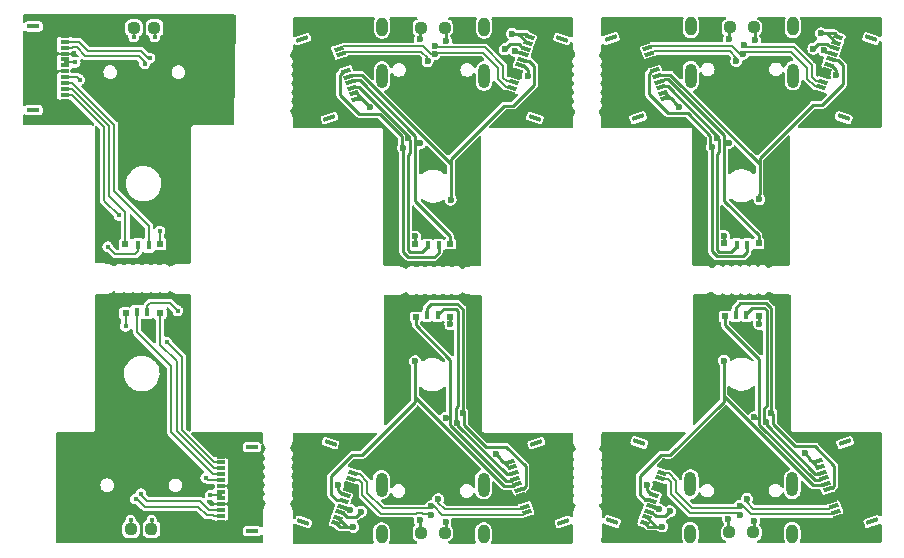
<source format=gbr>
%TF.GenerationSoftware,KiCad,Pcbnew,(6.0.4)*%
%TF.CreationDate,2022-05-23T19:11:52-04:00*%
%TF.ProjectId,wierd mousebites,77696572-6420-46d6-9f75-736562697465,rev?*%
%TF.SameCoordinates,Original*%
%TF.FileFunction,Copper,L1,Top*%
%TF.FilePolarity,Positive*%
%FSLAX46Y46*%
G04 Gerber Fmt 4.6, Leading zero omitted, Abs format (unit mm)*
G04 Created by KiCad (PCBNEW (6.0.4)) date 2022-05-23 19:11:52*
%MOMM*%
%LPD*%
G01*
G04 APERTURE LIST*
G04 Aperture macros list*
%AMRoundRect*
0 Rectangle with rounded corners*
0 $1 Rounding radius*
0 $2 $3 $4 $5 $6 $7 $8 $9 X,Y pos of 4 corners*
0 Add a 4 corners polygon primitive as box body*
4,1,4,$2,$3,$4,$5,$6,$7,$8,$9,$2,$3,0*
0 Add four circle primitives for the rounded corners*
1,1,$1+$1,$2,$3*
1,1,$1+$1,$4,$5*
1,1,$1+$1,$6,$7*
1,1,$1+$1,$8,$9*
0 Add four rect primitives between the rounded corners*
20,1,$1+$1,$2,$3,$4,$5,0*
20,1,$1+$1,$4,$5,$6,$7,0*
20,1,$1+$1,$6,$7,$8,$9,0*
20,1,$1+$1,$8,$9,$2,$3,0*%
%AMRotRect*
0 Rectangle, with rotation*
0 The origin of the aperture is its center*
0 $1 length*
0 $2 width*
0 $3 Rotation angle, in degrees counterclockwise*
0 Add horizontal line*
21,1,$1,$2,0,0,$3*%
G04 Aperture macros list end*
%TA.AperFunction,SMDPad,CuDef*%
%ADD10RoundRect,0.237500X-0.250000X-0.237500X0.250000X-0.237500X0.250000X0.237500X-0.250000X0.237500X0*%
%TD*%
%TA.AperFunction,SMDPad,CuDef*%
%ADD11RotRect,0.355600X0.762000X109.000000*%
%TD*%
%TA.AperFunction,SMDPad,CuDef*%
%ADD12RotRect,0.355600X1.041400X109.000000*%
%TD*%
%TA.AperFunction,SMDPad,CuDef*%
%ADD13R,0.600000X0.500000*%
%TD*%
%TA.AperFunction,SMDPad,CuDef*%
%ADD14R,0.440000X0.750000*%
%TD*%
%TA.AperFunction,SMDPad,CuDef*%
%ADD15RotRect,0.355600X0.762000X251.000000*%
%TD*%
%TA.AperFunction,SMDPad,CuDef*%
%ADD16RotRect,0.355600X1.041400X251.000000*%
%TD*%
%TA.AperFunction,ComponentPad*%
%ADD17O,1.000000X2.100000*%
%TD*%
%TA.AperFunction,ComponentPad*%
%ADD18O,1.000000X1.600000*%
%TD*%
%TA.AperFunction,SMDPad,CuDef*%
%ADD19RoundRect,0.237500X0.250000X0.237500X-0.250000X0.237500X-0.250000X-0.237500X0.250000X-0.237500X0*%
%TD*%
%TA.AperFunction,SMDPad,CuDef*%
%ADD20RotRect,0.355600X0.762000X289.000000*%
%TD*%
%TA.AperFunction,SMDPad,CuDef*%
%ADD21RotRect,0.355600X1.041400X289.000000*%
%TD*%
%TA.AperFunction,SMDPad,CuDef*%
%ADD22RotRect,0.355600X0.762000X71.000000*%
%TD*%
%TA.AperFunction,SMDPad,CuDef*%
%ADD23RotRect,0.355600X1.041400X71.000000*%
%TD*%
%TA.AperFunction,SMDPad,CuDef*%
%ADD24R,0.762000X0.355600*%
%TD*%
%TA.AperFunction,SMDPad,CuDef*%
%ADD25R,1.041400X0.355600*%
%TD*%
%TA.AperFunction,ViaPad*%
%ADD26C,0.600000*%
%TD*%
%TA.AperFunction,ViaPad*%
%ADD27C,0.400000*%
%TD*%
%TA.AperFunction,Conductor*%
%ADD28C,0.200000*%
%TD*%
%TA.AperFunction,Conductor*%
%ADD29C,0.250000*%
%TD*%
G04 APERTURE END LIST*
D10*
%TO.P,R1,1*%
%TO.N,Net-(J1-PadA5)*%
X113163000Y-108667500D03*
%TO.P,R1,2*%
%TO.N,GND*%
X114988000Y-108667500D03*
%TD*%
%TO.P,R2,1*%
%TO.N,GND*%
X109313000Y-108667500D03*
%TO.P,R2,2*%
%TO.N,Net-(J1-PadB5)*%
X111138000Y-108667500D03*
%TD*%
D11*
%TO.P,J2,1*%
%TO.N,GND*%
X120461820Y-107857135D03*
%TO.P,J2,2*%
X120299036Y-107384377D03*
%TO.P,J2,3*%
%TO.N,/data+*%
X120136251Y-106911616D03*
%TO.P,J2,4*%
%TO.N,/data-*%
X119973468Y-106438857D03*
%TO.P,J2,5*%
%TO.N,GND*%
X119810684Y-105966099D03*
%TO.P,J2,6*%
X119647899Y-105493339D03*
%TO.P,J2,7*%
%TO.N,/G*%
X119485115Y-105020580D03*
%TO.P,J2,8*%
%TO.N,/R*%
X119322331Y-104547819D03*
%TO.P,J2,9*%
%TO.N,/B*%
X119159547Y-104075061D03*
%TO.P,J2,10*%
%TO.N,/A*%
X118996763Y-103602303D03*
%TO.P,J2,11*%
%TO.N,+5V*%
X118833979Y-103129541D03*
%TO.P,J2,12*%
X118671195Y-102656783D03*
D12*
%TO.P,J2,13*%
%TO.N,N/C*%
X123224643Y-107741340D03*
%TO.P,J2,14*%
X120919620Y-101047067D03*
%TD*%
D13*
%TO.P,D1,1*%
%TO.N,/R*%
X113643000Y-90374000D03*
D14*
%TO.P,D1,2*%
%TO.N,/A*%
X112573000Y-90249000D03*
%TO.P,D1,3*%
%TO.N,/G*%
X111673000Y-90249000D03*
D13*
%TO.P,D1,4*%
%TO.N,/B*%
X110723000Y-90374000D03*
%TD*%
D15*
%TO.P,J3,1*%
%TO.N,GND*%
X105754805Y-102656783D03*
%TO.P,J3,2*%
X105592021Y-103129541D03*
%TO.P,J3,3*%
%TO.N,/data+*%
X105429237Y-103602303D03*
%TO.P,J3,4*%
%TO.N,/data-*%
X105266453Y-104075061D03*
%TO.P,J3,5*%
%TO.N,GND*%
X105103669Y-104547819D03*
%TO.P,J3,6*%
X104940885Y-105020580D03*
%TO.P,J3,7*%
%TO.N,/G*%
X104778101Y-105493339D03*
%TO.P,J3,8*%
%TO.N,/R*%
X104615316Y-105966099D03*
%TO.P,J3,9*%
%TO.N,/B*%
X104452532Y-106438857D03*
%TO.P,J3,10*%
%TO.N,/A*%
X104289749Y-106911616D03*
%TO.P,J3,11*%
%TO.N,+5V*%
X104126964Y-107384377D03*
%TO.P,J3,12*%
X103964180Y-107857135D03*
D16*
%TO.P,J3,13*%
%TO.N,N/C*%
X103506380Y-101047067D03*
%TO.P,J3,14*%
X101201357Y-107741340D03*
%TD*%
D17*
%TO.P,J1,S1*%
%TO.N,Net-(J1-PadS1)*%
X116458000Y-104587500D03*
D18*
X107818000Y-108767500D03*
D17*
X107818000Y-104587500D03*
D18*
X116458000Y-108767500D03*
%TD*%
D17*
%TO.P,J1,S1*%
%TO.N,Net-(J1-PadS1)*%
X142600000Y-104548000D03*
D18*
X133960000Y-108728000D03*
D17*
X133960000Y-104548000D03*
D18*
X142600000Y-108728000D03*
%TD*%
D10*
%TO.P,R1,1*%
%TO.N,Net-(J1-PadA5)*%
X139305000Y-108628000D03*
%TO.P,R1,2*%
%TO.N,GND*%
X141130000Y-108628000D03*
%TD*%
D11*
%TO.P,J2,1*%
%TO.N,GND*%
X146603820Y-107817635D03*
%TO.P,J2,2*%
X146441036Y-107344877D03*
%TO.P,J2,3*%
%TO.N,/data+*%
X146278251Y-106872116D03*
%TO.P,J2,4*%
%TO.N,/data-*%
X146115468Y-106399357D03*
%TO.P,J2,5*%
%TO.N,GND*%
X145952684Y-105926599D03*
%TO.P,J2,6*%
X145789899Y-105453839D03*
%TO.P,J2,7*%
%TO.N,/G*%
X145627115Y-104981080D03*
%TO.P,J2,8*%
%TO.N,/R*%
X145464331Y-104508319D03*
%TO.P,J2,9*%
%TO.N,/B*%
X145301547Y-104035561D03*
%TO.P,J2,10*%
%TO.N,/A*%
X145138763Y-103562803D03*
%TO.P,J2,11*%
%TO.N,+5V*%
X144975979Y-103090041D03*
%TO.P,J2,12*%
X144813195Y-102617283D03*
D12*
%TO.P,J2,13*%
%TO.N,N/C*%
X149366643Y-107701840D03*
%TO.P,J2,14*%
X147061620Y-101007567D03*
%TD*%
D10*
%TO.P,R2,1*%
%TO.N,GND*%
X135455000Y-108628000D03*
%TO.P,R2,2*%
%TO.N,Net-(J1-PadB5)*%
X137280000Y-108628000D03*
%TD*%
D15*
%TO.P,J3,1*%
%TO.N,GND*%
X131896805Y-102617283D03*
%TO.P,J3,2*%
X131734021Y-103090041D03*
%TO.P,J3,3*%
%TO.N,/data+*%
X131571237Y-103562803D03*
%TO.P,J3,4*%
%TO.N,/data-*%
X131408453Y-104035561D03*
%TO.P,J3,5*%
%TO.N,GND*%
X131245669Y-104508319D03*
%TO.P,J3,6*%
X131082885Y-104981080D03*
%TO.P,J3,7*%
%TO.N,/G*%
X130920101Y-105453839D03*
%TO.P,J3,8*%
%TO.N,/R*%
X130757316Y-105926599D03*
%TO.P,J3,9*%
%TO.N,/B*%
X130594532Y-106399357D03*
%TO.P,J3,10*%
%TO.N,/A*%
X130431749Y-106872116D03*
%TO.P,J3,11*%
%TO.N,+5V*%
X130268964Y-107344877D03*
%TO.P,J3,12*%
X130106180Y-107817635D03*
D16*
%TO.P,J3,13*%
%TO.N,N/C*%
X129648380Y-101007567D03*
%TO.P,J3,14*%
X127343357Y-107701840D03*
%TD*%
D13*
%TO.P,D1,1*%
%TO.N,/R*%
X139785000Y-90334500D03*
D14*
%TO.P,D1,2*%
%TO.N,/A*%
X138715000Y-90209500D03*
%TO.P,D1,3*%
%TO.N,/G*%
X137815000Y-90209500D03*
D13*
%TO.P,D1,4*%
%TO.N,/B*%
X136865000Y-90334500D03*
%TD*%
D19*
%TO.P,R1,1*%
%TO.N,Net-(J1-PadA5)*%
X111159000Y-65909500D03*
%TO.P,R1,2*%
%TO.N,GND*%
X109334000Y-65909500D03*
%TD*%
%TO.P,R2,1*%
%TO.N,GND*%
X115009000Y-65909500D03*
%TO.P,R2,2*%
%TO.N,Net-(J1-PadB5)*%
X113184000Y-65909500D03*
%TD*%
D20*
%TO.P,J2,1*%
%TO.N,GND*%
X103860180Y-66719865D03*
%TO.P,J2,2*%
X104022964Y-67192623D03*
%TO.P,J2,3*%
%TO.N,/data+*%
X104185749Y-67665384D03*
%TO.P,J2,4*%
%TO.N,/data-*%
X104348532Y-68138143D03*
%TO.P,J2,5*%
%TO.N,GND*%
X104511316Y-68610901D03*
%TO.P,J2,6*%
X104674101Y-69083661D03*
%TO.P,J2,7*%
%TO.N,/G*%
X104836885Y-69556420D03*
%TO.P,J2,8*%
%TO.N,/R*%
X104999669Y-70029181D03*
%TO.P,J2,9*%
%TO.N,/B*%
X105162453Y-70501939D03*
%TO.P,J2,10*%
%TO.N,/A*%
X105325237Y-70974697D03*
%TO.P,J2,11*%
%TO.N,+5V*%
X105488021Y-71447459D03*
%TO.P,J2,12*%
X105650805Y-71920217D03*
D21*
%TO.P,J2,13*%
%TO.N,N/C*%
X101097357Y-66835660D03*
%TO.P,J2,14*%
X103402380Y-73529933D03*
%TD*%
D13*
%TO.P,D1,1*%
%TO.N,/R*%
X110679000Y-84203000D03*
D14*
%TO.P,D1,2*%
%TO.N,/A*%
X111749000Y-84328000D03*
%TO.P,D1,3*%
%TO.N,/G*%
X112649000Y-84328000D03*
D13*
%TO.P,D1,4*%
%TO.N,/B*%
X113599000Y-84203000D03*
%TD*%
D22*
%TO.P,J3,1*%
%TO.N,GND*%
X118567195Y-71920217D03*
%TO.P,J3,2*%
X118729979Y-71447459D03*
%TO.P,J3,3*%
%TO.N,/data+*%
X118892763Y-70974697D03*
%TO.P,J3,4*%
%TO.N,/data-*%
X119055547Y-70501939D03*
%TO.P,J3,5*%
%TO.N,GND*%
X119218331Y-70029181D03*
%TO.P,J3,6*%
X119381115Y-69556420D03*
%TO.P,J3,7*%
%TO.N,/G*%
X119543899Y-69083661D03*
%TO.P,J3,8*%
%TO.N,/R*%
X119706684Y-68610901D03*
%TO.P,J3,9*%
%TO.N,/B*%
X119869468Y-68138143D03*
%TO.P,J3,10*%
%TO.N,/A*%
X120032251Y-67665384D03*
%TO.P,J3,11*%
%TO.N,+5V*%
X120195036Y-67192623D03*
%TO.P,J3,12*%
X120357820Y-66719865D03*
D23*
%TO.P,J3,13*%
%TO.N,N/C*%
X120815620Y-73529933D03*
%TO.P,J3,14*%
X123120643Y-66835660D03*
%TD*%
D17*
%TO.P,J1,S1*%
%TO.N,Net-(J1-PadS1)*%
X107864000Y-69989500D03*
D18*
X116504000Y-65809500D03*
D17*
X116504000Y-69989500D03*
D18*
X107864000Y-65809500D03*
%TD*%
D19*
%TO.P,R2,1*%
%TO.N,GND*%
X141151000Y-65870000D03*
%TO.P,R2,2*%
%TO.N,Net-(J1-PadB5)*%
X139326000Y-65870000D03*
%TD*%
D20*
%TO.P,J2,1*%
%TO.N,GND*%
X130002180Y-66680365D03*
%TO.P,J2,2*%
X130164964Y-67153123D03*
%TO.P,J2,3*%
%TO.N,/data+*%
X130327749Y-67625884D03*
%TO.P,J2,4*%
%TO.N,/data-*%
X130490532Y-68098643D03*
%TO.P,J2,5*%
%TO.N,GND*%
X130653316Y-68571401D03*
%TO.P,J2,6*%
X130816101Y-69044161D03*
%TO.P,J2,7*%
%TO.N,/G*%
X130978885Y-69516920D03*
%TO.P,J2,8*%
%TO.N,/R*%
X131141669Y-69989681D03*
%TO.P,J2,9*%
%TO.N,/B*%
X131304453Y-70462439D03*
%TO.P,J2,10*%
%TO.N,/A*%
X131467237Y-70935197D03*
%TO.P,J2,11*%
%TO.N,+5V*%
X131630021Y-71407959D03*
%TO.P,J2,12*%
X131792805Y-71880717D03*
D21*
%TO.P,J2,13*%
%TO.N,N/C*%
X127239357Y-66796160D03*
%TO.P,J2,14*%
X129544380Y-73490433D03*
%TD*%
D22*
%TO.P,J3,1*%
%TO.N,GND*%
X144709195Y-71880717D03*
%TO.P,J3,2*%
X144871979Y-71407959D03*
%TO.P,J3,3*%
%TO.N,/data+*%
X145034763Y-70935197D03*
%TO.P,J3,4*%
%TO.N,/data-*%
X145197547Y-70462439D03*
%TO.P,J3,5*%
%TO.N,GND*%
X145360331Y-69989681D03*
%TO.P,J3,6*%
X145523115Y-69516920D03*
%TO.P,J3,7*%
%TO.N,/G*%
X145685899Y-69044161D03*
%TO.P,J3,8*%
%TO.N,/R*%
X145848684Y-68571401D03*
%TO.P,J3,9*%
%TO.N,/B*%
X146011468Y-68098643D03*
%TO.P,J3,10*%
%TO.N,/A*%
X146174251Y-67625884D03*
%TO.P,J3,11*%
%TO.N,+5V*%
X146337036Y-67153123D03*
%TO.P,J3,12*%
X146499820Y-66680365D03*
D23*
%TO.P,J3,13*%
%TO.N,N/C*%
X146957620Y-73490433D03*
%TO.P,J3,14*%
X149262643Y-66796160D03*
%TD*%
D19*
%TO.P,R1,1*%
%TO.N,Net-(J1-PadA5)*%
X137301000Y-65870000D03*
%TO.P,R1,2*%
%TO.N,GND*%
X135476000Y-65870000D03*
%TD*%
D13*
%TO.P,D1,1*%
%TO.N,/R*%
X136821000Y-84163500D03*
D14*
%TO.P,D1,2*%
%TO.N,/A*%
X137891000Y-84288500D03*
%TO.P,D1,3*%
%TO.N,/G*%
X138791000Y-84288500D03*
D13*
%TO.P,D1,4*%
%TO.N,/B*%
X139741000Y-84163500D03*
%TD*%
D17*
%TO.P,J1,S1*%
%TO.N,Net-(J1-PadS1)*%
X134006000Y-69950000D03*
D18*
X142646000Y-65770000D03*
D17*
X142646000Y-69950000D03*
D18*
X134006000Y-65770000D03*
%TD*%
D19*
%TO.P,R2,2*%
%TO.N,Net-(R2-Pad2)*%
X88343100Y-108370501D03*
%TO.P,R2,1*%
%TO.N,GND*%
X90168100Y-108370501D03*
%TD*%
D18*
%TO.P,USB1,S1*%
%TO.N,GND*%
X83157600Y-108277501D03*
X91797600Y-108277501D03*
D17*
X91797600Y-104097501D03*
X83157600Y-104097501D03*
%TD*%
D24*
%TO.P,J1,1*%
%TO.N,GND*%
X94208600Y-107703500D03*
%TO.P,J1,2*%
%TO.N,/D+*%
X94208600Y-107203501D03*
%TO.P,J1,3*%
%TO.N,/D-*%
X94208600Y-106703499D03*
%TO.P,J1,4*%
%TO.N,GND*%
X94208600Y-106203500D03*
%TO.P,J1,5*%
%TO.N,+5V*%
X94208600Y-105703501D03*
%TO.P,J1,6*%
X94208600Y-105203500D03*
%TO.P,J1,7*%
%TO.N,GND*%
X94208600Y-104703500D03*
%TO.P,J1,8*%
%TO.N,/Annode*%
X94208600Y-104203499D03*
%TO.P,J1,9*%
%TO.N,/G*%
X94208600Y-103703500D03*
%TO.P,J1,10*%
%TO.N,/R*%
X94208600Y-103203501D03*
%TO.P,J1,11*%
%TO.N,/B*%
X94208600Y-102703499D03*
%TO.P,J1,12*%
%TO.N,GND*%
X94208600Y-102203500D03*
D25*
%TO.P,J1,13*%
%TO.N,N/C*%
X96858600Y-108493501D03*
%TO.P,J1,14*%
X96858600Y-101413499D03*
%TD*%
D19*
%TO.P,R1,1*%
%TO.N,Net-(R1-Pad1)*%
X86612100Y-108370501D03*
%TO.P,R1,2*%
%TO.N,GND*%
X84787100Y-108370501D03*
%TD*%
D13*
%TO.P,LED1,1*%
%TO.N,/R*%
X89066600Y-90080501D03*
D14*
%TO.P,LED1,2*%
%TO.N,/Annode*%
X87996600Y-89955501D03*
%TO.P,LED1,3*%
%TO.N,/G*%
X87096600Y-89955501D03*
D13*
%TO.P,LED1,4*%
%TO.N,/B*%
X86146600Y-90080501D03*
%TD*%
D10*
%TO.P,R2,2*%
%TO.N,Net-(R2-Pad2)*%
X86866100Y-65913000D03*
%TO.P,R2,1*%
%TO.N,GND*%
X85041100Y-65913000D03*
%TD*%
D18*
%TO.P,USB1,S1*%
%TO.N,GND*%
X92051600Y-66006000D03*
X83411600Y-66006000D03*
D17*
X83411600Y-70186000D03*
X92051600Y-70186000D03*
%TD*%
D24*
%TO.P,J1,1*%
%TO.N,GND*%
X81000600Y-66580001D03*
%TO.P,J1,2*%
%TO.N,/D+*%
X81000600Y-67080000D03*
%TO.P,J1,3*%
%TO.N,/D-*%
X81000600Y-67580002D03*
%TO.P,J1,4*%
%TO.N,GND*%
X81000600Y-68080001D03*
%TO.P,J1,5*%
%TO.N,+5V*%
X81000600Y-68580000D03*
%TO.P,J1,6*%
X81000600Y-69080001D03*
%TO.P,J1,7*%
%TO.N,GND*%
X81000600Y-69580001D03*
%TO.P,J1,8*%
%TO.N,/Annode*%
X81000600Y-70080002D03*
%TO.P,J1,9*%
%TO.N,/G*%
X81000600Y-70580001D03*
%TO.P,J1,10*%
%TO.N,/R*%
X81000600Y-71080000D03*
%TO.P,J1,11*%
%TO.N,/B*%
X81000600Y-71580002D03*
%TO.P,J1,12*%
%TO.N,GND*%
X81000600Y-72080001D03*
D25*
%TO.P,J1,13*%
%TO.N,N/C*%
X78350600Y-65790000D03*
%TO.P,J1,14*%
X78350600Y-72870002D03*
%TD*%
D10*
%TO.P,R1,1*%
%TO.N,Net-(R1-Pad1)*%
X88597100Y-65913000D03*
%TO.P,R1,2*%
%TO.N,GND*%
X90422100Y-65913000D03*
%TD*%
D13*
%TO.P,LED1,1*%
%TO.N,/R*%
X86142600Y-84203000D03*
D14*
%TO.P,LED1,2*%
%TO.N,/Annode*%
X87212600Y-84328000D03*
%TO.P,LED1,3*%
%TO.N,/G*%
X88112600Y-84328000D03*
D13*
%TO.P,LED1,4*%
%TO.N,/B*%
X89062600Y-84203000D03*
%TD*%
D26*
%TO.N,/data-*%
X111989686Y-107174312D03*
%TO.N,/data+*%
X112007479Y-106424521D03*
%TO.N,/data-*%
X112608521Y-105823479D03*
%TO.N,/G*%
X114675862Y-98529638D03*
%TO.N,/A*%
X106088000Y-106867500D03*
%TO.N,Net-(J1-PadB5)*%
X111038000Y-107567500D03*
%TO.N,+5V*%
X117494838Y-101960662D03*
X105438000Y-108167500D03*
%TO.N,/B*%
X105188000Y-106717500D03*
%TO.N,/R*%
X110657000Y-94122500D03*
%TO.N,Net-(J1-PadA5)*%
X113238000Y-107717500D03*
%TO.N,/A*%
X114225450Y-99330050D03*
%TO.N,/B*%
X113242601Y-98912899D03*
%TO.N,/R*%
X113641500Y-91011000D03*
%TO.N,/G*%
X104137999Y-104617500D03*
%TO.N,GND*%
X118277000Y-105933500D03*
X110530000Y-89233000D03*
X118721500Y-107902000D03*
X115673500Y-89106000D03*
X106529500Y-109045000D03*
X101195500Y-108981500D03*
X106910500Y-107076500D03*
X115546500Y-105997000D03*
X103735500Y-109172000D03*
X113578000Y-92725500D03*
X117705500Y-100599500D03*
X109006000Y-97170500D03*
X103227500Y-102504500D03*
X113197000Y-100853500D03*
X105831000Y-105933500D03*
X120817000Y-103965000D03*
X112054000Y-91392000D03*
X117261000Y-105933500D03*
X117388000Y-107902000D03*
X119737500Y-101615500D03*
X109450500Y-102250500D03*
X115483000Y-107902000D03*
X111038000Y-100853500D03*
X114086000Y-105933500D03*
X102783000Y-106187500D03*
X112435000Y-97361000D03*
X114213000Y-107838500D03*
X115610000Y-94313000D03*
X105640500Y-100980500D03*
X109323500Y-107711500D03*
%TO.N,/data-*%
X138131686Y-107134812D03*
%TO.N,+5V*%
X143636838Y-101921162D03*
%TO.N,/data-*%
X138750521Y-105783979D03*
%TO.N,/A*%
X132230000Y-106828000D03*
%TO.N,Net-(J1-PadB5)*%
X137180000Y-107528000D03*
%TO.N,/G*%
X140817862Y-98490138D03*
%TO.N,/data+*%
X138149479Y-106385021D03*
%TO.N,GND*%
X141625000Y-107862500D03*
X144863500Y-107862500D03*
X139720000Y-92686000D03*
X138577000Y-97321500D03*
X127337500Y-108942000D03*
X133052500Y-107037000D03*
X143530000Y-107862500D03*
X146959000Y-103925500D03*
X129877500Y-109132500D03*
X139339000Y-100814000D03*
X145879500Y-101576000D03*
X128925000Y-106148000D03*
X141752000Y-94273500D03*
X138196000Y-91352500D03*
X135148000Y-97131000D03*
X131782500Y-100941000D03*
%TO.N,+5V*%
X131580000Y-108128000D03*
%TO.N,/B*%
X131330000Y-106678000D03*
%TO.N,GND*%
X141815500Y-89066500D03*
%TO.N,/R*%
X136799000Y-94083000D03*
%TO.N,GND*%
X141688500Y-105957500D03*
X135465500Y-107672000D03*
X129369500Y-102465000D03*
X137180000Y-100814000D03*
X140228000Y-105894000D03*
X143847500Y-100560000D03*
%TO.N,Net-(J1-PadA5)*%
X139380000Y-107678000D03*
%TO.N,/A*%
X140367450Y-99290550D03*
%TO.N,GND*%
X140355000Y-107799000D03*
%TO.N,/B*%
X139384601Y-98873399D03*
%TO.N,/G*%
X130279999Y-104578000D03*
%TO.N,GND*%
X143403000Y-105894000D03*
%TO.N,/R*%
X139783500Y-90971500D03*
%TO.N,GND*%
X132671500Y-109005500D03*
X144419000Y-105894000D03*
X135592500Y-102211000D03*
X136672000Y-89193500D03*
X131973000Y-105894000D03*
%TO.N,/data-*%
X112332314Y-67402688D03*
%TO.N,/data+*%
X112314521Y-68152479D03*
%TO.N,/data-*%
X111713479Y-68753521D03*
%TO.N,/G*%
X109646138Y-76047362D03*
%TO.N,/A*%
X118234000Y-67709500D03*
%TO.N,Net-(J1-PadB5)*%
X113284000Y-67009500D03*
%TO.N,+5V*%
X106827162Y-72616338D03*
X118884000Y-66409500D03*
%TO.N,/B*%
X119134000Y-67859500D03*
%TO.N,/R*%
X113665000Y-80454500D03*
%TO.N,Net-(J1-PadA5)*%
X111084000Y-66859500D03*
%TO.N,/A*%
X110096550Y-75246950D03*
%TO.N,/B*%
X111079399Y-75664101D03*
%TO.N,/R*%
X110680500Y-83566000D03*
%TO.N,/G*%
X120184001Y-69959500D03*
%TO.N,GND*%
X106045000Y-68643500D03*
X113792000Y-85344000D03*
X105600500Y-66675000D03*
X108648500Y-85471000D03*
X117792500Y-65532000D03*
X123126500Y-65595500D03*
X117411500Y-67500500D03*
X108775500Y-68580000D03*
X120586500Y-65405000D03*
X110744000Y-81851500D03*
X106616500Y-73977500D03*
X115316000Y-77406500D03*
X121094500Y-72072500D03*
X111125000Y-73723500D03*
X118491000Y-68643500D03*
X103505000Y-70612000D03*
X112268000Y-83185000D03*
X107061000Y-68643500D03*
X106934000Y-66675000D03*
X104584500Y-72961500D03*
X114871500Y-72326500D03*
X108839000Y-66675000D03*
X113284000Y-73723500D03*
X110236000Y-68643500D03*
X121539000Y-68389500D03*
X111887000Y-77216000D03*
X110109000Y-66738500D03*
X108712000Y-80264000D03*
X118681500Y-73596500D03*
X114998500Y-66865500D03*
X144823500Y-73557000D03*
X141140500Y-66826000D03*
X133076000Y-66635500D03*
X136378000Y-68604000D03*
X138029000Y-77176500D03*
X134854000Y-80224500D03*
X141013500Y-72287000D03*
X136251000Y-66699000D03*
X147681000Y-68350000D03*
X134981000Y-66635500D03*
X138410000Y-83145500D03*
X139426000Y-73684000D03*
X129647000Y-70572500D03*
X130726500Y-72922000D03*
X133203000Y-68604000D03*
X131742500Y-66635500D03*
X143553500Y-67461000D03*
X132187000Y-68604000D03*
X149268500Y-65556000D03*
X136886000Y-81812000D03*
X146728500Y-65365500D03*
X134790500Y-85431500D03*
X141458000Y-77367000D03*
X139934000Y-85304500D03*
X143934500Y-65492500D03*
X137267000Y-73684000D03*
X134917500Y-68540500D03*
X144633000Y-68604000D03*
X147236500Y-72033000D03*
X132758500Y-73938000D03*
%TO.N,Net-(J1-PadA5)*%
X137226000Y-66820000D03*
%TO.N,Net-(J1-PadB5)*%
X139426000Y-66970000D03*
%TO.N,/R*%
X136822500Y-83526500D03*
X139807000Y-80415000D03*
%TO.N,/A*%
X136238550Y-75207450D03*
X144376000Y-67670000D03*
%TO.N,/G*%
X135788138Y-76007862D03*
X146326001Y-69920000D03*
%TO.N,/B*%
X137221399Y-75624601D03*
X145276000Y-67820000D03*
%TO.N,+5V*%
X145026000Y-66370000D03*
X132969162Y-72576838D03*
%TO.N,/data-*%
X138474314Y-67363188D03*
X137855479Y-68714021D03*
%TO.N,/data+*%
X138456521Y-68112979D03*
D27*
%TO.N,+5V*%
X93319600Y-105449501D03*
%TO.N,/B*%
X89636600Y-92495501D03*
X86146600Y-91171501D03*
%TO.N,GND*%
X95216599Y-106203500D03*
X95208601Y-104703500D03*
X94843600Y-102211001D03*
X93446600Y-106211501D03*
X91414600Y-98337501D03*
X91414600Y-94781501D03*
X91287600Y-92114501D03*
X89712800Y-91174701D03*
X85546600Y-92281501D03*
X89128600Y-97067501D03*
X89001600Y-99607501D03*
X84556600Y-101639501D03*
X84429600Y-106211501D03*
X84302600Y-107354501D03*
X90271600Y-107608501D03*
X81762600Y-108243501D03*
X90398600Y-101639501D03*
X87477600Y-101131501D03*
X86131400Y-89168101D03*
X87096600Y-89066501D03*
X88163400Y-91809701D03*
%TO.N,/D+*%
X86993790Y-105806311D03*
%TO.N,/D-*%
X87453410Y-105346691D03*
%TO.N,Net-(R1-Pad1)*%
X86588600Y-107608501D03*
%TO.N,Net-(R2-Pad2)*%
X88366600Y-107608501D03*
%TO.N,/Annode*%
X92938600Y-103989001D03*
X90566600Y-89851501D03*
%TO.N,+5V*%
X81889600Y-68834000D03*
%TO.N,/B*%
X85572600Y-81788000D03*
X89062600Y-83112000D03*
%TO.N,GND*%
X79992601Y-68080001D03*
X80000599Y-69580001D03*
X80365600Y-72072500D03*
X81762600Y-68072000D03*
X83794600Y-75946000D03*
X83794600Y-79502000D03*
X83921600Y-82169000D03*
X85496400Y-83108800D03*
X89662600Y-82002000D03*
X86080600Y-77216000D03*
X86207600Y-74676000D03*
X90652600Y-72644000D03*
X90779600Y-68072000D03*
X90906600Y-66929000D03*
X84937600Y-66675000D03*
X93446600Y-66040000D03*
X84810600Y-72644000D03*
X87731600Y-73152000D03*
X89077800Y-85115400D03*
X88112600Y-85217000D03*
X87045800Y-82473800D03*
%TO.N,/D+*%
X88215410Y-68477190D03*
%TO.N,/D-*%
X87755790Y-68936810D03*
%TO.N,Net-(R1-Pad1)*%
X88620600Y-66675000D03*
%TO.N,Net-(R2-Pad2)*%
X86842600Y-66675000D03*
%TO.N,/Annode*%
X82270600Y-70294500D03*
X84642600Y-84432000D03*
%TD*%
D28*
%TO.N,/data+*%
X112976801Y-107111000D02*
X119756643Y-107111000D01*
X112007479Y-106424521D02*
X112290322Y-106424521D01*
X106627500Y-105268800D02*
X106627500Y-104316300D01*
X111488393Y-106567508D02*
X110587607Y-106567508D01*
X112007479Y-106424521D02*
X111848687Y-106583313D01*
X106627500Y-104316300D02*
X105982906Y-103671706D01*
%TO.N,/data-*%
X110773999Y-107017499D02*
X110758185Y-107033313D01*
X106177500Y-104502700D02*
X106177500Y-104438500D01*
%TO.N,/data+*%
X112290322Y-106424521D02*
X112976801Y-107111000D01*
X111504198Y-106583313D02*
X111488393Y-106567508D01*
X110587607Y-106567508D02*
X110571802Y-106583313D01*
X107942013Y-106583313D02*
X106627500Y-105268800D01*
%TO.N,/data-*%
X106177500Y-104438500D02*
X105894500Y-104155500D01*
%TO.N,/data+*%
X110571802Y-106583313D02*
X107942013Y-106583313D01*
%TO.N,/data-*%
X112608521Y-106106322D02*
X113163199Y-106661000D01*
X119571097Y-106661000D02*
X119723833Y-106508264D01*
X112608521Y-105823479D02*
X112608521Y-106106322D01*
X111989686Y-107174312D02*
X111848687Y-107033313D01*
X111317815Y-107033313D02*
X111302001Y-107017499D01*
X106177500Y-104502700D02*
X106177500Y-104502000D01*
X105894500Y-104155500D02*
X105346892Y-104155500D01*
%TO.N,/data+*%
X105982906Y-103671706D02*
X105678868Y-103671706D01*
X119756643Y-107111000D02*
X119886621Y-106981022D01*
X111848687Y-106583313D02*
X111504198Y-106583313D01*
D29*
%TO.N,+5V*%
X117889985Y-102415515D02*
X118131253Y-102656783D01*
X105438000Y-108167500D02*
X105038000Y-108167500D01*
X104910087Y-108167500D02*
X105038000Y-108167500D01*
X118604011Y-103129541D02*
X117889985Y-102415515D01*
D28*
%TO.N,/data-*%
X113163199Y-106661000D02*
X119571097Y-106661000D01*
X111302001Y-107017499D02*
X110773999Y-107017499D01*
X107755613Y-107033313D02*
X106177500Y-105455200D01*
X110758185Y-107033313D02*
X107755613Y-107033313D01*
X105346892Y-104155500D02*
X105266453Y-104075061D01*
X111848687Y-107033313D02*
X111317815Y-107033313D01*
D29*
%TO.N,+5V*%
X118131253Y-102656783D02*
X118671195Y-102656783D01*
X104126964Y-107384377D02*
X104910087Y-108167500D01*
X105038000Y-108167500D02*
X104274545Y-108167500D01*
X117889985Y-102415515D02*
X117889985Y-102355809D01*
X118833979Y-103129541D02*
X118604011Y-103129541D01*
D28*
%TO.N,/data-*%
X106177500Y-105455200D02*
X106177500Y-104502700D01*
D29*
%TO.N,+5V*%
X104274545Y-108167500D02*
X103964180Y-107857135D01*
X117889985Y-102355809D02*
X117494838Y-101960662D01*
X105438000Y-108167500D02*
X105438000Y-108167500D01*
%TO.N,/B*%
X113638000Y-93992000D02*
X110723000Y-91077000D01*
X104846757Y-106617500D02*
X104762521Y-106533264D01*
X113638000Y-98967500D02*
X113297202Y-98967500D01*
X110723000Y-91077000D02*
X110723000Y-90374000D01*
X118751526Y-104267500D02*
X118849558Y-104169468D01*
X113638000Y-99555773D02*
X113638000Y-99105916D01*
X113638000Y-98967500D02*
X113638000Y-93992000D01*
X113297202Y-98967500D02*
X113242601Y-98912899D01*
X118349727Y-104267500D02*
X118751526Y-104267500D01*
X113638000Y-99555773D02*
X118349727Y-104267500D01*
X105088000Y-106617500D02*
X104846757Y-106617500D01*
X105188000Y-106717500D02*
X105088000Y-106617500D01*
%TO.N,/G*%
X114251689Y-89277490D02*
X112019510Y-89277490D01*
X114675862Y-89701663D02*
X114251689Y-89277490D01*
X104137999Y-104617500D02*
X104137999Y-105068818D01*
%TO.N,/B*%
X113638000Y-98967500D02*
X113638000Y-99555773D01*
%TO.N,/G*%
X112019510Y-89277490D02*
X111673000Y-89624000D01*
X114800451Y-98654227D02*
X114675862Y-98529638D01*
%TO.N,/B*%
X113638000Y-99105916D02*
X113638000Y-98867500D01*
%TO.N,/G*%
X111673000Y-89624000D02*
X111673000Y-90249000D01*
X120015470Y-103017622D02*
X118383509Y-101385661D01*
X104137999Y-105068818D02*
X104468115Y-105398934D01*
%TO.N,/A*%
X114272329Y-97928329D02*
X114100861Y-98099797D01*
X104886212Y-107292501D02*
X105662999Y-107292501D01*
X118686778Y-103696706D02*
X118417708Y-103696706D01*
X104811211Y-107217500D02*
X104886212Y-107292501D01*
X114100861Y-99205461D02*
X114225450Y-99330050D01*
X104811211Y-107217500D02*
X104599733Y-107006022D01*
X114272329Y-89863829D02*
X114272329Y-97928329D01*
X118417708Y-103696706D02*
X114225450Y-99504448D01*
X114225450Y-99504448D02*
X114225450Y-99330050D01*
X113070000Y-89677500D02*
X114086000Y-89677500D01*
X112573000Y-90249000D02*
X112573000Y-90174500D01*
X114086000Y-89677500D02*
X114272329Y-89863829D01*
X105662999Y-107292501D02*
X106088000Y-106867500D01*
X112573000Y-90174500D02*
X113070000Y-89677500D01*
X114100861Y-98099797D02*
X114100861Y-99205461D01*
%TO.N,/R*%
X103562999Y-103865153D02*
X103562999Y-105445501D01*
X113643000Y-90374000D02*
X113643000Y-91009500D01*
X110657000Y-94122500D02*
X110657000Y-94546764D01*
X105338534Y-102089618D02*
X103562999Y-103865153D01*
X118184029Y-104667500D02*
X110637073Y-97120544D01*
X110657000Y-94546764D02*
X110637073Y-94566691D01*
X103562999Y-105445501D02*
X104012725Y-105895228D01*
X113643000Y-91009500D02*
X113641500Y-91011000D01*
X118987071Y-104667500D02*
X119012345Y-104642226D01*
X104036261Y-105871692D02*
X104305330Y-105871692D01*
X106140160Y-102089618D02*
X105338534Y-102089618D01*
X110637073Y-97592705D02*
X106140160Y-102089618D01*
X104012725Y-105895228D02*
X104036261Y-105871692D01*
%TO.N,Net-(J1-PadB5)*%
X111038000Y-107567500D02*
X111038000Y-108567500D01*
%TO.N,/R*%
X110637073Y-94566691D02*
X110637073Y-97592705D01*
X118184029Y-104667500D02*
X118987071Y-104667500D01*
%TO.N,Net-(J1-PadB5)*%
X111038000Y-107567500D02*
X111038000Y-107567500D01*
%TO.N,Net-(J1-PadA5)*%
X113238000Y-108592500D02*
X113163000Y-108667500D01*
X113238000Y-107717500D02*
X113238000Y-108592500D01*
%TO.N,Net-(J1-PadB5)*%
X111038000Y-108567500D02*
X111138000Y-108667500D01*
%TO.N,/G*%
X114800451Y-99513751D02*
X114800451Y-98654227D01*
X118383509Y-101385661D02*
X116672361Y-101385661D01*
X119795100Y-104926174D02*
X120015470Y-104705804D01*
X120015470Y-104705804D02*
X120015470Y-103017622D01*
X114675862Y-98529638D02*
X114675862Y-89701663D01*
X116672361Y-101385661D02*
X114800451Y-99513751D01*
D28*
%TO.N,/data+*%
X134084013Y-106543813D02*
X132769500Y-105229300D01*
X139118801Y-107071500D02*
X145898643Y-107071500D01*
X132769500Y-105229300D02*
X132769500Y-104276800D01*
X137646198Y-106543813D02*
X137630393Y-106528008D01*
%TO.N,/data-*%
X132319500Y-104463200D02*
X132319500Y-104399000D01*
%TO.N,/data+*%
X136713802Y-106543813D02*
X134084013Y-106543813D01*
X138432322Y-106385021D02*
X139118801Y-107071500D01*
X137630393Y-106528008D02*
X136729607Y-106528008D01*
%TO.N,/data-*%
X136915999Y-106977999D02*
X136900185Y-106993813D01*
X132319500Y-104399000D02*
X132036500Y-104116000D01*
%TO.N,/data+*%
X136729607Y-106528008D02*
X136713802Y-106543813D01*
X138149479Y-106385021D02*
X137990687Y-106543813D01*
X132769500Y-104276800D02*
X132124906Y-103632206D01*
X138149479Y-106385021D02*
X138432322Y-106385021D01*
D29*
%TO.N,+5V*%
X131180000Y-108128000D02*
X130416545Y-108128000D01*
D28*
%TO.N,/data-*%
X137459815Y-106993813D02*
X137444001Y-106977999D01*
D29*
%TO.N,+5V*%
X144273253Y-102617283D02*
X144813195Y-102617283D01*
D28*
%TO.N,/data-*%
X132319500Y-105415700D02*
X132319500Y-104463200D01*
D29*
%TO.N,/B*%
X131230000Y-106578000D02*
X130988757Y-106578000D01*
X139780000Y-99516273D02*
X144491727Y-104228000D01*
%TO.N,+5V*%
X131580000Y-108128000D02*
X131180000Y-108128000D01*
D28*
%TO.N,/data-*%
X138750521Y-106066822D02*
X139305199Y-106621500D01*
X138750521Y-105783979D02*
X138750521Y-106066822D01*
D29*
%TO.N,/B*%
X139780000Y-98928000D02*
X139439202Y-98928000D01*
X144893526Y-104228000D02*
X144991558Y-104129968D01*
%TO.N,+5V*%
X144031985Y-102316309D02*
X143636838Y-101921162D01*
D28*
%TO.N,/data+*%
X145898643Y-107071500D02*
X146028621Y-106941522D01*
%TO.N,/data-*%
X145713097Y-106621500D02*
X145865833Y-106468764D01*
X132319500Y-104463200D02*
X132319500Y-104462500D01*
D29*
%TO.N,/B*%
X139780000Y-99516273D02*
X139780000Y-99066416D01*
%TO.N,+5V*%
X144975979Y-103090041D02*
X144746011Y-103090041D01*
%TO.N,/G*%
X140393689Y-89237990D02*
X138161510Y-89237990D01*
D28*
%TO.N,/data-*%
X132036500Y-104116000D02*
X131488892Y-104116000D01*
D29*
%TO.N,+5V*%
X144031985Y-102376015D02*
X144273253Y-102617283D01*
X131580000Y-108128000D02*
X131580000Y-108128000D01*
D28*
%TO.N,/data+*%
X132124906Y-103632206D02*
X131820868Y-103632206D01*
%TO.N,/data-*%
X137990687Y-106993813D02*
X137459815Y-106993813D01*
X136900185Y-106993813D02*
X133897613Y-106993813D01*
X131488892Y-104116000D02*
X131408453Y-104035561D01*
D29*
%TO.N,/B*%
X139780000Y-98928000D02*
X139780000Y-93952500D01*
D28*
%TO.N,/data+*%
X137990687Y-106543813D02*
X137646198Y-106543813D01*
%TO.N,/data-*%
X137444001Y-106977999D02*
X136915999Y-106977999D01*
D29*
%TO.N,/B*%
X139780000Y-93952500D02*
X136865000Y-91037500D01*
%TO.N,+5V*%
X144746011Y-103090041D02*
X144031985Y-102376015D01*
%TO.N,/B*%
X144491727Y-104228000D02*
X144893526Y-104228000D01*
D28*
%TO.N,/data-*%
X139305199Y-106621500D02*
X145713097Y-106621500D01*
X133897613Y-106993813D02*
X132319500Y-105415700D01*
D29*
%TO.N,/B*%
X130988757Y-106578000D02*
X130904521Y-106493764D01*
%TO.N,+5V*%
X144031985Y-102376015D02*
X144031985Y-102316309D01*
X130416545Y-108128000D02*
X130106180Y-107817635D01*
X130268964Y-107344877D02*
X131052087Y-108128000D01*
%TO.N,/B*%
X131330000Y-106678000D02*
X131230000Y-106578000D01*
X136865000Y-91037500D02*
X136865000Y-90334500D01*
X139439202Y-98928000D02*
X139384601Y-98873399D01*
D28*
%TO.N,/data-*%
X138131686Y-107134812D02*
X137990687Y-106993813D01*
D29*
%TO.N,+5V*%
X131052087Y-108128000D02*
X131180000Y-108128000D01*
%TO.N,/G*%
X130279999Y-104578000D02*
X130279999Y-105029318D01*
X137815000Y-89584500D02*
X137815000Y-90209500D01*
%TO.N,/R*%
X136799000Y-94083000D02*
X136799000Y-94507264D01*
X130154725Y-105855728D02*
X130178261Y-105832192D01*
X136779073Y-94527191D02*
X136779073Y-97553205D01*
%TO.N,/G*%
X140817862Y-89662163D02*
X140393689Y-89237990D01*
%TO.N,/B*%
X139780000Y-98928000D02*
X139780000Y-99516273D01*
%TO.N,/A*%
X130953211Y-107178000D02*
X131028212Y-107253001D01*
%TO.N,/G*%
X138161510Y-89237990D02*
X137815000Y-89584500D01*
X146157470Y-102978122D02*
X144525509Y-101346161D01*
%TO.N,/A*%
X131028212Y-107253001D02*
X131804999Y-107253001D01*
%TO.N,/R*%
X129704999Y-103825653D02*
X129704999Y-105406001D01*
%TO.N,/A*%
X140242861Y-98060297D02*
X140242861Y-99165961D01*
X140367450Y-99464948D02*
X140367450Y-99290550D01*
X144828778Y-103657206D02*
X144559708Y-103657206D01*
X144559708Y-103657206D02*
X140367450Y-99464948D01*
%TO.N,/R*%
X144326029Y-104628000D02*
X145129071Y-104628000D01*
%TO.N,/G*%
X140942451Y-98614727D02*
X140817862Y-98490138D01*
%TO.N,/R*%
X139785000Y-90334500D02*
X139785000Y-90970000D01*
X130178261Y-105832192D02*
X130447330Y-105832192D01*
X145129071Y-104628000D02*
X145154345Y-104602726D01*
%TO.N,/A*%
X138715000Y-90209500D02*
X138715000Y-90135000D01*
%TO.N,/R*%
X129704999Y-105406001D02*
X130154725Y-105855728D01*
X132282160Y-102050118D02*
X131480534Y-102050118D01*
%TO.N,Net-(J1-PadB5)*%
X137180000Y-107528000D02*
X137180000Y-107528000D01*
%TO.N,/A*%
X140414329Y-97888829D02*
X140242861Y-98060297D01*
X140414329Y-89824329D02*
X140414329Y-97888829D01*
%TO.N,Net-(J1-PadB5)*%
X137180000Y-107528000D02*
X137180000Y-108528000D01*
%TO.N,/R*%
X136799000Y-94507264D02*
X136779073Y-94527191D01*
%TO.N,Net-(J1-PadA5)*%
X139380000Y-108553000D02*
X139305000Y-108628000D01*
X139380000Y-107678000D02*
X139380000Y-108553000D01*
%TO.N,/A*%
X138715000Y-90135000D02*
X139212000Y-89638000D01*
%TO.N,/B*%
X139780000Y-99066416D02*
X139780000Y-98828000D01*
%TO.N,/A*%
X131804999Y-107253001D02*
X132230000Y-106828000D01*
%TO.N,/R*%
X139785000Y-90970000D02*
X139783500Y-90971500D01*
%TO.N,/G*%
X130279999Y-105029318D02*
X130610115Y-105359434D01*
%TO.N,/A*%
X140228000Y-89638000D02*
X140414329Y-89824329D01*
%TO.N,/R*%
X136779073Y-97553205D02*
X132282160Y-102050118D01*
%TO.N,/A*%
X140242861Y-99165961D02*
X140367450Y-99290550D01*
%TO.N,/R*%
X131480534Y-102050118D02*
X129704999Y-103825653D01*
%TO.N,/A*%
X139212000Y-89638000D02*
X140228000Y-89638000D01*
%TO.N,/R*%
X144326029Y-104628000D02*
X136779073Y-97081044D01*
%TO.N,/A*%
X130953211Y-107178000D02*
X130741733Y-106966522D01*
%TO.N,/G*%
X140817862Y-98490138D02*
X140817862Y-89662163D01*
X144525509Y-101346161D02*
X142814361Y-101346161D01*
X140942451Y-99474251D02*
X140942451Y-98614727D01*
X142814361Y-101346161D02*
X140942451Y-99474251D01*
X146157470Y-104666304D02*
X146157470Y-102978122D01*
%TO.N,Net-(J1-PadB5)*%
X137180000Y-108528000D02*
X137280000Y-108628000D01*
%TO.N,/G*%
X145937100Y-104886674D02*
X146157470Y-104666304D01*
D28*
%TO.N,/data+*%
X111345199Y-67466000D02*
X104565357Y-67466000D01*
X112314521Y-68152479D02*
X112031678Y-68152479D01*
X117694500Y-69308200D02*
X117694500Y-70260700D01*
X112833607Y-68009492D02*
X113734393Y-68009492D01*
X112314521Y-68152479D02*
X112473313Y-67993687D01*
X117694500Y-70260700D02*
X118339094Y-70905294D01*
%TO.N,/data-*%
X113548001Y-67559501D02*
X113563815Y-67543687D01*
X118144500Y-70074300D02*
X118144500Y-70138500D01*
%TO.N,/data+*%
X112031678Y-68152479D02*
X111345199Y-67466000D01*
X112817802Y-67993687D02*
X112833607Y-68009492D01*
X113734393Y-68009492D02*
X113750198Y-67993687D01*
X116379987Y-67993687D02*
X117694500Y-69308200D01*
%TO.N,/data-*%
X118144500Y-70138500D02*
X118427500Y-70421500D01*
%TO.N,/data+*%
X113750198Y-67993687D02*
X116379987Y-67993687D01*
%TO.N,/data-*%
X111713479Y-68470678D02*
X111158801Y-67916000D01*
X104750903Y-67916000D02*
X104598167Y-68068736D01*
X111713479Y-68753521D02*
X111713479Y-68470678D01*
X112332314Y-67402688D02*
X112473313Y-67543687D01*
X113004185Y-67543687D02*
X113019999Y-67559501D01*
X118144500Y-70074300D02*
X118144500Y-70075000D01*
X118427500Y-70421500D02*
X118975108Y-70421500D01*
%TO.N,/data+*%
X118339094Y-70905294D02*
X118643132Y-70905294D01*
X104565357Y-67466000D02*
X104435379Y-67595978D01*
X112473313Y-67993687D02*
X112817802Y-67993687D01*
D29*
%TO.N,+5V*%
X106432015Y-72161485D02*
X106190747Y-71920217D01*
X118884000Y-66409500D02*
X119284000Y-66409500D01*
X119411913Y-66409500D02*
X119284000Y-66409500D01*
X105717989Y-71447459D02*
X106432015Y-72161485D01*
D28*
%TO.N,/data-*%
X111158801Y-67916000D02*
X104750903Y-67916000D01*
X113019999Y-67559501D02*
X113548001Y-67559501D01*
X116566387Y-67543687D02*
X118144500Y-69121800D01*
X113563815Y-67543687D02*
X116566387Y-67543687D01*
X118975108Y-70421500D02*
X119055547Y-70501939D01*
X112473313Y-67543687D02*
X113004185Y-67543687D01*
D29*
%TO.N,+5V*%
X106190747Y-71920217D02*
X105650805Y-71920217D01*
X120195036Y-67192623D02*
X119411913Y-66409500D01*
X119284000Y-66409500D02*
X120047455Y-66409500D01*
X106432015Y-72161485D02*
X106432015Y-72221191D01*
X105488021Y-71447459D02*
X105717989Y-71447459D01*
D28*
%TO.N,/data-*%
X118144500Y-69121800D02*
X118144500Y-70074300D01*
D29*
%TO.N,+5V*%
X120047455Y-66409500D02*
X120357820Y-66719865D01*
X106432015Y-72221191D02*
X106827162Y-72616338D01*
X118884000Y-66409500D02*
X118884000Y-66409500D01*
%TO.N,/B*%
X110684000Y-80585000D02*
X113599000Y-83500000D01*
X119475243Y-67959500D02*
X119559479Y-68043736D01*
X110684000Y-75609500D02*
X111024798Y-75609500D01*
X113599000Y-83500000D02*
X113599000Y-84203000D01*
X105570474Y-70309500D02*
X105472442Y-70407532D01*
X110684000Y-75021227D02*
X110684000Y-75471084D01*
X110684000Y-75609500D02*
X110684000Y-80585000D01*
X111024798Y-75609500D02*
X111079399Y-75664101D01*
X105972273Y-70309500D02*
X105570474Y-70309500D01*
X110684000Y-75021227D02*
X105972273Y-70309500D01*
X119234000Y-67959500D02*
X119475243Y-67959500D01*
X119134000Y-67859500D02*
X119234000Y-67959500D01*
%TO.N,/G*%
X110070311Y-85299510D02*
X112302490Y-85299510D01*
X109646138Y-84875337D02*
X110070311Y-85299510D01*
X120184001Y-69959500D02*
X120184001Y-69508182D01*
%TO.N,/B*%
X110684000Y-75609500D02*
X110684000Y-75021227D01*
%TO.N,/G*%
X112302490Y-85299510D02*
X112649000Y-84953000D01*
X109521549Y-75922773D02*
X109646138Y-76047362D01*
%TO.N,/B*%
X110684000Y-75471084D02*
X110684000Y-75709500D01*
%TO.N,/G*%
X112649000Y-84953000D02*
X112649000Y-84328000D01*
X104306530Y-71559378D02*
X105938491Y-73191339D01*
X120184001Y-69508182D02*
X119853885Y-69178066D01*
%TO.N,/A*%
X110049671Y-76648671D02*
X110221139Y-76477203D01*
X119435788Y-67284499D02*
X118659001Y-67284499D01*
X105635222Y-70880294D02*
X105904292Y-70880294D01*
X119510789Y-67359500D02*
X119435788Y-67284499D01*
X110221139Y-75371539D02*
X110096550Y-75246950D01*
X119510789Y-67359500D02*
X119722267Y-67570978D01*
X110049671Y-84713171D02*
X110049671Y-76648671D01*
X105904292Y-70880294D02*
X110096550Y-75072552D01*
X110096550Y-75072552D02*
X110096550Y-75246950D01*
X111252000Y-84899500D02*
X110236000Y-84899500D01*
X111749000Y-84328000D02*
X111749000Y-84402500D01*
X110236000Y-84899500D02*
X110049671Y-84713171D01*
X118659001Y-67284499D02*
X118234000Y-67709500D01*
X111749000Y-84402500D02*
X111252000Y-84899500D01*
X110221139Y-76477203D02*
X110221139Y-75371539D01*
%TO.N,/R*%
X120759001Y-70711847D02*
X120759001Y-69131499D01*
X110679000Y-84203000D02*
X110679000Y-83567500D01*
X113665000Y-80454500D02*
X113665000Y-80030236D01*
X118983466Y-72487382D02*
X120759001Y-70711847D01*
X106137971Y-69909500D02*
X113684927Y-77456456D01*
X113665000Y-80030236D02*
X113684927Y-80010309D01*
X120759001Y-69131499D02*
X120309275Y-68681772D01*
X110679000Y-83567500D02*
X110680500Y-83566000D01*
X105334929Y-69909500D02*
X105309655Y-69934774D01*
X120285739Y-68705308D02*
X120016670Y-68705308D01*
X118181840Y-72487382D02*
X118983466Y-72487382D01*
X113684927Y-76984295D02*
X118181840Y-72487382D01*
X120309275Y-68681772D02*
X120285739Y-68705308D01*
%TO.N,Net-(J1-PadB5)*%
X113284000Y-67009500D02*
X113284000Y-66009500D01*
%TO.N,/R*%
X113684927Y-80010309D02*
X113684927Y-76984295D01*
X106137971Y-69909500D02*
X105334929Y-69909500D01*
%TO.N,Net-(J1-PadB5)*%
X113284000Y-67009500D02*
X113284000Y-67009500D01*
%TO.N,Net-(J1-PadA5)*%
X111084000Y-65984500D02*
X111159000Y-65909500D01*
X111084000Y-66859500D02*
X111084000Y-65984500D01*
%TO.N,Net-(J1-PadB5)*%
X113284000Y-66009500D02*
X113184000Y-65909500D01*
%TO.N,/G*%
X109521549Y-75063249D02*
X109521549Y-75922773D01*
X105938491Y-73191339D02*
X107649639Y-73191339D01*
X104526900Y-69650826D02*
X104306530Y-69871196D01*
X104306530Y-69871196D02*
X104306530Y-71559378D01*
X109646138Y-76047362D02*
X109646138Y-84875337D01*
X107649639Y-73191339D02*
X109521549Y-75063249D01*
%TO.N,Net-(J1-PadA5)*%
X137226000Y-66820000D02*
X137226000Y-65945000D01*
X137226000Y-65945000D02*
X137301000Y-65870000D01*
%TO.N,Net-(J1-PadB5)*%
X139426000Y-66970000D02*
X139426000Y-65970000D01*
X139426000Y-65970000D02*
X139326000Y-65870000D01*
X139426000Y-66970000D02*
X139426000Y-66970000D01*
%TO.N,/R*%
X132279971Y-69870000D02*
X131476929Y-69870000D01*
X139826927Y-79970809D02*
X139826927Y-76944795D01*
X146901001Y-69091999D02*
X146451275Y-68642272D01*
X145125466Y-72447882D02*
X146901001Y-70672347D01*
X139807000Y-80415000D02*
X139807000Y-79990736D01*
X136821000Y-84163500D02*
X136821000Y-83528000D01*
X139807000Y-79990736D02*
X139826927Y-79970809D01*
X132279971Y-69870000D02*
X139826927Y-77416956D01*
X144323840Y-72447882D02*
X145125466Y-72447882D01*
X146901001Y-70672347D02*
X146901001Y-69091999D01*
X146427739Y-68665808D02*
X146158670Y-68665808D01*
X131476929Y-69870000D02*
X131451655Y-69895274D01*
X146451275Y-68642272D02*
X146427739Y-68665808D01*
X136821000Y-83528000D02*
X136822500Y-83526500D01*
X139826927Y-76944795D02*
X144323840Y-72447882D01*
%TO.N,/A*%
X137891000Y-84363000D02*
X137394000Y-84860000D01*
X136363139Y-76437703D02*
X136363139Y-75332039D01*
X144801001Y-67244999D02*
X144376000Y-67670000D01*
X132046292Y-70840794D02*
X136238550Y-75033052D01*
X145652789Y-67320000D02*
X145577788Y-67244999D01*
X145577788Y-67244999D02*
X144801001Y-67244999D01*
X136191671Y-84673671D02*
X136191671Y-76609171D01*
X131777222Y-70840794D02*
X132046292Y-70840794D01*
X136238550Y-75033052D02*
X136238550Y-75207450D01*
X136378000Y-84860000D02*
X136191671Y-84673671D01*
X137394000Y-84860000D02*
X136378000Y-84860000D01*
X137891000Y-84288500D02*
X137891000Y-84363000D01*
X136191671Y-76609171D02*
X136363139Y-76437703D01*
X145652789Y-67320000D02*
X145864267Y-67531478D01*
X136363139Y-75332039D02*
X136238550Y-75207450D01*
%TO.N,/G*%
X130448530Y-69831696D02*
X130448530Y-71519878D01*
X132080491Y-73151839D02*
X133791639Y-73151839D01*
X135663549Y-75023749D02*
X135663549Y-75883273D01*
X133791639Y-73151839D02*
X135663549Y-75023749D01*
X130668900Y-69611326D02*
X130448530Y-69831696D01*
X135788138Y-76007862D02*
X135788138Y-84835837D01*
X138444490Y-85260010D02*
X138791000Y-84913500D01*
X130448530Y-71519878D02*
X132080491Y-73151839D01*
X146326001Y-69468682D02*
X145995885Y-69138566D01*
X135663549Y-75883273D02*
X135788138Y-76007862D01*
X135788138Y-84835837D02*
X136212311Y-85260010D01*
X146326001Y-69920000D02*
X146326001Y-69468682D01*
X136212311Y-85260010D02*
X138444490Y-85260010D01*
X138791000Y-84913500D02*
X138791000Y-84288500D01*
%TO.N,/B*%
X136826000Y-75431584D02*
X136826000Y-75670000D01*
X136826000Y-75570000D02*
X136826000Y-74981727D01*
X145276000Y-67820000D02*
X145376000Y-67920000D01*
X145617243Y-67920000D02*
X145701479Y-68004236D01*
X145376000Y-67920000D02*
X145617243Y-67920000D01*
X136826000Y-75570000D02*
X137166798Y-75570000D01*
X132114273Y-70270000D02*
X131712474Y-70270000D01*
X136826000Y-75570000D02*
X136826000Y-80545500D01*
X131712474Y-70270000D02*
X131614442Y-70368032D01*
X139741000Y-83460500D02*
X139741000Y-84163500D01*
X136826000Y-80545500D02*
X139741000Y-83460500D01*
X136826000Y-74981727D02*
X132114273Y-70270000D01*
X136826000Y-74981727D02*
X136826000Y-75431584D01*
X137166798Y-75570000D02*
X137221399Y-75624601D01*
%TO.N,+5V*%
X145026000Y-66370000D02*
X145426000Y-66370000D01*
X131859989Y-71407959D02*
X132574015Y-72121985D01*
X132574015Y-72121985D02*
X132574015Y-72181691D01*
X145553913Y-66370000D02*
X145426000Y-66370000D01*
X145426000Y-66370000D02*
X146189455Y-66370000D01*
X145026000Y-66370000D02*
X145026000Y-66370000D01*
X146337036Y-67153123D02*
X145553913Y-66370000D01*
X132574015Y-72181691D02*
X132969162Y-72576838D01*
X132332747Y-71880717D02*
X131792805Y-71880717D01*
X146189455Y-66370000D02*
X146499820Y-66680365D01*
X132574015Y-72121985D02*
X132332747Y-71880717D01*
X131630021Y-71407959D02*
X131859989Y-71407959D01*
D28*
%TO.N,/data-*%
X138615313Y-67504187D02*
X139146185Y-67504187D01*
X145117108Y-70382000D02*
X145197547Y-70462439D01*
X139705815Y-67504187D02*
X142708387Y-67504187D01*
X142708387Y-67504187D02*
X144286500Y-69082300D01*
X139161999Y-67520001D02*
X139690001Y-67520001D01*
X137300801Y-67876500D02*
X130892903Y-67876500D01*
X144286500Y-69082300D02*
X144286500Y-70034800D01*
X130892903Y-67876500D02*
X130740167Y-68029236D01*
X137855479Y-68431178D02*
X137300801Y-67876500D01*
X144286500Y-70034800D02*
X144286500Y-70035500D01*
X144569500Y-70382000D02*
X145117108Y-70382000D01*
X144286500Y-70099000D02*
X144569500Y-70382000D01*
X139146185Y-67504187D02*
X139161999Y-67520001D01*
X137855479Y-68714021D02*
X137855479Y-68431178D01*
X144286500Y-70034800D02*
X144286500Y-70099000D01*
X138474314Y-67363188D02*
X138615313Y-67504187D01*
X139690001Y-67520001D02*
X139705815Y-67504187D01*
%TO.N,/data+*%
X138615313Y-67954187D02*
X138959802Y-67954187D01*
X143836500Y-70221200D02*
X144481094Y-70865794D01*
X130707357Y-67426500D02*
X130577379Y-67556478D01*
X144481094Y-70865794D02*
X144785132Y-70865794D01*
X139892198Y-67954187D02*
X142521987Y-67954187D01*
X142521987Y-67954187D02*
X143836500Y-69268700D01*
X139876393Y-67969992D02*
X139892198Y-67954187D01*
X138959802Y-67954187D02*
X138975607Y-67969992D01*
X138173678Y-68112979D02*
X137487199Y-67426500D01*
X138456521Y-68112979D02*
X138173678Y-68112979D01*
X138975607Y-67969992D02*
X139876393Y-67969992D01*
X143836500Y-69268700D02*
X143836500Y-70221200D01*
X138456521Y-68112979D02*
X138615313Y-67954187D01*
X137487199Y-67426500D02*
X130707357Y-67426500D01*
%TO.N,+5V*%
X94208600Y-105449501D02*
X93319600Y-105449501D01*
X94208600Y-105703501D02*
X94208600Y-105449501D01*
X94208600Y-105449501D02*
X94208600Y-105203500D01*
%TO.N,/G*%
X93566913Y-103703500D02*
X90017600Y-100154187D01*
X94208600Y-103703500D02*
X93566913Y-103703500D01*
X90017600Y-100154187D02*
X90017600Y-94558501D01*
X87096600Y-91637501D02*
X90017600Y-94558501D01*
X87096600Y-89955501D02*
X87096600Y-91637501D01*
%TO.N,/R*%
X89066600Y-92749501D02*
X89066600Y-90080501D01*
X90462100Y-94145001D02*
X89066600Y-92749501D01*
X90462100Y-100068343D02*
X90462100Y-94145001D01*
X93597258Y-103203501D02*
X90462100Y-100068343D01*
X94208600Y-103203501D02*
X93597258Y-103203501D01*
%TO.N,/B*%
X94208599Y-102703500D02*
X94208600Y-102703499D01*
X93627600Y-102703499D02*
X90906600Y-99982499D01*
X94208600Y-102703499D02*
X93627600Y-102703499D01*
X90788600Y-93647501D02*
X89636600Y-92495501D01*
X86146600Y-91171501D02*
X86146600Y-90080501D01*
X90788600Y-93647501D02*
X90906600Y-93765501D01*
X90906600Y-99982499D02*
X90906600Y-93765501D01*
%TO.N,GND*%
X94208600Y-106203500D02*
X95216599Y-106203500D01*
X94208600Y-104703500D02*
X95208601Y-104703500D01*
X94208600Y-107703500D02*
X94208600Y-107735501D01*
X95216599Y-106203500D02*
X95216599Y-106203500D01*
X95208601Y-104703500D02*
X95208601Y-104703500D01*
X94836099Y-102203500D02*
X94843600Y-102211001D01*
X94208600Y-102203500D02*
X94836099Y-102203500D01*
X93454601Y-106203500D02*
X93446600Y-106211501D01*
X94208600Y-106203500D02*
X93454601Y-106203500D01*
X94208600Y-107703500D02*
X94208600Y-107989501D01*
%TO.N,/D+*%
X94161399Y-107156300D02*
X94208600Y-107203501D01*
X87135211Y-105806311D02*
X86993790Y-105806311D01*
X93637099Y-107203501D02*
X93612098Y-107178500D01*
X94208600Y-107203501D02*
X93637099Y-107203501D01*
X93612098Y-107178500D02*
X93015899Y-107178500D01*
X93015899Y-107178500D02*
X92273900Y-106436501D01*
X92273900Y-106436501D02*
X87765401Y-106436501D01*
X87765401Y-106436501D02*
X87135211Y-105806311D01*
%TO.N,/D-*%
X87453410Y-105488112D02*
X87453410Y-105346691D01*
X87951799Y-105986501D02*
X87453410Y-105488112D01*
X92460300Y-105986501D02*
X87951799Y-105986501D01*
X93202299Y-106728500D02*
X92460300Y-105986501D01*
X93612098Y-106728500D02*
X93202299Y-106728500D01*
X94208600Y-106703499D02*
X93637099Y-106703499D01*
X93637099Y-106703499D02*
X93612098Y-106728500D01*
%TO.N,Net-(R1-Pad1)*%
X86588600Y-108347001D02*
X86612100Y-108370501D01*
X86588600Y-107608501D02*
X86588600Y-108347001D01*
%TO.N,Net-(R2-Pad2)*%
X88747600Y-108601001D02*
X88597100Y-108751501D01*
X88366600Y-108347001D02*
X88343100Y-108370501D01*
X88366600Y-107608501D02*
X88366600Y-108347001D01*
%TO.N,/Annode*%
X93153098Y-104203499D02*
X92938600Y-103989001D01*
X94208600Y-104203499D02*
X93153098Y-104203499D01*
X87996600Y-89955501D02*
X87996600Y-89461901D01*
X87996600Y-89461901D02*
X88239600Y-89218901D01*
X89934000Y-89218901D02*
X90566600Y-89851501D01*
X88239600Y-89218901D02*
X89934000Y-89218901D01*
%TO.N,+5V*%
X81000600Y-68834000D02*
X81889600Y-68834000D01*
X81000600Y-68580000D02*
X81000600Y-68834000D01*
X81000600Y-68834000D02*
X81000600Y-69080001D01*
%TO.N,/G*%
X81642287Y-70580001D02*
X85191600Y-74129314D01*
X81000600Y-70580001D02*
X81642287Y-70580001D01*
X85191600Y-74129314D02*
X85191600Y-79725000D01*
X88112600Y-82646000D02*
X85191600Y-79725000D01*
X88112600Y-84328000D02*
X88112600Y-82646000D01*
%TO.N,/R*%
X86142600Y-81534000D02*
X86142600Y-84203000D01*
X84747100Y-80138500D02*
X86142600Y-81534000D01*
X84747100Y-74215158D02*
X84747100Y-80138500D01*
X81611942Y-71080000D02*
X84747100Y-74215158D01*
X81000600Y-71080000D02*
X81611942Y-71080000D01*
%TO.N,/B*%
X81000601Y-71580001D02*
X81000600Y-71580002D01*
X81581600Y-71580002D02*
X84302600Y-74301002D01*
X81000600Y-71580002D02*
X81581600Y-71580002D01*
X84420600Y-80636000D02*
X85572600Y-81788000D01*
X89062600Y-83112000D02*
X89062600Y-84203000D01*
X84420600Y-80636000D02*
X84302600Y-80518000D01*
X84302600Y-74301002D02*
X84302600Y-80518000D01*
%TO.N,GND*%
X81000600Y-68080001D02*
X79992601Y-68080001D01*
X81000600Y-69580001D02*
X80000599Y-69580001D01*
X81000600Y-66580001D02*
X81000600Y-66548000D01*
X79992601Y-68080001D02*
X79992601Y-68080001D01*
X80000599Y-69580001D02*
X80000599Y-69580001D01*
X80373101Y-72080001D02*
X80365600Y-72072500D01*
X81000600Y-72080001D02*
X80373101Y-72080001D01*
X81754599Y-68080001D02*
X81762600Y-68072000D01*
X81000600Y-68080001D02*
X81754599Y-68080001D01*
X81000600Y-66580001D02*
X81000600Y-66294000D01*
%TO.N,/D+*%
X81047801Y-67127201D02*
X81000600Y-67080000D01*
X88073989Y-68477190D02*
X88215410Y-68477190D01*
X81572101Y-67080000D02*
X81597102Y-67105001D01*
X81000600Y-67080000D02*
X81572101Y-67080000D01*
X81597102Y-67105001D02*
X82193301Y-67105001D01*
X82193301Y-67105001D02*
X82935300Y-67847000D01*
X82935300Y-67847000D02*
X87443799Y-67847000D01*
X87443799Y-67847000D02*
X88073989Y-68477190D01*
%TO.N,/D-*%
X87755790Y-68795389D02*
X87755790Y-68936810D01*
X87257401Y-68297000D02*
X87755790Y-68795389D01*
X82748900Y-68297000D02*
X87257401Y-68297000D01*
X82006901Y-67555001D02*
X82748900Y-68297000D01*
X81597102Y-67555001D02*
X82006901Y-67555001D01*
X81000600Y-67580002D02*
X81572101Y-67580002D01*
X81572101Y-67580002D02*
X81597102Y-67555001D01*
%TO.N,Net-(R1-Pad1)*%
X88620600Y-65936500D02*
X88597100Y-65913000D01*
X88620600Y-66675000D02*
X88620600Y-65936500D01*
%TO.N,Net-(R2-Pad2)*%
X86461600Y-65682500D02*
X86612100Y-65532000D01*
X86842600Y-65936500D02*
X86866100Y-65913000D01*
X86842600Y-66675000D02*
X86842600Y-65936500D01*
%TO.N,/Annode*%
X82056102Y-70080002D02*
X82270600Y-70294500D01*
X81000600Y-70080002D02*
X82056102Y-70080002D01*
X87212600Y-84328000D02*
X87212600Y-84821600D01*
X87212600Y-84821600D02*
X86969600Y-85064600D01*
X85275200Y-85064600D02*
X84642600Y-84432000D01*
X86969600Y-85064600D02*
X85275200Y-85064600D01*
%TD*%
%TA.AperFunction,Conductor*%
%TO.N,GND*%
G36*
X133334454Y-64990185D02*
G01*
X133380209Y-65042989D01*
X133390153Y-65112147D01*
X133382944Y-65139544D01*
X133325240Y-65287543D01*
X133325237Y-65287554D01*
X133322524Y-65294513D01*
X133305500Y-65423826D01*
X133305500Y-66112516D01*
X133305948Y-66116217D01*
X133319825Y-66230890D01*
X133320724Y-66238320D01*
X133323368Y-66245317D01*
X133370224Y-66369317D01*
X133380655Y-66396923D01*
X133384892Y-66403087D01*
X133384892Y-66403088D01*
X133472451Y-66530487D01*
X133472454Y-66530490D01*
X133476688Y-66536651D01*
X133501198Y-66558489D01*
X133597692Y-66644462D01*
X133603279Y-66649440D01*
X133609885Y-66652938D01*
X133609887Y-66652939D01*
X133646195Y-66672163D01*
X133753119Y-66728776D01*
X133917559Y-66770081D01*
X134003752Y-66770532D01*
X134079632Y-66770930D01*
X134079633Y-66770930D01*
X134087105Y-66770969D01*
X134156993Y-66754190D01*
X134244705Y-66733132D01*
X134244707Y-66733131D01*
X134251968Y-66731388D01*
X134258601Y-66727965D01*
X134258605Y-66727963D01*
X134338309Y-66686824D01*
X134402631Y-66653625D01*
X134444050Y-66617493D01*
X134524760Y-66547086D01*
X134524762Y-66547084D01*
X134530396Y-66542169D01*
X134627887Y-66403453D01*
X134689476Y-66245487D01*
X134692547Y-66222163D01*
X134705971Y-66120194D01*
X134705971Y-66120191D01*
X134706500Y-66116174D01*
X134706500Y-65427484D01*
X134691276Y-65301680D01*
X134631345Y-65143077D01*
X134633076Y-65142423D01*
X134621355Y-65083415D01*
X134646954Y-65018404D01*
X134703637Y-64977552D01*
X134744859Y-64970500D01*
X136886776Y-64970500D01*
X136953815Y-64990185D01*
X136999570Y-65042989D01*
X137009514Y-65112147D01*
X136980489Y-65175703D01*
X136927864Y-65211494D01*
X136843732Y-65241039D01*
X136737789Y-65319289D01*
X136659539Y-65425232D01*
X136656468Y-65433978D01*
X136618405Y-65542365D01*
X136615899Y-65549500D01*
X136613000Y-65580167D01*
X136613001Y-66159832D01*
X136615899Y-66190500D01*
X136659539Y-66314768D01*
X136737789Y-66420711D01*
X136747123Y-66427605D01*
X136748669Y-66429643D01*
X136751799Y-66432773D01*
X136751369Y-66433203D01*
X136789352Y-66483267D01*
X136794785Y-66552925D01*
X136785696Y-66580046D01*
X136742447Y-66672163D01*
X136741088Y-66680888D01*
X136741088Y-66680890D01*
X136723302Y-66795127D01*
X136720391Y-66813823D01*
X136738980Y-66955979D01*
X136742537Y-66964063D01*
X136743819Y-66968655D01*
X136742888Y-67038518D01*
X136704333Y-67096787D01*
X136640396Y-67124962D01*
X136624387Y-67126000D01*
X130759818Y-67126000D01*
X130757028Y-67125795D01*
X130752015Y-67124074D01*
X130740580Y-67124503D01*
X130740578Y-67124503D01*
X130703033Y-67125913D01*
X130698381Y-67126000D01*
X130679409Y-67126000D01*
X130674696Y-67126878D01*
X130671068Y-67127113D01*
X130640149Y-67128274D01*
X130638534Y-67128968D01*
X130633928Y-67128673D01*
X130634220Y-67130821D01*
X130583501Y-67137724D01*
X130577744Y-67139706D01*
X130577741Y-67139707D01*
X129831439Y-67396679D01*
X129831437Y-67396680D01*
X129825672Y-67398665D01*
X129774162Y-67428705D01*
X129766770Y-67438427D01*
X129766768Y-67438428D01*
X129752403Y-67457320D01*
X129725882Y-67492197D01*
X129705574Y-67569332D01*
X129713615Y-67628417D01*
X129715599Y-67634179D01*
X129715600Y-67634183D01*
X129801396Y-67883352D01*
X129842245Y-68001987D01*
X129856761Y-68026877D01*
X129872512Y-68072622D01*
X129876398Y-68101176D01*
X129878382Y-68106938D01*
X129878383Y-68106942D01*
X130003042Y-68468979D01*
X130005028Y-68474746D01*
X130035068Y-68526256D01*
X130044790Y-68533648D01*
X130044791Y-68533650D01*
X130062171Y-68546865D01*
X130098560Y-68574536D01*
X130175696Y-68594844D01*
X130187798Y-68593197D01*
X130187799Y-68593197D01*
X130228736Y-68587626D01*
X130228740Y-68587625D01*
X130234780Y-68586803D01*
X130240548Y-68584817D01*
X130986842Y-68327848D01*
X130986844Y-68327847D01*
X130992609Y-68325862D01*
X131044119Y-68295822D01*
X131051511Y-68286100D01*
X131051513Y-68286099D01*
X131092399Y-68232330D01*
X131094419Y-68233866D01*
X131129854Y-68195014D01*
X131194219Y-68177000D01*
X137124968Y-68177000D01*
X137192007Y-68196685D01*
X137212649Y-68213319D01*
X137372211Y-68372881D01*
X137405696Y-68434204D01*
X137400712Y-68503896D01*
X137396781Y-68513244D01*
X137371926Y-68566184D01*
X137370567Y-68574909D01*
X137370567Y-68574911D01*
X137353618Y-68683770D01*
X137349870Y-68707844D01*
X137359165Y-68778922D01*
X137365260Y-68825533D01*
X137368459Y-68850000D01*
X137426199Y-68981224D01*
X137455561Y-69016154D01*
X137476469Y-69041027D01*
X137518449Y-69090969D01*
X137536622Y-69103066D01*
X137625439Y-69162188D01*
X137637792Y-69170411D01*
X137705446Y-69191547D01*
X137766201Y-69210528D01*
X137766202Y-69210528D01*
X137774636Y-69213163D01*
X137783471Y-69213325D01*
X137803278Y-69213688D01*
X137917978Y-69215791D01*
X137926494Y-69213469D01*
X137926496Y-69213469D01*
X138047777Y-69180404D01*
X138047780Y-69180403D01*
X138056296Y-69178081D01*
X138178470Y-69103066D01*
X138205615Y-69073077D01*
X138234624Y-69041027D01*
X138274679Y-68996775D01*
X138337189Y-68867754D01*
X138348217Y-68802204D01*
X138360180Y-68731101D01*
X138360180Y-68731100D01*
X138360975Y-68726375D01*
X138360980Y-68725941D01*
X138386137Y-68662039D01*
X138442817Y-68621183D01*
X138486319Y-68614149D01*
X138519020Y-68614749D01*
X138527536Y-68612427D01*
X138527538Y-68612427D01*
X138648819Y-68579362D01*
X138648822Y-68579361D01*
X138657338Y-68577039D01*
X138779512Y-68502024D01*
X138799434Y-68480015D01*
X138869793Y-68402282D01*
X138875721Y-68395733D01*
X138902517Y-68340426D01*
X138949462Y-68288677D01*
X139014109Y-68270492D01*
X139823938Y-68270492D01*
X139826724Y-68270697D01*
X139831735Y-68272417D01*
X139843171Y-68271988D01*
X139843173Y-68271988D01*
X139880701Y-68270579D01*
X139885352Y-68270492D01*
X139904341Y-68270492D01*
X139909055Y-68269614D01*
X139912685Y-68269379D01*
X139943601Y-68268218D01*
X139954119Y-68263699D01*
X139958016Y-68262821D01*
X139977551Y-68256859D01*
X139977641Y-68256842D01*
X140000656Y-68254687D01*
X142346154Y-68254687D01*
X142413193Y-68274372D01*
X142433835Y-68291006D01*
X142632570Y-68489741D01*
X142666055Y-68551064D01*
X142661071Y-68620756D01*
X142619199Y-68676689D01*
X142564737Y-68698374D01*
X142564895Y-68699031D01*
X142502459Y-68714021D01*
X142407295Y-68736868D01*
X142407293Y-68736869D01*
X142400032Y-68738612D01*
X142393399Y-68742035D01*
X142393395Y-68742037D01*
X142326465Y-68776583D01*
X142249369Y-68816375D01*
X142243737Y-68821288D01*
X142127565Y-68922631D01*
X142121604Y-68927831D01*
X142024113Y-69066547D01*
X141995156Y-69140817D01*
X141975377Y-69191547D01*
X141932684Y-69246856D01*
X141866867Y-69270304D01*
X141798820Y-69254446D01*
X141750150Y-69204317D01*
X141745286Y-69193956D01*
X141742641Y-69187570D01*
X141718698Y-69129767D01*
X141677191Y-69075674D01*
X141631395Y-69015992D01*
X141626451Y-69009549D01*
X141618339Y-69003324D01*
X141512680Y-68922249D01*
X141506233Y-68917302D01*
X141405812Y-68875706D01*
X141373745Y-68862423D01*
X141373743Y-68862422D01*
X141366236Y-68859313D01*
X141309048Y-68851784D01*
X141257740Y-68845029D01*
X141257736Y-68845029D01*
X141253720Y-68844500D01*
X141178280Y-68844500D01*
X141174264Y-68845029D01*
X141174260Y-68845029D01*
X141122952Y-68851784D01*
X141065764Y-68859313D01*
X141058257Y-68862422D01*
X141058255Y-68862423D01*
X141026188Y-68875706D01*
X140925767Y-68917302D01*
X140919320Y-68922249D01*
X140813662Y-69003324D01*
X140805549Y-69009549D01*
X140800605Y-69015992D01*
X140754809Y-69075674D01*
X140713302Y-69129767D01*
X140696467Y-69170411D01*
X140661933Y-69253783D01*
X140655313Y-69269764D01*
X140635534Y-69420000D01*
X140655313Y-69570236D01*
X140713302Y-69710233D01*
X140805549Y-69830451D01*
X140811992Y-69835395D01*
X140821184Y-69842448D01*
X140925767Y-69922698D01*
X140995765Y-69951692D01*
X141058255Y-69977577D01*
X141058257Y-69977578D01*
X141065764Y-69980687D01*
X141073823Y-69981748D01*
X141174260Y-69994971D01*
X141174264Y-69994971D01*
X141178280Y-69995500D01*
X141253720Y-69995500D01*
X141257736Y-69994971D01*
X141257740Y-69994971D01*
X141358177Y-69981748D01*
X141366236Y-69980687D01*
X141373743Y-69977578D01*
X141373745Y-69977577D01*
X141436235Y-69951692D01*
X141506233Y-69922698D01*
X141610816Y-69842448D01*
X141620008Y-69835395D01*
X141626451Y-69830451D01*
X141718698Y-69710233D01*
X141719540Y-69710879D01*
X141764680Y-69667838D01*
X141833287Y-69654616D01*
X141898152Y-69680584D01*
X141938680Y-69737498D01*
X141945500Y-69778054D01*
X141945500Y-70542516D01*
X141945948Y-70546217D01*
X141959675Y-70659650D01*
X141960724Y-70668320D01*
X141963368Y-70675317D01*
X142015028Y-70812031D01*
X142020655Y-70826923D01*
X142024892Y-70833087D01*
X142024892Y-70833088D01*
X142112451Y-70960487D01*
X142112454Y-70960490D01*
X142116688Y-70966651D01*
X142122272Y-70971626D01*
X142202084Y-71042736D01*
X142243279Y-71079440D01*
X142249885Y-71082938D01*
X142249887Y-71082939D01*
X142284261Y-71101139D01*
X142393119Y-71158776D01*
X142557559Y-71200081D01*
X142643752Y-71200532D01*
X142719632Y-71200930D01*
X142719633Y-71200930D01*
X142727105Y-71200969D01*
X142778995Y-71188511D01*
X142884705Y-71163132D01*
X142884707Y-71163131D01*
X142891968Y-71161388D01*
X142898601Y-71157965D01*
X142898605Y-71157963D01*
X142979111Y-71116410D01*
X143042631Y-71083625D01*
X143083397Y-71048063D01*
X143164760Y-70977086D01*
X143164762Y-70977084D01*
X143170396Y-70972169D01*
X143267887Y-70833453D01*
X143329476Y-70675487D01*
X143332474Y-70652717D01*
X143345971Y-70550194D01*
X143345971Y-70550191D01*
X143346500Y-70546174D01*
X143346500Y-70443442D01*
X143366185Y-70376403D01*
X143418989Y-70330648D01*
X143488147Y-70320704D01*
X143551703Y-70349729D01*
X143576422Y-70378971D01*
X143579009Y-70383221D01*
X143582464Y-70391263D01*
X143586478Y-70396149D01*
X143588770Y-70398441D01*
X143588862Y-70398557D01*
X143590651Y-70400530D01*
X143590517Y-70400651D01*
X143598246Y-70410429D01*
X143604023Y-70416800D01*
X143610032Y-70426548D01*
X143631925Y-70443196D01*
X143644540Y-70454211D01*
X144231516Y-71041187D01*
X144233342Y-71043302D01*
X144235669Y-71048063D01*
X144264133Y-71074467D01*
X144271598Y-71081392D01*
X144274949Y-71084620D01*
X144288371Y-71098042D01*
X144292324Y-71100754D01*
X144295055Y-71103152D01*
X144303651Y-71111126D01*
X144309347Y-71116410D01*
X144309349Y-71116411D01*
X144317740Y-71124195D01*
X144328374Y-71128438D01*
X144331850Y-71130635D01*
X144344049Y-71137149D01*
X144347799Y-71138811D01*
X144357240Y-71145287D01*
X144380825Y-71150884D01*
X144381369Y-71151013D01*
X144398684Y-71156489D01*
X144413587Y-71162435D01*
X144413594Y-71162437D01*
X144421716Y-71165677D01*
X144428009Y-71166294D01*
X144431251Y-71166294D01*
X144431400Y-71166311D01*
X144434069Y-71166442D01*
X144434060Y-71166623D01*
X144446444Y-71168072D01*
X144455024Y-71168491D01*
X144466160Y-71171134D01*
X144493399Y-71167427D01*
X144510120Y-71166294D01*
X144523200Y-71166294D01*
X144563570Y-71173050D01*
X145197357Y-71391280D01*
X145290515Y-71423357D01*
X145296555Y-71424179D01*
X145296559Y-71424180D01*
X145337496Y-71429751D01*
X145337497Y-71429751D01*
X145349599Y-71431398D01*
X145361410Y-71428289D01*
X145373601Y-71427543D01*
X145373753Y-71430030D01*
X145426468Y-71431514D01*
X145484160Y-71470927D01*
X145511385Y-71535275D01*
X145499499Y-71604126D01*
X145475880Y-71637142D01*
X145026959Y-72086063D01*
X144965636Y-72119548D01*
X144939278Y-72122382D01*
X144343456Y-72122382D01*
X144332648Y-72121910D01*
X144295033Y-72118619D01*
X144284553Y-72121427D01*
X144284552Y-72121427D01*
X144258552Y-72128393D01*
X144247995Y-72130734D01*
X144222567Y-72135218D01*
X144210795Y-72137294D01*
X144201401Y-72142717D01*
X144197948Y-72143974D01*
X144194631Y-72145521D01*
X144184156Y-72148328D01*
X144153222Y-72169988D01*
X144144101Y-72175799D01*
X144120777Y-72189265D01*
X144120775Y-72189266D01*
X144111385Y-72194688D01*
X144104413Y-72202997D01*
X144087108Y-72223620D01*
X144079800Y-72231595D01*
X139678527Y-76632868D01*
X139617204Y-76666353D01*
X139547512Y-76661369D01*
X139503165Y-76632868D01*
X134226697Y-71356400D01*
X134193212Y-71295077D01*
X134198196Y-71225385D01*
X134240068Y-71169452D01*
X134257506Y-71158530D01*
X134395989Y-71087054D01*
X134395994Y-71087051D01*
X134402631Y-71083625D01*
X134443397Y-71048063D01*
X134524760Y-70977086D01*
X134524762Y-70977084D01*
X134530396Y-70972169D01*
X134627887Y-70833453D01*
X134689476Y-70675487D01*
X134692474Y-70652717D01*
X134705971Y-70550194D01*
X134705971Y-70550191D01*
X134706500Y-70546174D01*
X134706500Y-69778054D01*
X134726185Y-69711015D01*
X134778989Y-69665260D01*
X134848147Y-69655316D01*
X134911703Y-69684341D01*
X134933167Y-69710337D01*
X134933302Y-69710233D01*
X134936211Y-69714025D01*
X134936221Y-69714037D01*
X135025549Y-69830451D01*
X135031992Y-69835395D01*
X135041184Y-69842448D01*
X135145767Y-69922698D01*
X135215765Y-69951692D01*
X135278255Y-69977577D01*
X135278257Y-69977578D01*
X135285764Y-69980687D01*
X135293823Y-69981748D01*
X135394260Y-69994971D01*
X135394264Y-69994971D01*
X135398280Y-69995500D01*
X135473720Y-69995500D01*
X135477736Y-69994971D01*
X135477740Y-69994971D01*
X135578177Y-69981748D01*
X135586236Y-69980687D01*
X135593743Y-69977578D01*
X135593745Y-69977577D01*
X135656235Y-69951692D01*
X135726233Y-69922698D01*
X135830816Y-69842448D01*
X135840008Y-69835395D01*
X135846451Y-69830451D01*
X135938698Y-69710233D01*
X135996687Y-69570236D01*
X136016466Y-69420000D01*
X135996687Y-69269764D01*
X135990068Y-69253783D01*
X135955533Y-69170411D01*
X135938698Y-69129767D01*
X135897191Y-69075674D01*
X135851395Y-69015992D01*
X135846451Y-69009549D01*
X135838339Y-69003324D01*
X135732680Y-68922249D01*
X135726233Y-68917302D01*
X135625812Y-68875706D01*
X135593745Y-68862423D01*
X135593743Y-68862422D01*
X135586236Y-68859313D01*
X135529048Y-68851784D01*
X135477740Y-68845029D01*
X135477736Y-68845029D01*
X135473720Y-68844500D01*
X135398280Y-68844500D01*
X135394264Y-68845029D01*
X135394260Y-68845029D01*
X135342952Y-68851784D01*
X135285764Y-68859313D01*
X135278257Y-68862422D01*
X135278255Y-68862423D01*
X135246188Y-68875706D01*
X135145767Y-68917302D01*
X135139320Y-68922249D01*
X135033662Y-69003324D01*
X135025549Y-69009549D01*
X135020605Y-69015992D01*
X134974809Y-69075674D01*
X134933302Y-69129767D01*
X134930191Y-69137276D01*
X134930190Y-69137279D01*
X134906450Y-69194593D01*
X134862609Y-69248997D01*
X134796315Y-69271062D01*
X134728616Y-69253783D01*
X134681005Y-69202646D01*
X134675894Y-69190972D01*
X134633989Y-69080074D01*
X134631345Y-69073077D01*
X134622657Y-69060436D01*
X134539549Y-68939513D01*
X134539546Y-68939510D01*
X134535312Y-68933349D01*
X134451910Y-68859040D01*
X134414303Y-68825533D01*
X134414301Y-68825532D01*
X134408721Y-68820560D01*
X134394347Y-68812949D01*
X134265489Y-68744723D01*
X134258881Y-68741224D01*
X134094441Y-68699919D01*
X134008248Y-68699468D01*
X133932368Y-68699070D01*
X133932367Y-68699070D01*
X133924895Y-68699031D01*
X133903235Y-68704231D01*
X133767295Y-68736868D01*
X133767293Y-68736869D01*
X133760032Y-68738612D01*
X133753399Y-68742035D01*
X133753395Y-68742037D01*
X133686465Y-68776583D01*
X133609369Y-68816375D01*
X133603737Y-68821288D01*
X133487565Y-68922631D01*
X133481604Y-68927831D01*
X133384113Y-69066547D01*
X133322524Y-69224513D01*
X133321548Y-69231923D01*
X133321548Y-69231925D01*
X133310798Y-69313586D01*
X133305500Y-69353826D01*
X133305500Y-70135841D01*
X133285815Y-70202880D01*
X133233011Y-70248635D01*
X133163853Y-70258579D01*
X133100297Y-70229554D01*
X133093819Y-70223522D01*
X132524021Y-69653724D01*
X132516712Y-69645749D01*
X132499398Y-69625115D01*
X132492426Y-69616806D01*
X132483034Y-69611384D01*
X132483032Y-69611382D01*
X132459714Y-69597920D01*
X132450588Y-69592106D01*
X132428539Y-69576667D01*
X132428540Y-69576667D01*
X132419655Y-69570446D01*
X132409180Y-69567639D01*
X132405871Y-69566096D01*
X132402413Y-69564838D01*
X132393016Y-69559412D01*
X132369006Y-69555179D01*
X132355828Y-69552855D01*
X132345281Y-69550517D01*
X132308778Y-69540736D01*
X132271152Y-69544028D01*
X132260344Y-69544500D01*
X131691836Y-69544500D01*
X131624797Y-69524815D01*
X131579042Y-69472011D01*
X131574592Y-69460870D01*
X131466375Y-69146584D01*
X131466374Y-69146582D01*
X131464389Y-69140817D01*
X131434349Y-69089307D01*
X131424627Y-69081915D01*
X131424626Y-69081913D01*
X131404418Y-69066547D01*
X131370857Y-69041027D01*
X131293721Y-69020719D01*
X131281619Y-69022366D01*
X131281618Y-69022366D01*
X131240681Y-69027937D01*
X131240677Y-69027938D01*
X131234637Y-69028760D01*
X131228870Y-69030746D01*
X131228869Y-69030746D01*
X130482575Y-69287715D01*
X130482573Y-69287716D01*
X130476808Y-69289701D01*
X130425298Y-69319741D01*
X130417906Y-69329463D01*
X130417904Y-69329464D01*
X130402436Y-69349806D01*
X130377018Y-69383233D01*
X130373909Y-69395042D01*
X130373908Y-69395044D01*
X130364235Y-69431786D01*
X130332003Y-69487896D01*
X130232242Y-69587658D01*
X130224266Y-69594966D01*
X130195336Y-69619241D01*
X130189914Y-69628633D01*
X130189912Y-69628635D01*
X130176450Y-69651953D01*
X130170636Y-69661079D01*
X130167708Y-69665260D01*
X130148976Y-69692012D01*
X130146169Y-69702487D01*
X130144626Y-69705796D01*
X130143368Y-69709254D01*
X130137942Y-69718651D01*
X130136058Y-69729337D01*
X130131385Y-69755839D01*
X130129047Y-69766386D01*
X130119266Y-69802889D01*
X130122110Y-69835395D01*
X130122558Y-69840515D01*
X130123030Y-69851323D01*
X130123030Y-71500251D01*
X130122558Y-71511059D01*
X130119266Y-71548685D01*
X130129047Y-71585188D01*
X130131385Y-71595735D01*
X130137942Y-71632923D01*
X130143368Y-71642320D01*
X130144626Y-71645778D01*
X130146169Y-71649087D01*
X130148976Y-71659562D01*
X130155197Y-71668446D01*
X130170636Y-71690495D01*
X130176450Y-71699621D01*
X130195336Y-71732333D01*
X130203646Y-71739306D01*
X130224274Y-71756615D01*
X130232249Y-71763923D01*
X131836446Y-73368121D01*
X131843755Y-73376096D01*
X131868036Y-73405033D01*
X131900758Y-73423925D01*
X131909871Y-73429731D01*
X131931920Y-73445170D01*
X131931922Y-73445171D01*
X131940807Y-73451392D01*
X131951285Y-73454200D01*
X131954616Y-73455753D01*
X131958052Y-73457004D01*
X131967446Y-73462427D01*
X131978127Y-73464310D01*
X131978129Y-73464311D01*
X132004645Y-73468986D01*
X132015197Y-73471325D01*
X132051684Y-73481102D01*
X132089302Y-73477811D01*
X132100109Y-73477339D01*
X133605451Y-73477339D01*
X133672490Y-73497024D01*
X133693132Y-73513658D01*
X135301730Y-75122256D01*
X135335215Y-75183579D01*
X135338049Y-75209937D01*
X135338049Y-75761090D01*
X135326293Y-75813789D01*
X135304585Y-75860025D01*
X135303226Y-75868750D01*
X135303226Y-75868752D01*
X135283888Y-75992955D01*
X135282529Y-76001685D01*
X135283675Y-76010447D01*
X135298834Y-76126371D01*
X135301118Y-76143841D01*
X135358858Y-76275065D01*
X135364543Y-76281828D01*
X135433558Y-76363932D01*
X135461627Y-76427916D01*
X135462638Y-76443720D01*
X135462638Y-84816210D01*
X135462166Y-84827018D01*
X135458874Y-84864644D01*
X135468655Y-84901147D01*
X135470993Y-84911694D01*
X135477550Y-84948882D01*
X135482976Y-84958279D01*
X135484234Y-84961737D01*
X135485777Y-84965046D01*
X135488584Y-84975521D01*
X135494805Y-84984405D01*
X135510244Y-85006454D01*
X135516058Y-85015580D01*
X135522389Y-85026545D01*
X135534944Y-85048292D01*
X135563895Y-85072585D01*
X135571856Y-85079881D01*
X135968266Y-85476292D01*
X135975574Y-85484266D01*
X135999856Y-85513204D01*
X136009251Y-85518628D01*
X136009252Y-85518629D01*
X136032572Y-85532093D01*
X136041690Y-85537902D01*
X136072627Y-85559564D01*
X136083102Y-85562371D01*
X136086419Y-85563918D01*
X136089872Y-85565175D01*
X136099266Y-85570598D01*
X136109950Y-85572482D01*
X136136466Y-85577158D01*
X136147023Y-85579499D01*
X136173023Y-85586465D01*
X136173024Y-85586465D01*
X136183504Y-85589273D01*
X136194308Y-85588328D01*
X136194311Y-85588328D01*
X136221122Y-85585982D01*
X136231929Y-85585510D01*
X138424863Y-85585510D01*
X138435671Y-85585982D01*
X138473297Y-85589274D01*
X138509800Y-85579493D01*
X138520347Y-85577155D01*
X138533525Y-85574831D01*
X138557535Y-85570598D01*
X138566932Y-85565172D01*
X138570390Y-85563914D01*
X138573699Y-85562371D01*
X138584174Y-85559564D01*
X138615107Y-85537904D01*
X138624233Y-85532090D01*
X138647551Y-85518628D01*
X138647553Y-85518626D01*
X138656945Y-85513204D01*
X138681228Y-85484265D01*
X138688535Y-85476291D01*
X139007276Y-85157550D01*
X139015251Y-85150241D01*
X139035885Y-85132927D01*
X139044194Y-85125955D01*
X139063080Y-85093243D01*
X139068894Y-85084117D01*
X139084331Y-85062071D01*
X139090554Y-85053184D01*
X139093361Y-85042709D01*
X139094908Y-85039392D01*
X139096165Y-85035939D01*
X139101588Y-85026545D01*
X139108148Y-84989345D01*
X139110489Y-84978788D01*
X139117455Y-84952788D01*
X139117455Y-84952787D01*
X139120263Y-84942307D01*
X139119318Y-84931502D01*
X139119318Y-84931499D01*
X139117070Y-84905805D01*
X139130837Y-84837305D01*
X139149301Y-84812229D01*
X139155552Y-84808052D01*
X139199867Y-84741731D01*
X139208875Y-84696444D01*
X139241259Y-84634533D01*
X139301975Y-84599959D01*
X139362283Y-84604812D01*
X139362769Y-84602367D01*
X139421252Y-84614000D01*
X140060748Y-84614000D01*
X140088674Y-84608445D01*
X140107253Y-84604750D01*
X140107255Y-84604749D01*
X140119231Y-84602367D01*
X140185552Y-84558052D01*
X140229867Y-84491731D01*
X140241500Y-84433248D01*
X140241500Y-83893752D01*
X140229867Y-83835269D01*
X140185552Y-83768948D01*
X140121609Y-83726222D01*
X140076804Y-83672609D01*
X140066500Y-83623120D01*
X140066500Y-83480128D01*
X140066972Y-83469320D01*
X140069319Y-83442500D01*
X140069319Y-83442497D01*
X140070264Y-83431694D01*
X140060487Y-83395203D01*
X140058146Y-83384645D01*
X140053472Y-83358140D01*
X140051588Y-83347455D01*
X140046163Y-83338058D01*
X140044904Y-83334600D01*
X140043361Y-83331291D01*
X140040554Y-83320816D01*
X140018894Y-83289883D01*
X140013080Y-83280757D01*
X139999618Y-83257439D01*
X139999616Y-83257437D01*
X139994194Y-83248045D01*
X139965255Y-83223762D01*
X139957281Y-83216455D01*
X137305958Y-80565132D01*
X137272473Y-80503809D01*
X137277457Y-80434117D01*
X137319329Y-80378184D01*
X137384793Y-80353767D01*
X137453066Y-80368619D01*
X137472846Y-80382045D01*
X137519953Y-80421154D01*
X137718790Y-80537345D01*
X137723543Y-80539160D01*
X137723545Y-80539161D01*
X137775669Y-80559065D01*
X137933934Y-80619501D01*
X137938920Y-80620515D01*
X137938922Y-80620516D01*
X138009822Y-80634940D01*
X138159607Y-80665414D01*
X138309235Y-80670901D01*
X138384670Y-80673667D01*
X138384673Y-80673667D01*
X138389749Y-80673853D01*
X138618178Y-80644591D01*
X138623048Y-80643130D01*
X138833892Y-80579874D01*
X138833895Y-80579873D01*
X138838761Y-80578413D01*
X138843324Y-80576177D01*
X138843328Y-80576176D01*
X138991046Y-80503809D01*
X139045574Y-80477096D01*
X139119556Y-80424325D01*
X139185566Y-80401421D01*
X139253479Y-80417840D01*
X139301735Y-80468369D01*
X139314517Y-80509199D01*
X139318435Y-80539161D01*
X139319980Y-80550979D01*
X139377720Y-80682203D01*
X139469970Y-80791948D01*
X139589313Y-80871390D01*
X139685809Y-80901537D01*
X139717722Y-80911507D01*
X139717723Y-80911507D01*
X139726157Y-80914142D01*
X139734992Y-80914304D01*
X139754798Y-80914667D01*
X139869499Y-80916770D01*
X139878015Y-80914448D01*
X139878017Y-80914448D01*
X139999298Y-80881383D01*
X139999301Y-80881382D01*
X140007817Y-80879060D01*
X140129991Y-80804045D01*
X140146582Y-80785716D01*
X140220272Y-80704303D01*
X140226200Y-80697754D01*
X140288710Y-80568733D01*
X140312496Y-80427354D01*
X140312647Y-80415000D01*
X140311763Y-80408823D01*
X140293575Y-80281824D01*
X140292323Y-80273082D01*
X140232984Y-80142572D01*
X140184348Y-80086128D01*
X140155500Y-80022493D01*
X140155012Y-80004015D01*
X140156191Y-79999616D01*
X140152899Y-79961990D01*
X140152427Y-79951182D01*
X140152427Y-77436584D01*
X140152899Y-77425776D01*
X140155246Y-77398956D01*
X140155246Y-77398953D01*
X140156191Y-77388150D01*
X140153384Y-77377674D01*
X140152899Y-77372132D01*
X140152427Y-77361326D01*
X140152427Y-77130983D01*
X140172112Y-77063944D01*
X140188746Y-77043302D01*
X142213819Y-75018230D01*
X142275142Y-74984745D01*
X142344834Y-74989729D01*
X142400767Y-75031601D01*
X142425184Y-75097065D01*
X142425500Y-75105911D01*
X142425500Y-85908500D01*
X142405815Y-85975539D01*
X142353011Y-86021294D01*
X142301500Y-86032500D01*
X141362740Y-86032500D01*
X141334739Y-86029297D01*
X141333165Y-86028932D01*
X141333164Y-86028932D01*
X141326318Y-86027345D01*
X141325600Y-86027344D01*
X141323206Y-86027890D01*
X141321936Y-86027667D01*
X141321980Y-86028170D01*
X141118940Y-86045933D01*
X141118935Y-86045934D01*
X141113550Y-86046405D01*
X140907943Y-86101497D01*
X140903039Y-86103784D01*
X140903033Y-86103786D01*
X140770833Y-86165433D01*
X140715027Y-86191456D01*
X140710593Y-86194561D01*
X140710588Y-86194564D01*
X140649432Y-86237386D01*
X140583226Y-86259713D01*
X140515459Y-86242703D01*
X140473440Y-86201980D01*
X140454070Y-86171280D01*
X140447452Y-86165435D01*
X140447450Y-86165433D01*
X140353232Y-86082223D01*
X140353230Y-86082221D01*
X140346612Y-86076377D01*
X140216837Y-86015447D01*
X140208112Y-86014088D01*
X140208110Y-86014088D01*
X140176282Y-86009133D01*
X140107991Y-85998500D01*
X140033060Y-85998500D01*
X140028698Y-85999125D01*
X140028693Y-85999125D01*
X139935824Y-86012425D01*
X139927082Y-86013677D01*
X139796572Y-86073016D01*
X139789878Y-86078784D01*
X139775379Y-86091276D01*
X139711743Y-86120124D01*
X139642613Y-86109987D01*
X139612357Y-86090281D01*
X139603236Y-86082226D01*
X139603231Y-86082223D01*
X139596612Y-86076377D01*
X139466837Y-86015447D01*
X139458112Y-86014088D01*
X139458110Y-86014088D01*
X139426282Y-86009133D01*
X139357991Y-85998500D01*
X139283060Y-85998500D01*
X139278698Y-85999125D01*
X139278693Y-85999125D01*
X139185824Y-86012425D01*
X139177082Y-86013677D01*
X139046572Y-86073016D01*
X139039878Y-86078784D01*
X139025379Y-86091276D01*
X138961743Y-86120124D01*
X138892613Y-86109987D01*
X138862357Y-86090281D01*
X138853236Y-86082226D01*
X138853231Y-86082223D01*
X138846612Y-86076377D01*
X138716837Y-86015447D01*
X138708112Y-86014088D01*
X138708110Y-86014088D01*
X138676282Y-86009133D01*
X138607991Y-85998500D01*
X138533060Y-85998500D01*
X138528698Y-85999125D01*
X138528693Y-85999125D01*
X138435824Y-86012425D01*
X138427082Y-86013677D01*
X138296572Y-86073016D01*
X138289878Y-86078784D01*
X138275379Y-86091276D01*
X138211743Y-86120124D01*
X138142613Y-86109987D01*
X138112357Y-86090281D01*
X138103236Y-86082226D01*
X138103231Y-86082223D01*
X138096612Y-86076377D01*
X137966837Y-86015447D01*
X137958112Y-86014088D01*
X137958110Y-86014088D01*
X137926282Y-86009133D01*
X137857991Y-85998500D01*
X137783060Y-85998500D01*
X137778698Y-85999125D01*
X137778693Y-85999125D01*
X137685824Y-86012425D01*
X137677082Y-86013677D01*
X137546572Y-86073016D01*
X137539878Y-86078784D01*
X137525379Y-86091276D01*
X137461743Y-86120124D01*
X137392613Y-86109987D01*
X137362357Y-86090281D01*
X137353236Y-86082226D01*
X137353231Y-86082223D01*
X137346612Y-86076377D01*
X137216837Y-86015447D01*
X137208112Y-86014088D01*
X137208110Y-86014088D01*
X137176282Y-86009133D01*
X137107991Y-85998500D01*
X137033060Y-85998500D01*
X137028698Y-85999125D01*
X137028693Y-85999125D01*
X136935824Y-86012425D01*
X136927082Y-86013677D01*
X136796572Y-86073016D01*
X136789878Y-86078784D01*
X136775379Y-86091276D01*
X136711743Y-86120124D01*
X136642613Y-86109987D01*
X136612357Y-86090281D01*
X136603236Y-86082226D01*
X136603231Y-86082223D01*
X136596612Y-86076377D01*
X136466837Y-86015447D01*
X136458112Y-86014088D01*
X136458110Y-86014088D01*
X136426282Y-86009133D01*
X136357991Y-85998500D01*
X136283060Y-85998500D01*
X136278698Y-85999125D01*
X136278693Y-85999125D01*
X136185824Y-86012425D01*
X136177082Y-86013677D01*
X136046572Y-86073016D01*
X136039883Y-86078780D01*
X136039881Y-86078781D01*
X136035883Y-86082226D01*
X135937963Y-86166600D01*
X135933160Y-86174011D01*
X135933155Y-86174016D01*
X135910752Y-86208581D01*
X135857771Y-86254130D01*
X135788575Y-86263805D01*
X135735577Y-86242713D01*
X135662374Y-86191456D01*
X135469457Y-86101497D01*
X135263850Y-86046405D01*
X135258465Y-86045934D01*
X135258460Y-86045933D01*
X135056474Y-86028262D01*
X135056513Y-86027817D01*
X135055200Y-86027967D01*
X135052518Y-86027345D01*
X135051800Y-86027344D01*
X135044972Y-86028902D01*
X135044968Y-86028902D01*
X135042810Y-86029394D01*
X135015232Y-86032500D01*
X134250500Y-86032500D01*
X134183461Y-86012815D01*
X134137706Y-85960011D01*
X134126500Y-85908500D01*
X134126500Y-74575893D01*
X134126533Y-74538403D01*
X134126533Y-74538402D01*
X134126545Y-74524438D01*
X134120500Y-74511848D01*
X134119483Y-74507373D01*
X134116406Y-74498561D01*
X134114418Y-74494430D01*
X134111312Y-74480816D01*
X134102608Y-74469894D01*
X134100459Y-74465428D01*
X134096075Y-74458439D01*
X134092991Y-74454562D01*
X134086948Y-74441977D01*
X134076043Y-74433256D01*
X134073189Y-74429668D01*
X134066599Y-74423065D01*
X134063008Y-74420199D01*
X134054305Y-74409277D01*
X134041726Y-74403210D01*
X134037855Y-74400120D01*
X134030872Y-74395722D01*
X134026413Y-74393566D01*
X134015508Y-74384845D01*
X134001900Y-74381716D01*
X133997771Y-74379720D01*
X133988963Y-74376627D01*
X133984490Y-74375603D01*
X133971913Y-74369536D01*
X133948845Y-74369516D01*
X133948847Y-74367439D01*
X133948781Y-74367424D01*
X133948781Y-74369501D01*
X133931892Y-74369501D01*
X133880437Y-74369456D01*
X133880441Y-74364712D01*
X133880343Y-74364706D01*
X133880343Y-74369501D01*
X126553050Y-74369501D01*
X126486011Y-74349816D01*
X126440256Y-74297012D01*
X126429104Y-74249165D01*
X126414254Y-73746858D01*
X126416388Y-73725399D01*
X126415865Y-73725339D01*
X126416668Y-73718365D01*
X126418255Y-73711518D01*
X126418256Y-73710800D01*
X126417596Y-73707906D01*
X126417854Y-73706439D01*
X126417273Y-73706490D01*
X126406087Y-73578638D01*
X126399485Y-73503178D01*
X126398087Y-73497960D01*
X126398086Y-73497955D01*
X126393104Y-73479363D01*
X128790116Y-73479363D01*
X128791763Y-73491465D01*
X128791763Y-73491466D01*
X128794737Y-73513314D01*
X128798157Y-73538447D01*
X128926787Y-73912018D01*
X128929851Y-73917272D01*
X128929853Y-73917276D01*
X128950673Y-73952976D01*
X128950675Y-73952978D01*
X128956827Y-73963527D01*
X129020319Y-74011808D01*
X129032126Y-74014916D01*
X129032127Y-74014917D01*
X129050872Y-74019852D01*
X129097455Y-74032116D01*
X129109557Y-74030469D01*
X129109558Y-74030469D01*
X129150495Y-74024898D01*
X129150499Y-74024897D01*
X129156539Y-74024075D01*
X130178546Y-73672170D01*
X130230055Y-73642131D01*
X130278336Y-73578638D01*
X130287399Y-73544215D01*
X130295535Y-73513314D01*
X130295535Y-73513311D01*
X130298644Y-73501503D01*
X130295631Y-73479363D01*
X130291426Y-73448463D01*
X130291425Y-73448459D01*
X130290603Y-73442419D01*
X130161973Y-73068848D01*
X130157714Y-73061545D01*
X130138087Y-73027890D01*
X130138085Y-73027888D01*
X130131933Y-73017339D01*
X130068441Y-72969058D01*
X130056634Y-72965950D01*
X130056633Y-72965949D01*
X130031643Y-72959370D01*
X129991305Y-72948750D01*
X129979203Y-72950397D01*
X129979202Y-72950397D01*
X129938265Y-72955968D01*
X129938261Y-72955969D01*
X129932221Y-72956791D01*
X128910214Y-73308696D01*
X128858705Y-73338735D01*
X128810424Y-73402228D01*
X128807314Y-73414039D01*
X128807314Y-73414040D01*
X128793225Y-73467552D01*
X128793225Y-73467555D01*
X128790116Y-73479363D01*
X126393104Y-73479363D01*
X126346942Y-73307085D01*
X126345543Y-73301864D01*
X126262437Y-73123641D01*
X126259755Y-73117889D01*
X126259752Y-73117884D01*
X126257463Y-73112975D01*
X126221451Y-73061544D01*
X126199124Y-72995339D01*
X126216134Y-72927571D01*
X126245890Y-72896680D01*
X126244428Y-72894984D01*
X126353037Y-72801400D01*
X126431015Y-72681095D01*
X126472093Y-72543739D01*
X126472969Y-72400376D01*
X126433572Y-72262529D01*
X126368660Y-72159648D01*
X126349535Y-72092448D01*
X126369477Y-72026038D01*
X126426209Y-71938511D01*
X126426211Y-71938507D01*
X126431015Y-71931095D01*
X126472093Y-71793739D01*
X126472969Y-71650376D01*
X126433572Y-71512529D01*
X126368660Y-71409648D01*
X126349535Y-71342448D01*
X126369477Y-71276038D01*
X126426209Y-71188511D01*
X126426211Y-71188507D01*
X126431015Y-71181095D01*
X126472093Y-71043739D01*
X126472969Y-70900376D01*
X126433572Y-70762529D01*
X126368660Y-70659648D01*
X126349535Y-70592448D01*
X126369477Y-70526038D01*
X126426209Y-70438511D01*
X126426211Y-70438507D01*
X126431015Y-70431095D01*
X126472093Y-70293739D01*
X126472969Y-70150376D01*
X126433572Y-70012529D01*
X126368660Y-69909648D01*
X126349535Y-69842448D01*
X126369477Y-69776038D01*
X126426209Y-69688511D01*
X126426211Y-69688507D01*
X126431015Y-69681095D01*
X126472093Y-69543739D01*
X126472969Y-69400376D01*
X126433572Y-69262529D01*
X126368660Y-69159648D01*
X126349535Y-69092448D01*
X126369477Y-69026038D01*
X126426209Y-68938511D01*
X126426211Y-68938507D01*
X126431015Y-68931095D01*
X126472093Y-68793739D01*
X126472969Y-68650376D01*
X126433572Y-68512529D01*
X126357070Y-68391280D01*
X126254428Y-68300630D01*
X126217211Y-68241500D01*
X126217870Y-68171634D01*
X126233526Y-68138625D01*
X126289273Y-68055497D01*
X126289274Y-68055495D01*
X126292310Y-68050968D01*
X126338878Y-67945219D01*
X126376603Y-67859551D01*
X126376605Y-67859546D01*
X126378799Y-67854563D01*
X126429580Y-67646053D01*
X126442786Y-67436579D01*
X126443213Y-67436606D01*
X126443038Y-67435352D01*
X126443609Y-67432578D01*
X126443592Y-67431860D01*
X126441864Y-67425073D01*
X126440912Y-67418138D01*
X126441228Y-67418095D01*
X126438500Y-67396322D01*
X126438500Y-67351855D01*
X126458185Y-67284816D01*
X126510989Y-67239061D01*
X126580147Y-67229117D01*
X126643703Y-67258142D01*
X126647536Y-67261935D01*
X126651804Y-67269254D01*
X126715296Y-67317535D01*
X126727103Y-67320643D01*
X126727104Y-67320644D01*
X126740961Y-67324292D01*
X126792432Y-67337843D01*
X126804534Y-67336196D01*
X126804535Y-67336196D01*
X126845472Y-67330625D01*
X126845476Y-67330624D01*
X126851516Y-67329802D01*
X127873523Y-66977897D01*
X127925032Y-66947858D01*
X127973313Y-66884365D01*
X127977321Y-66869142D01*
X127990512Y-66819041D01*
X127990512Y-66819038D01*
X127993621Y-66807230D01*
X127988571Y-66770120D01*
X127986403Y-66754190D01*
X127986402Y-66754186D01*
X127985580Y-66748146D01*
X127978631Y-66727963D01*
X127958686Y-66670041D01*
X127856950Y-66374575D01*
X127853884Y-66369317D01*
X127833064Y-66333617D01*
X127833062Y-66333615D01*
X127826910Y-66323066D01*
X127763418Y-66274785D01*
X127751611Y-66271677D01*
X127751610Y-66271676D01*
X127732865Y-66266741D01*
X127686282Y-66254477D01*
X127674180Y-66256124D01*
X127674179Y-66256124D01*
X127633242Y-66261695D01*
X127633238Y-66261696D01*
X127627198Y-66262518D01*
X127621431Y-66264504D01*
X127621430Y-66264504D01*
X126783794Y-66552925D01*
X126605191Y-66614423D01*
X126604484Y-66612370D01*
X126545029Y-66621006D01*
X126481432Y-66592073D01*
X126443573Y-66533349D01*
X126438500Y-66498243D01*
X126438500Y-65094500D01*
X126458185Y-65027461D01*
X126510989Y-64981706D01*
X126562500Y-64970500D01*
X133267415Y-64970500D01*
X133334454Y-64990185D01*
G37*
%TD.AperFunction*%
%TA.AperFunction,Conductor*%
G36*
X136722374Y-80902646D02*
G01*
X136728852Y-80908678D01*
X139365053Y-83544879D01*
X139398538Y-83606202D01*
X139393554Y-83675894D01*
X139346265Y-83735661D01*
X139296449Y-83768948D01*
X139294268Y-83765684D01*
X139252358Y-83788569D01*
X139182666Y-83783585D01*
X139156856Y-83766997D01*
X139155552Y-83768948D01*
X139099385Y-83731418D01*
X139099386Y-83731418D01*
X139089231Y-83724633D01*
X139077255Y-83722251D01*
X139077253Y-83722250D01*
X139058674Y-83718555D01*
X139030748Y-83713000D01*
X138551252Y-83713000D01*
X138523326Y-83718555D01*
X138504747Y-83722250D01*
X138504745Y-83722251D01*
X138492769Y-83724633D01*
X138426448Y-83768948D01*
X138423970Y-83772656D01*
X138367358Y-83803569D01*
X138297666Y-83798585D01*
X138258563Y-83773454D01*
X138255552Y-83768948D01*
X138189231Y-83724633D01*
X138177255Y-83722251D01*
X138177253Y-83722250D01*
X138158674Y-83718555D01*
X138130748Y-83713000D01*
X137651252Y-83713000D01*
X137623326Y-83718555D01*
X137604747Y-83722250D01*
X137604745Y-83722251D01*
X137592769Y-83724633D01*
X137526448Y-83768948D01*
X137519664Y-83779101D01*
X137514960Y-83783805D01*
X137453637Y-83817290D01*
X137383945Y-83812306D01*
X137328012Y-83770434D01*
X137303595Y-83704970D01*
X137304998Y-83675551D01*
X137327200Y-83543584D01*
X137327996Y-83538854D01*
X137328147Y-83526500D01*
X137319959Y-83469320D01*
X137309075Y-83393324D01*
X137307823Y-83384582D01*
X137248484Y-83254072D01*
X137237283Y-83241072D01*
X137216071Y-83216455D01*
X137154900Y-83145463D01*
X137034595Y-83067485D01*
X136897239Y-83026407D01*
X136888405Y-83026353D01*
X136799857Y-83025812D01*
X136753876Y-83025531D01*
X136675245Y-83048004D01*
X136605379Y-83047500D01*
X136546875Y-83009303D01*
X136518309Y-82945539D01*
X136517171Y-82928778D01*
X136517171Y-80996359D01*
X136536856Y-80929320D01*
X136589660Y-80883565D01*
X136658818Y-80873621D01*
X136722374Y-80902646D01*
G37*
%TD.AperFunction*%
%TA.AperFunction,Conductor*%
G36*
X137833231Y-75883586D02*
G01*
X139465108Y-77515463D01*
X139498593Y-77576786D01*
X139501427Y-77603144D01*
X139501427Y-78160205D01*
X139481742Y-78227244D01*
X139428938Y-78272999D01*
X139359780Y-78282943D01*
X139296224Y-78253918D01*
X139291607Y-78249412D01*
X139291559Y-78249463D01*
X139287831Y-78245987D01*
X139284412Y-78242229D01*
X139280427Y-78239082D01*
X139280424Y-78239079D01*
X139107672Y-78102648D01*
X139107673Y-78102648D01*
X139103681Y-78099496D01*
X139099235Y-78097042D01*
X139099231Y-78097039D01*
X138906520Y-77990657D01*
X138906517Y-77990656D01*
X138902065Y-77988198D01*
X138684978Y-77911323D01*
X138630575Y-77901632D01*
X138463260Y-77871829D01*
X138463255Y-77871829D01*
X138458250Y-77870937D01*
X138367875Y-77869833D01*
X138233061Y-77868185D01*
X138233059Y-77868185D01*
X138227971Y-77868123D01*
X138222942Y-77868893D01*
X138222936Y-77868893D01*
X138092950Y-77888784D01*
X138000325Y-77902958D01*
X137781424Y-77974506D01*
X137776910Y-77976856D01*
X137581664Y-78078494D01*
X137581658Y-78078498D01*
X137577149Y-78080845D01*
X137392984Y-78219119D01*
X137389469Y-78222798D01*
X137389466Y-78222800D01*
X137365148Y-78248248D01*
X137304601Y-78283116D01*
X137234814Y-78279714D01*
X137177945Y-78239123D01*
X137152049Y-78174229D01*
X137151500Y-78162579D01*
X137151500Y-76250238D01*
X137171185Y-76183199D01*
X137223989Y-76137444D01*
X137266464Y-76128610D01*
X137266301Y-76127301D01*
X137275069Y-76126209D01*
X137283898Y-76126371D01*
X137292414Y-76124049D01*
X137292416Y-76124049D01*
X137413697Y-76090984D01*
X137413700Y-76090983D01*
X137422216Y-76088661D01*
X137544390Y-76013646D01*
X137555217Y-76001685D01*
X137634674Y-75913901D01*
X137640599Y-75907355D01*
X137643549Y-75901267D01*
X137696554Y-75857358D01*
X137765916Y-75848951D01*
X137833231Y-75883586D01*
G37*
%TD.AperFunction*%
%TA.AperFunction,Conductor*%
G36*
X141974454Y-64990184D02*
G01*
X142020209Y-65042988D01*
X142030153Y-65112146D01*
X142022945Y-65139542D01*
X141962524Y-65294513D01*
X141945500Y-65423826D01*
X141945500Y-66112516D01*
X141945948Y-66116217D01*
X141959825Y-66230890D01*
X141960724Y-66238320D01*
X141963368Y-66245317D01*
X142010224Y-66369317D01*
X142020655Y-66396923D01*
X142024892Y-66403087D01*
X142024892Y-66403088D01*
X142112451Y-66530487D01*
X142112454Y-66530490D01*
X142116688Y-66536651D01*
X142141198Y-66558489D01*
X142237692Y-66644462D01*
X142243279Y-66649440D01*
X142249885Y-66652938D01*
X142249887Y-66652939D01*
X142286195Y-66672163D01*
X142393119Y-66728776D01*
X142557559Y-66770081D01*
X142643752Y-66770532D01*
X142719632Y-66770930D01*
X142719633Y-66770930D01*
X142727105Y-66770969D01*
X142796993Y-66754190D01*
X142884705Y-66733132D01*
X142884707Y-66733131D01*
X142891968Y-66731388D01*
X142898601Y-66727965D01*
X142898605Y-66727963D01*
X142978309Y-66686824D01*
X143042631Y-66653625D01*
X143084050Y-66617493D01*
X143164760Y-66547086D01*
X143164762Y-66547084D01*
X143170396Y-66542169D01*
X143267887Y-66403453D01*
X143329476Y-66245487D01*
X143332547Y-66222163D01*
X143345971Y-66120194D01*
X143345971Y-66120191D01*
X143346500Y-66116174D01*
X143346500Y-65427484D01*
X143331276Y-65301680D01*
X143271345Y-65143077D01*
X143273078Y-65142422D01*
X143261354Y-65083424D01*
X143286947Y-65018411D01*
X143343627Y-64977555D01*
X143384858Y-64970499D01*
X150043500Y-64970499D01*
X150110539Y-64990184D01*
X150156294Y-65042988D01*
X150167500Y-65094499D01*
X150167500Y-66566290D01*
X150147815Y-66633329D01*
X150095011Y-66679084D01*
X150025853Y-66689028D01*
X149961333Y-66659159D01*
X149955712Y-66654186D01*
X149948318Y-66644462D01*
X149896809Y-66614423D01*
X148874802Y-66262518D01*
X148868762Y-66261696D01*
X148868758Y-66261695D01*
X148827821Y-66256124D01*
X148827820Y-66256124D01*
X148815718Y-66254477D01*
X148769135Y-66266741D01*
X148750390Y-66271676D01*
X148750389Y-66271677D01*
X148738582Y-66274785D01*
X148675090Y-66323066D01*
X148668938Y-66333615D01*
X148668936Y-66333617D01*
X148648116Y-66369317D01*
X148645050Y-66374575D01*
X148543314Y-66670041D01*
X148523370Y-66727963D01*
X148516420Y-66748146D01*
X148515598Y-66754186D01*
X148515597Y-66754190D01*
X148513429Y-66770120D01*
X148508379Y-66807230D01*
X148511488Y-66819038D01*
X148511488Y-66819041D01*
X148524679Y-66869142D01*
X148528687Y-66884365D01*
X148576968Y-66947858D01*
X148628477Y-66977897D01*
X149650484Y-67329802D01*
X149656524Y-67330624D01*
X149656528Y-67330625D01*
X149697465Y-67336196D01*
X149697466Y-67336196D01*
X149709568Y-67337843D01*
X149761039Y-67324292D01*
X149774896Y-67320644D01*
X149774897Y-67320643D01*
X149786704Y-67317535D01*
X149850196Y-67269254D01*
X149856348Y-67258705D01*
X149856350Y-67258703D01*
X149877170Y-67223003D01*
X149877172Y-67222999D01*
X149880236Y-67217745D01*
X149926256Y-67084092D01*
X149966693Y-67027113D01*
X150031517Y-67001042D01*
X150100145Y-67014156D01*
X150150788Y-67062291D01*
X150167500Y-67124462D01*
X150167500Y-74245500D01*
X150147815Y-74312539D01*
X150095011Y-74358294D01*
X150043500Y-74369500D01*
X143161911Y-74369500D01*
X143094872Y-74349815D01*
X143049117Y-74297011D01*
X143039173Y-74227853D01*
X143068198Y-74164297D01*
X143074230Y-74157819D01*
X143730546Y-73501503D01*
X146203356Y-73501503D01*
X146206465Y-73513311D01*
X146206465Y-73513314D01*
X146214601Y-73544215D01*
X146223664Y-73578638D01*
X146271945Y-73642131D01*
X146323454Y-73672170D01*
X147345461Y-74024075D01*
X147351501Y-74024897D01*
X147351505Y-74024898D01*
X147392442Y-74030469D01*
X147392443Y-74030469D01*
X147404545Y-74032116D01*
X147451128Y-74019852D01*
X147469873Y-74014917D01*
X147469874Y-74014916D01*
X147481681Y-74011808D01*
X147545173Y-73963527D01*
X147551325Y-73952978D01*
X147551327Y-73952976D01*
X147572147Y-73917276D01*
X147572149Y-73917272D01*
X147575213Y-73912018D01*
X147703843Y-73538447D01*
X147707264Y-73513314D01*
X147710237Y-73491466D01*
X147710237Y-73491465D01*
X147711884Y-73479363D01*
X147708775Y-73467555D01*
X147708775Y-73467552D01*
X147694686Y-73414040D01*
X147694686Y-73414039D01*
X147691576Y-73402228D01*
X147643295Y-73338735D01*
X147591786Y-73308696D01*
X146569779Y-72956791D01*
X146563739Y-72955969D01*
X146563735Y-72955968D01*
X146522798Y-72950397D01*
X146522797Y-72950397D01*
X146510695Y-72948750D01*
X146470357Y-72959370D01*
X146445367Y-72965949D01*
X146445366Y-72965950D01*
X146433559Y-72969058D01*
X146370067Y-73017339D01*
X146363915Y-73027888D01*
X146363913Y-73027890D01*
X146344286Y-73061545D01*
X146340027Y-73068848D01*
X146211397Y-73442419D01*
X146210575Y-73448459D01*
X146210574Y-73448463D01*
X146206369Y-73479363D01*
X146203356Y-73501503D01*
X143730546Y-73501503D01*
X144422348Y-72809701D01*
X144483671Y-72776216D01*
X144510029Y-72773382D01*
X145105839Y-72773382D01*
X145116647Y-72773854D01*
X145154273Y-72777146D01*
X145190776Y-72767365D01*
X145201323Y-72765027D01*
X145214501Y-72762703D01*
X145238511Y-72758470D01*
X145247908Y-72753044D01*
X145251366Y-72751786D01*
X145254675Y-72750243D01*
X145265150Y-72747436D01*
X145296083Y-72725776D01*
X145305209Y-72719962D01*
X145328527Y-72706500D01*
X145328529Y-72706498D01*
X145337921Y-72701076D01*
X145362204Y-72672137D01*
X145369511Y-72664163D01*
X147117277Y-70916397D01*
X147125252Y-70909088D01*
X147145886Y-70891774D01*
X147154195Y-70884802D01*
X147166534Y-70863431D01*
X147173081Y-70852090D01*
X147178895Y-70842964D01*
X147194334Y-70820915D01*
X147200555Y-70812031D01*
X147203362Y-70801556D01*
X147204905Y-70798247D01*
X147206163Y-70794789D01*
X147211589Y-70785392D01*
X147218146Y-70748204D01*
X147220484Y-70737657D01*
X147230265Y-70701154D01*
X147226973Y-70663524D01*
X147226501Y-70652717D01*
X147226501Y-69111615D01*
X147226973Y-69100807D01*
X147228969Y-69077992D01*
X147230264Y-69063192D01*
X147227105Y-69051400D01*
X147220490Y-69026711D01*
X147218149Y-69016154D01*
X147213473Y-68989638D01*
X147211589Y-68978954D01*
X147206166Y-68969560D01*
X147204909Y-68966107D01*
X147203362Y-68962790D01*
X147200555Y-68952315D01*
X147179968Y-68922914D01*
X147178895Y-68921382D01*
X147173081Y-68912256D01*
X147159619Y-68888938D01*
X147159617Y-68888936D01*
X147154195Y-68879544D01*
X147125244Y-68855251D01*
X147117283Y-68847955D01*
X147005579Y-68736250D01*
X146661304Y-68391974D01*
X146640855Y-68371525D01*
X146631022Y-68366940D01*
X146629463Y-68365848D01*
X146585839Y-68311270D01*
X146578647Y-68241772D01*
X146583344Y-68223904D01*
X146601295Y-68171770D01*
X146625602Y-68101176D01*
X146629488Y-68072622D01*
X146645239Y-68026877D01*
X146659755Y-68001987D01*
X146708800Y-67859551D01*
X146786399Y-67634185D01*
X146786399Y-67634184D01*
X146788385Y-67628417D01*
X146792271Y-67599865D01*
X146808022Y-67554122D01*
X146819468Y-67534495D01*
X146819471Y-67534489D01*
X146822540Y-67529226D01*
X146951170Y-67155656D01*
X146955055Y-67127107D01*
X146970807Y-67081361D01*
X146985324Y-67056468D01*
X147089406Y-66754190D01*
X147111969Y-66688664D01*
X147111970Y-66688660D01*
X147113954Y-66682898D01*
X147121995Y-66623813D01*
X147101687Y-66546678D01*
X147067738Y-66502032D01*
X147060801Y-66492909D01*
X147060799Y-66492908D01*
X147053407Y-66483186D01*
X147001897Y-66453146D01*
X146996132Y-66451161D01*
X146996130Y-66451160D01*
X146618746Y-66321217D01*
X146571435Y-66291654D01*
X146433499Y-66153718D01*
X146426190Y-66145742D01*
X146408883Y-66125116D01*
X146401910Y-66116806D01*
X146392518Y-66111384D01*
X146392516Y-66111382D01*
X146369198Y-66097920D01*
X146360072Y-66092106D01*
X146352664Y-66086919D01*
X146329139Y-66070446D01*
X146318664Y-66067639D01*
X146315355Y-66066096D01*
X146311897Y-66064838D01*
X146302500Y-66059412D01*
X146278490Y-66055179D01*
X146265312Y-66052855D01*
X146254765Y-66050517D01*
X146218262Y-66040736D01*
X146180636Y-66044028D01*
X146169828Y-66044500D01*
X145609544Y-66044500D01*
X145598738Y-66044028D01*
X145593196Y-66043543D01*
X145582720Y-66040736D01*
X145571917Y-66041681D01*
X145571914Y-66041681D01*
X145545094Y-66044028D01*
X145534286Y-66044500D01*
X145463091Y-66044500D01*
X145396052Y-66024815D01*
X145369154Y-66001444D01*
X145358400Y-65988963D01*
X145238095Y-65910985D01*
X145100739Y-65869907D01*
X145091905Y-65869853D01*
X145003357Y-65869312D01*
X144957376Y-65869031D01*
X144819529Y-65908428D01*
X144698280Y-65984930D01*
X144692435Y-65991548D01*
X144692433Y-65991550D01*
X144609223Y-66085768D01*
X144609221Y-66085770D01*
X144603377Y-66092388D01*
X144542447Y-66222163D01*
X144541088Y-66230888D01*
X144541088Y-66230890D01*
X144525094Y-66333617D01*
X144520391Y-66363823D01*
X144527830Y-66420711D01*
X144537343Y-66493458D01*
X144538980Y-66505979D01*
X144596720Y-66637203D01*
X144688970Y-66746948D01*
X144689992Y-66747628D01*
X144724829Y-66803733D01*
X144723743Y-66873594D01*
X144685060Y-66931778D01*
X144665284Y-66944382D01*
X144661317Y-66945445D01*
X144652430Y-66951667D01*
X144652429Y-66951668D01*
X144643599Y-66957851D01*
X144633014Y-66965263D01*
X144630383Y-66967105D01*
X144621262Y-66972916D01*
X144597938Y-66986382D01*
X144597936Y-66986383D01*
X144588546Y-66991805D01*
X144581574Y-67000114D01*
X144564274Y-67020731D01*
X144556966Y-67028706D01*
X144452611Y-67133061D01*
X144391288Y-67166546D01*
X144364172Y-67169378D01*
X144316212Y-67169085D01*
X144307376Y-67169031D01*
X144169529Y-67208428D01*
X144048280Y-67284930D01*
X144042435Y-67291548D01*
X144042433Y-67291550D01*
X143959223Y-67385768D01*
X143959221Y-67385770D01*
X143953377Y-67392388D01*
X143892447Y-67522163D01*
X143891088Y-67530888D01*
X143891088Y-67530890D01*
X143872333Y-67651350D01*
X143870391Y-67663823D01*
X143871537Y-67672585D01*
X143885322Y-67778002D01*
X143888980Y-67805979D01*
X143946720Y-67937203D01*
X144038970Y-68046948D01*
X144158313Y-68126390D01*
X144254809Y-68156537D01*
X144286722Y-68166507D01*
X144286723Y-68166507D01*
X144295157Y-68169142D01*
X144303992Y-68169304D01*
X144323799Y-68169667D01*
X144438499Y-68171770D01*
X144447015Y-68169448D01*
X144447017Y-68169448D01*
X144568298Y-68136383D01*
X144568301Y-68136382D01*
X144576817Y-68134060D01*
X144630374Y-68101176D01*
X144689767Y-68064709D01*
X144757197Y-68046406D01*
X144823818Y-68067464D01*
X144849568Y-68090591D01*
X144875545Y-68121495D01*
X144918245Y-68172292D01*
X144938970Y-68196948D01*
X144946324Y-68201843D01*
X145049453Y-68270492D01*
X145058313Y-68276390D01*
X145066743Y-68279024D01*
X145066746Y-68279025D01*
X145186543Y-68316451D01*
X145244662Y-68355231D01*
X145272589Y-68419277D01*
X145266810Y-68475177D01*
X145234550Y-68568868D01*
X145233729Y-68574905D01*
X145233727Y-68574911D01*
X145230664Y-68597417D01*
X145214912Y-68643165D01*
X145203462Y-68662797D01*
X145203457Y-68662807D01*
X145200395Y-68668058D01*
X145159225Y-68787624D01*
X145076196Y-69028760D01*
X145071765Y-69041628D01*
X145068374Y-69066547D01*
X145066283Y-69081913D01*
X145063724Y-69100713D01*
X145084032Y-69177848D01*
X145091425Y-69187570D01*
X145124918Y-69231617D01*
X145124920Y-69231618D01*
X145132312Y-69241340D01*
X145183822Y-69271380D01*
X145189587Y-69273365D01*
X145189589Y-69273366D01*
X145822633Y-69491340D01*
X145879612Y-69531778D01*
X145905683Y-69596601D01*
X145894507Y-69661281D01*
X145842448Y-69772163D01*
X145841089Y-69780888D01*
X145841089Y-69780890D01*
X145823902Y-69891280D01*
X145820392Y-69913823D01*
X145821538Y-69922585D01*
X145835100Y-70026297D01*
X145838981Y-70055979D01*
X145842540Y-70064067D01*
X145842641Y-70064298D01*
X145842673Y-70064546D01*
X145844915Y-70072576D01*
X145843756Y-70072900D01*
X145851624Y-70133588D01*
X145821721Y-70196735D01*
X145762424Y-70233690D01*
X145688774Y-70231484D01*
X145020528Y-70001389D01*
X144947563Y-69976265D01*
X144947562Y-69976265D01*
X144941795Y-69974279D01*
X144935755Y-69973457D01*
X144935751Y-69973456D01*
X144894814Y-69967885D01*
X144894813Y-69967885D01*
X144882711Y-69966238D01*
X144805575Y-69986546D01*
X144788139Y-69999805D01*
X144786055Y-70001389D01*
X144720776Y-70026297D01*
X144652393Y-70011959D01*
X144602618Y-69962926D01*
X144587000Y-69902683D01*
X144587000Y-69134755D01*
X144587205Y-69131969D01*
X144588925Y-69126958D01*
X144587944Y-69100807D01*
X144587087Y-69077992D01*
X144587000Y-69073341D01*
X144587000Y-69054352D01*
X144586122Y-69049638D01*
X144585886Y-69045996D01*
X144585722Y-69041628D01*
X144584726Y-69015092D01*
X144580207Y-69004574D01*
X144579304Y-69000566D01*
X144575280Y-68987321D01*
X144573804Y-68983497D01*
X144571709Y-68972247D01*
X144565702Y-68962501D01*
X144558697Y-68951136D01*
X144550324Y-68935019D01*
X144549864Y-68933948D01*
X144540536Y-68912237D01*
X144536522Y-68907351D01*
X144534230Y-68905059D01*
X144534138Y-68904943D01*
X144532349Y-68902970D01*
X144532483Y-68902849D01*
X144524754Y-68893071D01*
X144518977Y-68886700D01*
X144512968Y-68876952D01*
X144491075Y-68860304D01*
X144478460Y-68849289D01*
X142957965Y-67328794D01*
X142956139Y-67326679D01*
X142953812Y-67321918D01*
X142917882Y-67288588D01*
X142914532Y-67285361D01*
X142901110Y-67271939D01*
X142897157Y-67269227D01*
X142894426Y-67266829D01*
X142871741Y-67245786D01*
X142861110Y-67241544D01*
X142857637Y-67239349D01*
X142845434Y-67232834D01*
X142841682Y-67231172D01*
X142832241Y-67224695D01*
X142808116Y-67218970D01*
X142790797Y-67213493D01*
X142787022Y-67211987D01*
X142767765Y-67204304D01*
X142761472Y-67203687D01*
X142758227Y-67203687D01*
X142758076Y-67203669D01*
X142755412Y-67203539D01*
X142755421Y-67203359D01*
X142743050Y-67201911D01*
X142734462Y-67201491D01*
X142723321Y-67198847D01*
X142711976Y-67200391D01*
X142711975Y-67200391D01*
X142696082Y-67202554D01*
X142679361Y-67203687D01*
X140040863Y-67203687D01*
X139973824Y-67184002D01*
X139928069Y-67131198D01*
X139918581Y-67059117D01*
X139931496Y-66982354D01*
X139931647Y-66970000D01*
X139930763Y-66963823D01*
X139912575Y-66836824D01*
X139911323Y-66828082D01*
X139851984Y-66697572D01*
X139807939Y-66646455D01*
X139779090Y-66582820D01*
X139789225Y-66513690D01*
X139828206Y-66465770D01*
X139881756Y-66426218D01*
X139881760Y-66426214D01*
X139889211Y-66420711D01*
X139967461Y-66314768D01*
X140002790Y-66214166D01*
X140008597Y-66197631D01*
X140008597Y-66197629D01*
X140011101Y-66190500D01*
X140014000Y-66159833D01*
X140013999Y-65580168D01*
X140011101Y-65549500D01*
X139967461Y-65425232D01*
X139889211Y-65319289D01*
X139783268Y-65241039D01*
X139722110Y-65219562D01*
X139699137Y-65211494D01*
X139642407Y-65170709D01*
X139616732Y-65105727D01*
X139630266Y-65037181D01*
X139678710Y-64986832D01*
X139740222Y-64970499D01*
X141907415Y-64970499D01*
X141974454Y-64990184D01*
G37*
%TD.AperFunction*%
%TD*%
%TA.AperFunction,Conductor*%
%TO.N,GND*%
G36*
X107192454Y-65029685D02*
G01*
X107238209Y-65082489D01*
X107248153Y-65151647D01*
X107240944Y-65179044D01*
X107183240Y-65327043D01*
X107183237Y-65327054D01*
X107180524Y-65334013D01*
X107163500Y-65463326D01*
X107163500Y-66152016D01*
X107163948Y-66155717D01*
X107177825Y-66270390D01*
X107178724Y-66277820D01*
X107181368Y-66284817D01*
X107228224Y-66408817D01*
X107238655Y-66436423D01*
X107242892Y-66442587D01*
X107242892Y-66442588D01*
X107330451Y-66569987D01*
X107330454Y-66569990D01*
X107334688Y-66576151D01*
X107355442Y-66594642D01*
X107455692Y-66683962D01*
X107461279Y-66688940D01*
X107467885Y-66692438D01*
X107467887Y-66692439D01*
X107504195Y-66711663D01*
X107611119Y-66768276D01*
X107775559Y-66809581D01*
X107861752Y-66810032D01*
X107937632Y-66810430D01*
X107937633Y-66810430D01*
X107945105Y-66810469D01*
X108014993Y-66793690D01*
X108102705Y-66772632D01*
X108102707Y-66772631D01*
X108109968Y-66770888D01*
X108116601Y-66767465D01*
X108116605Y-66767463D01*
X108196309Y-66726324D01*
X108260631Y-66693125D01*
X108294805Y-66663313D01*
X108382760Y-66586586D01*
X108382762Y-66586584D01*
X108388396Y-66581669D01*
X108485887Y-66442953D01*
X108547476Y-66284987D01*
X108550547Y-66261663D01*
X108563971Y-66159694D01*
X108563971Y-66159691D01*
X108564500Y-66155674D01*
X108564500Y-65466984D01*
X108549276Y-65341180D01*
X108489345Y-65182577D01*
X108491076Y-65181923D01*
X108479355Y-65122915D01*
X108504954Y-65057904D01*
X108561637Y-65017052D01*
X108602859Y-65010000D01*
X110744776Y-65010000D01*
X110811815Y-65029685D01*
X110857570Y-65082489D01*
X110867514Y-65151647D01*
X110838489Y-65215203D01*
X110785864Y-65250994D01*
X110701732Y-65280539D01*
X110595789Y-65358789D01*
X110517539Y-65464732D01*
X110514468Y-65473478D01*
X110476405Y-65581865D01*
X110473899Y-65589000D01*
X110471000Y-65619667D01*
X110471001Y-66199332D01*
X110473899Y-66230000D01*
X110517539Y-66354268D01*
X110595789Y-66460211D01*
X110605123Y-66467105D01*
X110606669Y-66469143D01*
X110609799Y-66472273D01*
X110609369Y-66472703D01*
X110647352Y-66522767D01*
X110652785Y-66592425D01*
X110643696Y-66619546D01*
X110600447Y-66711663D01*
X110599088Y-66720388D01*
X110599088Y-66720390D01*
X110581302Y-66834627D01*
X110578391Y-66853323D01*
X110596980Y-66995479D01*
X110600537Y-67003563D01*
X110601819Y-67008155D01*
X110600888Y-67078018D01*
X110562333Y-67136287D01*
X110498396Y-67164462D01*
X110482387Y-67165500D01*
X104617818Y-67165500D01*
X104615028Y-67165295D01*
X104610015Y-67163574D01*
X104598580Y-67164003D01*
X104598578Y-67164003D01*
X104561033Y-67165413D01*
X104556381Y-67165500D01*
X104537409Y-67165500D01*
X104532696Y-67166378D01*
X104529068Y-67166613D01*
X104498149Y-67167774D01*
X104496534Y-67168468D01*
X104491928Y-67168173D01*
X104492220Y-67170321D01*
X104441501Y-67177224D01*
X104435744Y-67179206D01*
X104435741Y-67179207D01*
X103689439Y-67436179D01*
X103689437Y-67436180D01*
X103683672Y-67438165D01*
X103632162Y-67468205D01*
X103624770Y-67477927D01*
X103624768Y-67477928D01*
X103624565Y-67478195D01*
X103583882Y-67531697D01*
X103563574Y-67608832D01*
X103571615Y-67667917D01*
X103573599Y-67673679D01*
X103573600Y-67673683D01*
X103635882Y-67854563D01*
X103700245Y-68041487D01*
X103714761Y-68066377D01*
X103730512Y-68112122D01*
X103734398Y-68140676D01*
X103736382Y-68146438D01*
X103736383Y-68146442D01*
X103857948Y-68499492D01*
X103863028Y-68514246D01*
X103893068Y-68565756D01*
X103902790Y-68573148D01*
X103902791Y-68573150D01*
X103920171Y-68586365D01*
X103956560Y-68614036D01*
X104033696Y-68634344D01*
X104045798Y-68632697D01*
X104045799Y-68632697D01*
X104086736Y-68627126D01*
X104086740Y-68627125D01*
X104092780Y-68626303D01*
X104098548Y-68624317D01*
X104844842Y-68367348D01*
X104844844Y-68367347D01*
X104850609Y-68365362D01*
X104902119Y-68335322D01*
X104909511Y-68325600D01*
X104909513Y-68325599D01*
X104950399Y-68271830D01*
X104952419Y-68273366D01*
X104987854Y-68234514D01*
X105052219Y-68216500D01*
X110982968Y-68216500D01*
X111050007Y-68236185D01*
X111070649Y-68252819D01*
X111230211Y-68412381D01*
X111263696Y-68473704D01*
X111258712Y-68543396D01*
X111254781Y-68552744D01*
X111229926Y-68605684D01*
X111228567Y-68614409D01*
X111228567Y-68614411D01*
X111209344Y-68737874D01*
X111207870Y-68747344D01*
X111215044Y-68802204D01*
X111223260Y-68865033D01*
X111226459Y-68889500D01*
X111284199Y-69020724D01*
X111313561Y-69055654D01*
X111334469Y-69080527D01*
X111376449Y-69130469D01*
X111392690Y-69141280D01*
X111483439Y-69201688D01*
X111495792Y-69209911D01*
X111563446Y-69231047D01*
X111624201Y-69250028D01*
X111624202Y-69250028D01*
X111632636Y-69252663D01*
X111641471Y-69252825D01*
X111661278Y-69253188D01*
X111775978Y-69255291D01*
X111784494Y-69252969D01*
X111784496Y-69252969D01*
X111905777Y-69219904D01*
X111905780Y-69219903D01*
X111914296Y-69217581D01*
X112036470Y-69142566D01*
X112063615Y-69112577D01*
X112092624Y-69080527D01*
X112132679Y-69036275D01*
X112195189Y-68907254D01*
X112216783Y-68778903D01*
X112218180Y-68770601D01*
X112218180Y-68770600D01*
X112218975Y-68765875D01*
X112218980Y-68765441D01*
X112244137Y-68701539D01*
X112300817Y-68660683D01*
X112344319Y-68653649D01*
X112377020Y-68654249D01*
X112385536Y-68651927D01*
X112385538Y-68651927D01*
X112506819Y-68618862D01*
X112506822Y-68618861D01*
X112515338Y-68616539D01*
X112637512Y-68541524D01*
X112657434Y-68519515D01*
X112727793Y-68441782D01*
X112733721Y-68435233D01*
X112760517Y-68379926D01*
X112807462Y-68328177D01*
X112872109Y-68309992D01*
X113681938Y-68309992D01*
X113684724Y-68310197D01*
X113689735Y-68311917D01*
X113701171Y-68311488D01*
X113701173Y-68311488D01*
X113738701Y-68310079D01*
X113743352Y-68309992D01*
X113762341Y-68309992D01*
X113767055Y-68309114D01*
X113770685Y-68308879D01*
X113801601Y-68307718D01*
X113812119Y-68303199D01*
X113816016Y-68302321D01*
X113835551Y-68296359D01*
X113835641Y-68296342D01*
X113858656Y-68294187D01*
X116204154Y-68294187D01*
X116271193Y-68313872D01*
X116291835Y-68330506D01*
X116490570Y-68529241D01*
X116524055Y-68590564D01*
X116519071Y-68660256D01*
X116477199Y-68716189D01*
X116422737Y-68737874D01*
X116422895Y-68738531D01*
X116360459Y-68753521D01*
X116265295Y-68776368D01*
X116265293Y-68776369D01*
X116258032Y-68778112D01*
X116251399Y-68781535D01*
X116251395Y-68781537D01*
X116184465Y-68816083D01*
X116107369Y-68855875D01*
X116101737Y-68860788D01*
X115986003Y-68961749D01*
X115979604Y-68967331D01*
X115882113Y-69106047D01*
X115853156Y-69180317D01*
X115833377Y-69231047D01*
X115790684Y-69286356D01*
X115724867Y-69309804D01*
X115656820Y-69293946D01*
X115608150Y-69243817D01*
X115603286Y-69233456D01*
X115600641Y-69227070D01*
X115576698Y-69169267D01*
X115535191Y-69115174D01*
X115489395Y-69055492D01*
X115484451Y-69049049D01*
X115476339Y-69042824D01*
X115370680Y-68961749D01*
X115364233Y-68956802D01*
X115288594Y-68925471D01*
X115231745Y-68901923D01*
X115231743Y-68901922D01*
X115224236Y-68898813D01*
X115167048Y-68891284D01*
X115115740Y-68884529D01*
X115115736Y-68884529D01*
X115111720Y-68884000D01*
X115036280Y-68884000D01*
X115032264Y-68884529D01*
X115032260Y-68884529D01*
X114980952Y-68891284D01*
X114923764Y-68898813D01*
X114916257Y-68901922D01*
X114916255Y-68901923D01*
X114859406Y-68925471D01*
X114783767Y-68956802D01*
X114777320Y-68961749D01*
X114671662Y-69042824D01*
X114663549Y-69049049D01*
X114658605Y-69055492D01*
X114612809Y-69115174D01*
X114571302Y-69169267D01*
X114554467Y-69209911D01*
X114519933Y-69293283D01*
X114513313Y-69309264D01*
X114493534Y-69459500D01*
X114513313Y-69609736D01*
X114516422Y-69617243D01*
X114516423Y-69617245D01*
X114537503Y-69668135D01*
X114571302Y-69749733D01*
X114663549Y-69869951D01*
X114669992Y-69874895D01*
X114757683Y-69942183D01*
X114783767Y-69962198D01*
X114853766Y-69991193D01*
X114916255Y-70017077D01*
X114916257Y-70017078D01*
X114923764Y-70020187D01*
X114931823Y-70021248D01*
X115032260Y-70034471D01*
X115032264Y-70034471D01*
X115036280Y-70035000D01*
X115111720Y-70035000D01*
X115115736Y-70034471D01*
X115115740Y-70034471D01*
X115216177Y-70021248D01*
X115224236Y-70020187D01*
X115231743Y-70017078D01*
X115231745Y-70017077D01*
X115294235Y-69991192D01*
X115364233Y-69962198D01*
X115390317Y-69942183D01*
X115478008Y-69874895D01*
X115484451Y-69869951D01*
X115576698Y-69749733D01*
X115577540Y-69750379D01*
X115622680Y-69707338D01*
X115691287Y-69694116D01*
X115756152Y-69720084D01*
X115796680Y-69776998D01*
X115803500Y-69817554D01*
X115803500Y-70582016D01*
X115805138Y-70595552D01*
X115817491Y-70697629D01*
X115818724Y-70707820D01*
X115821368Y-70714817D01*
X115873028Y-70851531D01*
X115878655Y-70866423D01*
X115882892Y-70872587D01*
X115882892Y-70872588D01*
X115970451Y-70999987D01*
X115970454Y-70999990D01*
X115974688Y-71006151D01*
X115980272Y-71011126D01*
X116060084Y-71082236D01*
X116101279Y-71118940D01*
X116107885Y-71122438D01*
X116107887Y-71122439D01*
X116142261Y-71140639D01*
X116251119Y-71198276D01*
X116415559Y-71239581D01*
X116501752Y-71240032D01*
X116577632Y-71240430D01*
X116577633Y-71240430D01*
X116585105Y-71240469D01*
X116606765Y-71235269D01*
X116742705Y-71202632D01*
X116742707Y-71202631D01*
X116749968Y-71200888D01*
X116756601Y-71197465D01*
X116756605Y-71197463D01*
X116837111Y-71155910D01*
X116900631Y-71123125D01*
X116988902Y-71046122D01*
X117022760Y-71016586D01*
X117022762Y-71016584D01*
X117028396Y-71011669D01*
X117125887Y-70872953D01*
X117187476Y-70714987D01*
X117190474Y-70692217D01*
X117203971Y-70589694D01*
X117203971Y-70589691D01*
X117204500Y-70585674D01*
X117204500Y-70482942D01*
X117224185Y-70415903D01*
X117276989Y-70370148D01*
X117346147Y-70360204D01*
X117409703Y-70389229D01*
X117434422Y-70418471D01*
X117437009Y-70422721D01*
X117440464Y-70430763D01*
X117444478Y-70435649D01*
X117446770Y-70437941D01*
X117446862Y-70438057D01*
X117448651Y-70440030D01*
X117448517Y-70440151D01*
X117456246Y-70449929D01*
X117462023Y-70456300D01*
X117468032Y-70466048D01*
X117489925Y-70482696D01*
X117502540Y-70493711D01*
X118089516Y-71080687D01*
X118091342Y-71082802D01*
X118093669Y-71087563D01*
X118122133Y-71113967D01*
X118129598Y-71120892D01*
X118132949Y-71124120D01*
X118146371Y-71137542D01*
X118150324Y-71140254D01*
X118153055Y-71142652D01*
X118161651Y-71150626D01*
X118167347Y-71155910D01*
X118167349Y-71155911D01*
X118175740Y-71163695D01*
X118186374Y-71167938D01*
X118189850Y-71170135D01*
X118202049Y-71176649D01*
X118205799Y-71178311D01*
X118215240Y-71184787D01*
X118238825Y-71190384D01*
X118239369Y-71190513D01*
X118256684Y-71195989D01*
X118271587Y-71201935D01*
X118271594Y-71201937D01*
X118279716Y-71205177D01*
X118286009Y-71205794D01*
X118289251Y-71205794D01*
X118289400Y-71205811D01*
X118292069Y-71205942D01*
X118292060Y-71206123D01*
X118304444Y-71207572D01*
X118313024Y-71207991D01*
X118324160Y-71210634D01*
X118351399Y-71206927D01*
X118368120Y-71205794D01*
X118381200Y-71205794D01*
X118421570Y-71212550D01*
X119049534Y-71428775D01*
X119148515Y-71462857D01*
X119154555Y-71463679D01*
X119154559Y-71463680D01*
X119195496Y-71469251D01*
X119195497Y-71469251D01*
X119207599Y-71470898D01*
X119219410Y-71467789D01*
X119231601Y-71467043D01*
X119231753Y-71469530D01*
X119284468Y-71471014D01*
X119342160Y-71510427D01*
X119369385Y-71574775D01*
X119357499Y-71643626D01*
X119333880Y-71676642D01*
X118884959Y-72125563D01*
X118823636Y-72159048D01*
X118797278Y-72161882D01*
X118201456Y-72161882D01*
X118190648Y-72161410D01*
X118153033Y-72158119D01*
X118142553Y-72160927D01*
X118142552Y-72160927D01*
X118116552Y-72167893D01*
X118105995Y-72170234D01*
X118080567Y-72174718D01*
X118068795Y-72176794D01*
X118059401Y-72182217D01*
X118055948Y-72183474D01*
X118052631Y-72185021D01*
X118042156Y-72187828D01*
X118011222Y-72209488D01*
X118002101Y-72215299D01*
X117978777Y-72228765D01*
X117978775Y-72228766D01*
X117969385Y-72234188D01*
X117962413Y-72242497D01*
X117945108Y-72263120D01*
X117937800Y-72271095D01*
X113536527Y-76672368D01*
X113475204Y-76705853D01*
X113405512Y-76700869D01*
X113361165Y-76672368D01*
X108084697Y-71395900D01*
X108051212Y-71334577D01*
X108056196Y-71264885D01*
X108098068Y-71208952D01*
X108115506Y-71198030D01*
X108253989Y-71126554D01*
X108253994Y-71126551D01*
X108260631Y-71123125D01*
X108348902Y-71046122D01*
X108382760Y-71016586D01*
X108382762Y-71016584D01*
X108388396Y-71011669D01*
X108485887Y-70872953D01*
X108547476Y-70714987D01*
X108550474Y-70692217D01*
X108563971Y-70589694D01*
X108563971Y-70589691D01*
X108564500Y-70585674D01*
X108564500Y-69817554D01*
X108584185Y-69750515D01*
X108636989Y-69704760D01*
X108706147Y-69694816D01*
X108769703Y-69723841D01*
X108791167Y-69749837D01*
X108791302Y-69749733D01*
X108794211Y-69753525D01*
X108794221Y-69753537D01*
X108883549Y-69869951D01*
X108889992Y-69874895D01*
X108977683Y-69942183D01*
X109003767Y-69962198D01*
X109073766Y-69991193D01*
X109136255Y-70017077D01*
X109136257Y-70017078D01*
X109143764Y-70020187D01*
X109151823Y-70021248D01*
X109252260Y-70034471D01*
X109252264Y-70034471D01*
X109256280Y-70035000D01*
X109331720Y-70035000D01*
X109335736Y-70034471D01*
X109335740Y-70034471D01*
X109436177Y-70021248D01*
X109444236Y-70020187D01*
X109451743Y-70017078D01*
X109451745Y-70017077D01*
X109514235Y-69991192D01*
X109584233Y-69962198D01*
X109610317Y-69942183D01*
X109698008Y-69874895D01*
X109704451Y-69869951D01*
X109796698Y-69749733D01*
X109830497Y-69668135D01*
X109851577Y-69617245D01*
X109851578Y-69617243D01*
X109854687Y-69609736D01*
X109874466Y-69459500D01*
X109854687Y-69309264D01*
X109848068Y-69293283D01*
X109813533Y-69209911D01*
X109796698Y-69169267D01*
X109755191Y-69115174D01*
X109709395Y-69055492D01*
X109704451Y-69049049D01*
X109696339Y-69042824D01*
X109590680Y-68961749D01*
X109584233Y-68956802D01*
X109508594Y-68925471D01*
X109451745Y-68901923D01*
X109451743Y-68901922D01*
X109444236Y-68898813D01*
X109387048Y-68891284D01*
X109335740Y-68884529D01*
X109335736Y-68884529D01*
X109331720Y-68884000D01*
X109256280Y-68884000D01*
X109252264Y-68884529D01*
X109252260Y-68884529D01*
X109200952Y-68891284D01*
X109143764Y-68898813D01*
X109136257Y-68901922D01*
X109136255Y-68901923D01*
X109079406Y-68925471D01*
X109003767Y-68956802D01*
X108997320Y-68961749D01*
X108891662Y-69042824D01*
X108883549Y-69049049D01*
X108878605Y-69055492D01*
X108832809Y-69115174D01*
X108791302Y-69169267D01*
X108788191Y-69176776D01*
X108788190Y-69176779D01*
X108764450Y-69234093D01*
X108720609Y-69288497D01*
X108654315Y-69310562D01*
X108586616Y-69293283D01*
X108539005Y-69242146D01*
X108533894Y-69230472D01*
X108491989Y-69119574D01*
X108489345Y-69112577D01*
X108480657Y-69099936D01*
X108397549Y-68979013D01*
X108397546Y-68979010D01*
X108393312Y-68972849D01*
X108309910Y-68898540D01*
X108272303Y-68865033D01*
X108272301Y-68865032D01*
X108266721Y-68860060D01*
X108252347Y-68852449D01*
X108141462Y-68793739D01*
X108116881Y-68780724D01*
X107952441Y-68739419D01*
X107866248Y-68738968D01*
X107790368Y-68738570D01*
X107790367Y-68738570D01*
X107782895Y-68738531D01*
X107761235Y-68743731D01*
X107625295Y-68776368D01*
X107625293Y-68776369D01*
X107618032Y-68778112D01*
X107611399Y-68781535D01*
X107611395Y-68781537D01*
X107544465Y-68816083D01*
X107467369Y-68855875D01*
X107461737Y-68860788D01*
X107346003Y-68961749D01*
X107339604Y-68967331D01*
X107242113Y-69106047D01*
X107180524Y-69264013D01*
X107179548Y-69271423D01*
X107179548Y-69271425D01*
X107168798Y-69353086D01*
X107163500Y-69393326D01*
X107163500Y-70175341D01*
X107143815Y-70242380D01*
X107091011Y-70288135D01*
X107021853Y-70298079D01*
X106958297Y-70269054D01*
X106951819Y-70263022D01*
X106382021Y-69693224D01*
X106374712Y-69685249D01*
X106364124Y-69672631D01*
X106350426Y-69656306D01*
X106341034Y-69650884D01*
X106341032Y-69650882D01*
X106317714Y-69637420D01*
X106308588Y-69631606D01*
X106286539Y-69616167D01*
X106286540Y-69616167D01*
X106277655Y-69609946D01*
X106267180Y-69607139D01*
X106263871Y-69605596D01*
X106260413Y-69604338D01*
X106251016Y-69598912D01*
X106227006Y-69594679D01*
X106213828Y-69592355D01*
X106203281Y-69590017D01*
X106166778Y-69580236D01*
X106129152Y-69583528D01*
X106118344Y-69584000D01*
X105549836Y-69584000D01*
X105482797Y-69564315D01*
X105437042Y-69511511D01*
X105432592Y-69500370D01*
X105324375Y-69186084D01*
X105324374Y-69186082D01*
X105322389Y-69180317D01*
X105292349Y-69128807D01*
X105282627Y-69121415D01*
X105282626Y-69121413D01*
X105262418Y-69106047D01*
X105228857Y-69080527D01*
X105151721Y-69060219D01*
X105139619Y-69061866D01*
X105139618Y-69061866D01*
X105098681Y-69067437D01*
X105098677Y-69067438D01*
X105092637Y-69068260D01*
X105086870Y-69070246D01*
X105086869Y-69070246D01*
X104340575Y-69327215D01*
X104340573Y-69327216D01*
X104334808Y-69329201D01*
X104283298Y-69359241D01*
X104275906Y-69368963D01*
X104275904Y-69368964D01*
X104263105Y-69385796D01*
X104235018Y-69422733D01*
X104231909Y-69434542D01*
X104231908Y-69434544D01*
X104222235Y-69471286D01*
X104190003Y-69527396D01*
X104090242Y-69627158D01*
X104082266Y-69634466D01*
X104053336Y-69658741D01*
X104047914Y-69668133D01*
X104047912Y-69668135D01*
X104034450Y-69691453D01*
X104028636Y-69700579D01*
X104025708Y-69704760D01*
X104006976Y-69731512D01*
X104004169Y-69741987D01*
X104002626Y-69745296D01*
X104001368Y-69748754D01*
X103995942Y-69758151D01*
X103994058Y-69768837D01*
X103989385Y-69795339D01*
X103987047Y-69805886D01*
X103977266Y-69842389D01*
X103980110Y-69874895D01*
X103980558Y-69880015D01*
X103981030Y-69890823D01*
X103981030Y-71539751D01*
X103980558Y-71550559D01*
X103977266Y-71588185D01*
X103987047Y-71624688D01*
X103989385Y-71635235D01*
X103995942Y-71672423D01*
X104001368Y-71681820D01*
X104002626Y-71685278D01*
X104004169Y-71688587D01*
X104006976Y-71699062D01*
X104013197Y-71707946D01*
X104028636Y-71729995D01*
X104034450Y-71739121D01*
X104053336Y-71771833D01*
X104061646Y-71778806D01*
X104082274Y-71796115D01*
X104090249Y-71803423D01*
X105694446Y-73407621D01*
X105701755Y-73415596D01*
X105726036Y-73444533D01*
X105758758Y-73463425D01*
X105767871Y-73469231D01*
X105789920Y-73484670D01*
X105789922Y-73484671D01*
X105798807Y-73490892D01*
X105809285Y-73493700D01*
X105812616Y-73495253D01*
X105816052Y-73496504D01*
X105825446Y-73501927D01*
X105836127Y-73503810D01*
X105836129Y-73503811D01*
X105862645Y-73508486D01*
X105873197Y-73510825D01*
X105909684Y-73520602D01*
X105947302Y-73517311D01*
X105958109Y-73516839D01*
X107463451Y-73516839D01*
X107530490Y-73536524D01*
X107551132Y-73553158D01*
X109159730Y-75161756D01*
X109193215Y-75223079D01*
X109196049Y-75249437D01*
X109196049Y-75800590D01*
X109184293Y-75853289D01*
X109162585Y-75899525D01*
X109161226Y-75908250D01*
X109161226Y-75908252D01*
X109141888Y-76032455D01*
X109140529Y-76041185D01*
X109141675Y-76049947D01*
X109156834Y-76165871D01*
X109159118Y-76183341D01*
X109216858Y-76314565D01*
X109222543Y-76321328D01*
X109291558Y-76403432D01*
X109319627Y-76467416D01*
X109320638Y-76483220D01*
X109320638Y-84855710D01*
X109320166Y-84866518D01*
X109316874Y-84904144D01*
X109326655Y-84940647D01*
X109328993Y-84951194D01*
X109335550Y-84988382D01*
X109340976Y-84997779D01*
X109342234Y-85001237D01*
X109343777Y-85004546D01*
X109346584Y-85015021D01*
X109352805Y-85023905D01*
X109368244Y-85045954D01*
X109374058Y-85055080D01*
X109380389Y-85066045D01*
X109392944Y-85087792D01*
X109421895Y-85112085D01*
X109429856Y-85119381D01*
X109826266Y-85515792D01*
X109833574Y-85523766D01*
X109857856Y-85552704D01*
X109867251Y-85558128D01*
X109867252Y-85558129D01*
X109890572Y-85571593D01*
X109899690Y-85577402D01*
X109930627Y-85599064D01*
X109941102Y-85601871D01*
X109944419Y-85603418D01*
X109947872Y-85604675D01*
X109957266Y-85610098D01*
X109967950Y-85611982D01*
X109994466Y-85616658D01*
X110005023Y-85618999D01*
X110031023Y-85625965D01*
X110031024Y-85625965D01*
X110041504Y-85628773D01*
X110052308Y-85627828D01*
X110052311Y-85627828D01*
X110079122Y-85625482D01*
X110089929Y-85625010D01*
X112282863Y-85625010D01*
X112293671Y-85625482D01*
X112331297Y-85628774D01*
X112367800Y-85618993D01*
X112378347Y-85616655D01*
X112391525Y-85614331D01*
X112415535Y-85610098D01*
X112424932Y-85604672D01*
X112428390Y-85603414D01*
X112431699Y-85601871D01*
X112442174Y-85599064D01*
X112473107Y-85577404D01*
X112482233Y-85571590D01*
X112505551Y-85558128D01*
X112505553Y-85558126D01*
X112514945Y-85552704D01*
X112539228Y-85523765D01*
X112546535Y-85515791D01*
X112865276Y-85197050D01*
X112873251Y-85189741D01*
X112893885Y-85172427D01*
X112902194Y-85165455D01*
X112921080Y-85132743D01*
X112926894Y-85123617D01*
X112942331Y-85101571D01*
X112948554Y-85092684D01*
X112951361Y-85082209D01*
X112952908Y-85078892D01*
X112954165Y-85075439D01*
X112959588Y-85066045D01*
X112966148Y-85028845D01*
X112968489Y-85018288D01*
X112975455Y-84992288D01*
X112975455Y-84992287D01*
X112978263Y-84981807D01*
X112977318Y-84971002D01*
X112977318Y-84970999D01*
X112975070Y-84945305D01*
X112988837Y-84876805D01*
X113007301Y-84851729D01*
X113013552Y-84847552D01*
X113057867Y-84781231D01*
X113066875Y-84735944D01*
X113099259Y-84674033D01*
X113159975Y-84639459D01*
X113220283Y-84644312D01*
X113220769Y-84641867D01*
X113279252Y-84653500D01*
X113918748Y-84653500D01*
X113946674Y-84647945D01*
X113965253Y-84644250D01*
X113965255Y-84644249D01*
X113977231Y-84641867D01*
X114043552Y-84597552D01*
X114087867Y-84531231D01*
X114099500Y-84472748D01*
X114099500Y-83933252D01*
X114087867Y-83874769D01*
X114043552Y-83808448D01*
X113979609Y-83765722D01*
X113934804Y-83712109D01*
X113924500Y-83662620D01*
X113924500Y-83519628D01*
X113924972Y-83508820D01*
X113927319Y-83482000D01*
X113927319Y-83481997D01*
X113928264Y-83471194D01*
X113918487Y-83434703D01*
X113916146Y-83424145D01*
X113911472Y-83397640D01*
X113909588Y-83386955D01*
X113904163Y-83377558D01*
X113902904Y-83374100D01*
X113901361Y-83370791D01*
X113898554Y-83360316D01*
X113876894Y-83329383D01*
X113871080Y-83320257D01*
X113857618Y-83296939D01*
X113857616Y-83296937D01*
X113852194Y-83287545D01*
X113823255Y-83263262D01*
X113815281Y-83255955D01*
X111163958Y-80604632D01*
X111130473Y-80543309D01*
X111135457Y-80473617D01*
X111177329Y-80417684D01*
X111242793Y-80393267D01*
X111311066Y-80408119D01*
X111330846Y-80421545D01*
X111377953Y-80460654D01*
X111576790Y-80576845D01*
X111581543Y-80578660D01*
X111581545Y-80578661D01*
X111633669Y-80598565D01*
X111791934Y-80659001D01*
X111796920Y-80660015D01*
X111796922Y-80660016D01*
X111867822Y-80674440D01*
X112017607Y-80704914D01*
X112167235Y-80710401D01*
X112242670Y-80713167D01*
X112242673Y-80713167D01*
X112247749Y-80713353D01*
X112476178Y-80684091D01*
X112481048Y-80682630D01*
X112691892Y-80619374D01*
X112691895Y-80619373D01*
X112696761Y-80617913D01*
X112701324Y-80615677D01*
X112701328Y-80615676D01*
X112849046Y-80543309D01*
X112903574Y-80516596D01*
X112977556Y-80463825D01*
X113043566Y-80440921D01*
X113111479Y-80457340D01*
X113159735Y-80507869D01*
X113172517Y-80548699D01*
X113176435Y-80578661D01*
X113177980Y-80590479D01*
X113235720Y-80721703D01*
X113327970Y-80831448D01*
X113447313Y-80910890D01*
X113543809Y-80941037D01*
X113575722Y-80951007D01*
X113575723Y-80951007D01*
X113584157Y-80953642D01*
X113592992Y-80953804D01*
X113612798Y-80954167D01*
X113727499Y-80956270D01*
X113736015Y-80953948D01*
X113736017Y-80953948D01*
X113857298Y-80920883D01*
X113857301Y-80920882D01*
X113865817Y-80918560D01*
X113987991Y-80843545D01*
X114004582Y-80825216D01*
X114078272Y-80743803D01*
X114084200Y-80737254D01*
X114146710Y-80608233D01*
X114170496Y-80466854D01*
X114170647Y-80454500D01*
X114169763Y-80448323D01*
X114151575Y-80321324D01*
X114150323Y-80312582D01*
X114090984Y-80182072D01*
X114042348Y-80125628D01*
X114013500Y-80061993D01*
X114013012Y-80043515D01*
X114014191Y-80039116D01*
X114010899Y-80001490D01*
X114010427Y-79990682D01*
X114010427Y-77476084D01*
X114010899Y-77465276D01*
X114013246Y-77438456D01*
X114013246Y-77438453D01*
X114014191Y-77427650D01*
X114011384Y-77417174D01*
X114010899Y-77411632D01*
X114010427Y-77400826D01*
X114010427Y-77170483D01*
X114030112Y-77103444D01*
X114046746Y-77082802D01*
X116071819Y-75057730D01*
X116133142Y-75024245D01*
X116202834Y-75029229D01*
X116258767Y-75071101D01*
X116283184Y-75136565D01*
X116283500Y-75145411D01*
X116283500Y-85958632D01*
X116263815Y-86025671D01*
X116211011Y-86071426D01*
X116163631Y-86082563D01*
X115428123Y-86107067D01*
X115406811Y-86104988D01*
X115406739Y-86105610D01*
X115399768Y-86104808D01*
X115392918Y-86103220D01*
X115392200Y-86103219D01*
X115389223Y-86103898D01*
X115387819Y-86103651D01*
X115387868Y-86104207D01*
X115182844Y-86122292D01*
X115177575Y-86123716D01*
X115177569Y-86123717D01*
X114985218Y-86175698D01*
X114985216Y-86175699D01*
X114979953Y-86177121D01*
X114975023Y-86179441D01*
X114975021Y-86179442D01*
X114794734Y-86264294D01*
X114794729Y-86264297D01*
X114789793Y-86266620D01*
X114741324Y-86300919D01*
X114675230Y-86323575D01*
X114607379Y-86306902D01*
X114564829Y-86265870D01*
X114530070Y-86210780D01*
X114523452Y-86204935D01*
X114523450Y-86204933D01*
X114429232Y-86121723D01*
X114429230Y-86121721D01*
X114422612Y-86115877D01*
X114292837Y-86054947D01*
X114284112Y-86053588D01*
X114284110Y-86053588D01*
X114252282Y-86048633D01*
X114183991Y-86038000D01*
X114109060Y-86038000D01*
X114104698Y-86038625D01*
X114104693Y-86038625D01*
X114011824Y-86051925D01*
X114003082Y-86053177D01*
X113872572Y-86112516D01*
X113865878Y-86118284D01*
X113851379Y-86130776D01*
X113787743Y-86159624D01*
X113718613Y-86149487D01*
X113688357Y-86129781D01*
X113679236Y-86121726D01*
X113679231Y-86121723D01*
X113672612Y-86115877D01*
X113542837Y-86054947D01*
X113534112Y-86053588D01*
X113534110Y-86053588D01*
X113502282Y-86048633D01*
X113433991Y-86038000D01*
X113359060Y-86038000D01*
X113354698Y-86038625D01*
X113354693Y-86038625D01*
X113261824Y-86051925D01*
X113253082Y-86053177D01*
X113122572Y-86112516D01*
X113115878Y-86118284D01*
X113101379Y-86130776D01*
X113037743Y-86159624D01*
X112968613Y-86149487D01*
X112938357Y-86129781D01*
X112929236Y-86121726D01*
X112929231Y-86121723D01*
X112922612Y-86115877D01*
X112792837Y-86054947D01*
X112784112Y-86053588D01*
X112784110Y-86053588D01*
X112752282Y-86048633D01*
X112683991Y-86038000D01*
X112609060Y-86038000D01*
X112604698Y-86038625D01*
X112604693Y-86038625D01*
X112511824Y-86051925D01*
X112503082Y-86053177D01*
X112372572Y-86112516D01*
X112365878Y-86118284D01*
X112351379Y-86130776D01*
X112287743Y-86159624D01*
X112218613Y-86149487D01*
X112188357Y-86129781D01*
X112179236Y-86121726D01*
X112179231Y-86121723D01*
X112172612Y-86115877D01*
X112042837Y-86054947D01*
X112034112Y-86053588D01*
X112034110Y-86053588D01*
X112002282Y-86048633D01*
X111933991Y-86038000D01*
X111859060Y-86038000D01*
X111854698Y-86038625D01*
X111854693Y-86038625D01*
X111761824Y-86051925D01*
X111753082Y-86053177D01*
X111622572Y-86112516D01*
X111615878Y-86118284D01*
X111601379Y-86130776D01*
X111537743Y-86159624D01*
X111468613Y-86149487D01*
X111438357Y-86129781D01*
X111429236Y-86121726D01*
X111429231Y-86121723D01*
X111422612Y-86115877D01*
X111292837Y-86054947D01*
X111284112Y-86053588D01*
X111284110Y-86053588D01*
X111252282Y-86048633D01*
X111183991Y-86038000D01*
X111109060Y-86038000D01*
X111104698Y-86038625D01*
X111104693Y-86038625D01*
X111011824Y-86051925D01*
X111003082Y-86053177D01*
X110872572Y-86112516D01*
X110865878Y-86118284D01*
X110851379Y-86130776D01*
X110787743Y-86159624D01*
X110718613Y-86149487D01*
X110688357Y-86129781D01*
X110679236Y-86121726D01*
X110679231Y-86121723D01*
X110672612Y-86115877D01*
X110542837Y-86054947D01*
X110534112Y-86053588D01*
X110534110Y-86053588D01*
X110502282Y-86048633D01*
X110433991Y-86038000D01*
X110359060Y-86038000D01*
X110354698Y-86038625D01*
X110354693Y-86038625D01*
X110261824Y-86051925D01*
X110253082Y-86053177D01*
X110122572Y-86112516D01*
X110115883Y-86118280D01*
X110115881Y-86118281D01*
X110102535Y-86129781D01*
X110013963Y-86206100D01*
X109988527Y-86245343D01*
X109987471Y-86246972D01*
X109934489Y-86292521D01*
X109865293Y-86302195D01*
X109810266Y-86279650D01*
X109776432Y-86254930D01*
X109586962Y-86161563D01*
X109581808Y-86160055D01*
X109581804Y-86160053D01*
X109439074Y-86118281D01*
X109384240Y-86102233D01*
X109378907Y-86101636D01*
X109378904Y-86101635D01*
X109178968Y-86079237D01*
X109179020Y-86078773D01*
X109177645Y-86078895D01*
X109175058Y-86078227D01*
X109174340Y-86078208D01*
X109162590Y-86080581D01*
X109137030Y-86083032D01*
X108666734Y-86079195D01*
X108107488Y-86074632D01*
X108040612Y-86054401D01*
X107995289Y-86001225D01*
X107984500Y-85950636D01*
X107984500Y-74615393D01*
X107984533Y-74577903D01*
X107984533Y-74577902D01*
X107984545Y-74563938D01*
X107978500Y-74551348D01*
X107977483Y-74546873D01*
X107974406Y-74538061D01*
X107972418Y-74533930D01*
X107969312Y-74520316D01*
X107960608Y-74509394D01*
X107958459Y-74504928D01*
X107954075Y-74497939D01*
X107950991Y-74494062D01*
X107944948Y-74481477D01*
X107934043Y-74472756D01*
X107931189Y-74469168D01*
X107924599Y-74462565D01*
X107921008Y-74459699D01*
X107912305Y-74448777D01*
X107899726Y-74442710D01*
X107895855Y-74439620D01*
X107888872Y-74435222D01*
X107884413Y-74433066D01*
X107873508Y-74424345D01*
X107859900Y-74421216D01*
X107855771Y-74419220D01*
X107846963Y-74416127D01*
X107842490Y-74415103D01*
X107829913Y-74409036D01*
X107806845Y-74409016D01*
X107806847Y-74406939D01*
X107806781Y-74406924D01*
X107806781Y-74409001D01*
X107789892Y-74409001D01*
X107738437Y-74408956D01*
X107738441Y-74404212D01*
X107738343Y-74404206D01*
X107738343Y-74409001D01*
X100422456Y-74409001D01*
X100355417Y-74389316D01*
X100309662Y-74336512D01*
X100298458Y-74284256D01*
X100301679Y-73748156D01*
X100304880Y-73720900D01*
X100305468Y-73718364D01*
X100307055Y-73711518D01*
X100307056Y-73710800D01*
X100306579Y-73708709D01*
X100306679Y-73707845D01*
X100306388Y-73707870D01*
X100304905Y-73690923D01*
X100289852Y-73518863D01*
X102648116Y-73518863D01*
X102649763Y-73530965D01*
X102649763Y-73530966D01*
X102652737Y-73552814D01*
X102656157Y-73577947D01*
X102784787Y-73951518D01*
X102787851Y-73956772D01*
X102787853Y-73956776D01*
X102808673Y-73992476D01*
X102808675Y-73992478D01*
X102814827Y-74003027D01*
X102878319Y-74051308D01*
X102890126Y-74054416D01*
X102890127Y-74054417D01*
X102908872Y-74059352D01*
X102955455Y-74071616D01*
X102967557Y-74069969D01*
X102967558Y-74069969D01*
X103008495Y-74064398D01*
X103008499Y-74064397D01*
X103014539Y-74063575D01*
X104036546Y-73711670D01*
X104088055Y-73681631D01*
X104136336Y-73618138D01*
X104145399Y-73583715D01*
X104153535Y-73552814D01*
X104153535Y-73552811D01*
X104156644Y-73541003D01*
X104153631Y-73518863D01*
X104149426Y-73487963D01*
X104149425Y-73487959D01*
X104148603Y-73481919D01*
X104019973Y-73108348D01*
X104005213Y-73083039D01*
X103996087Y-73067390D01*
X103996085Y-73067388D01*
X103989933Y-73056839D01*
X103926441Y-73008558D01*
X103914634Y-73005450D01*
X103914633Y-73005449D01*
X103895888Y-73000514D01*
X103849305Y-72988250D01*
X103837203Y-72989897D01*
X103837202Y-72989897D01*
X103796265Y-72995468D01*
X103796261Y-72995469D01*
X103790221Y-72996291D01*
X102768214Y-73348196D01*
X102716705Y-73378235D01*
X102668424Y-73441728D01*
X102665314Y-73453539D01*
X102665314Y-73453540D01*
X102651225Y-73507052D01*
X102651225Y-73507055D01*
X102648116Y-73518863D01*
X100289852Y-73518863D01*
X100287705Y-73494323D01*
X100248018Y-73346211D01*
X100232863Y-73289650D01*
X100232861Y-73289646D01*
X100231462Y-73284423D01*
X100139625Y-73087478D01*
X100118172Y-73056839D01*
X100098357Y-73028541D01*
X100076030Y-72962335D01*
X100093040Y-72894568D01*
X100118990Y-72863480D01*
X100119191Y-72863307D01*
X100191037Y-72801400D01*
X100269015Y-72681095D01*
X100310093Y-72543739D01*
X100310969Y-72400376D01*
X100271572Y-72262529D01*
X100206660Y-72159648D01*
X100187535Y-72092448D01*
X100207477Y-72026038D01*
X100264209Y-71938511D01*
X100264211Y-71938507D01*
X100269015Y-71931095D01*
X100310093Y-71793739D01*
X100310483Y-71729995D01*
X100310915Y-71659212D01*
X100310969Y-71650376D01*
X100271572Y-71512529D01*
X100206660Y-71409648D01*
X100187535Y-71342448D01*
X100207477Y-71276038D01*
X100264209Y-71188511D01*
X100264211Y-71188507D01*
X100269015Y-71181095D01*
X100310093Y-71043739D01*
X100310969Y-70900376D01*
X100271572Y-70762529D01*
X100206660Y-70659648D01*
X100187535Y-70592448D01*
X100207477Y-70526038D01*
X100264209Y-70438511D01*
X100264211Y-70438507D01*
X100269015Y-70431095D01*
X100310093Y-70293739D01*
X100310969Y-70150376D01*
X100271572Y-70012529D01*
X100206660Y-69909648D01*
X100187535Y-69842448D01*
X100207477Y-69776038D01*
X100264209Y-69688511D01*
X100264211Y-69688507D01*
X100269015Y-69681095D01*
X100310093Y-69543739D01*
X100310969Y-69400376D01*
X100271572Y-69262529D01*
X100206660Y-69159648D01*
X100187535Y-69092448D01*
X100207477Y-69026038D01*
X100264209Y-68938511D01*
X100264211Y-68938507D01*
X100269015Y-68931095D01*
X100310093Y-68793739D01*
X100310189Y-68778112D01*
X100310915Y-68659212D01*
X100310969Y-68650376D01*
X100271572Y-68512529D01*
X100195070Y-68391280D01*
X100188452Y-68385435D01*
X100188450Y-68385433D01*
X100111638Y-68317596D01*
X100074420Y-68258464D01*
X100075079Y-68188597D01*
X100092146Y-68153530D01*
X100136517Y-68090161D01*
X100136518Y-68090159D01*
X100139625Y-68085722D01*
X100231462Y-67888777D01*
X100234326Y-67878091D01*
X100286303Y-67684109D01*
X100287705Y-67678877D01*
X100306294Y-67466401D01*
X100306660Y-67466433D01*
X100306537Y-67465352D01*
X100307055Y-67463118D01*
X100307056Y-67462400D01*
X100305500Y-67455576D01*
X100305499Y-67455572D01*
X100304931Y-67453083D01*
X100301826Y-67425762D01*
X100301768Y-67397565D01*
X100321315Y-67330485D01*
X100374025Y-67284622D01*
X100443163Y-67274536D01*
X100506671Y-67303381D01*
X100509804Y-67308754D01*
X100519522Y-67316144D01*
X100519523Y-67316145D01*
X100538381Y-67330485D01*
X100573296Y-67357035D01*
X100585103Y-67360143D01*
X100585104Y-67360144D01*
X100598961Y-67363792D01*
X100650432Y-67377343D01*
X100662534Y-67375696D01*
X100662535Y-67375696D01*
X100703472Y-67370125D01*
X100703476Y-67370124D01*
X100709516Y-67369302D01*
X101731523Y-67017397D01*
X101783032Y-66987358D01*
X101831313Y-66923865D01*
X101835321Y-66908642D01*
X101848512Y-66858541D01*
X101848512Y-66858538D01*
X101851621Y-66846730D01*
X101846571Y-66809620D01*
X101844403Y-66793690D01*
X101844402Y-66793686D01*
X101843580Y-66787646D01*
X101836631Y-66767463D01*
X101816686Y-66709541D01*
X101714950Y-66414075D01*
X101711884Y-66408817D01*
X101691064Y-66373117D01*
X101691062Y-66373115D01*
X101684910Y-66362566D01*
X101621418Y-66314285D01*
X101609611Y-66311177D01*
X101609610Y-66311176D01*
X101590865Y-66306241D01*
X101544282Y-66293977D01*
X101532180Y-66295624D01*
X101532179Y-66295624D01*
X101491242Y-66301195D01*
X101491238Y-66301196D01*
X101485198Y-66302018D01*
X100464384Y-66653512D01*
X100394591Y-66656726D01*
X100334137Y-66621695D01*
X100302220Y-66559542D01*
X100300016Y-66536520D01*
X100297162Y-65134252D01*
X100316710Y-65067173D01*
X100369421Y-65021311D01*
X100421162Y-65010000D01*
X107125415Y-65010000D01*
X107192454Y-65029685D01*
G37*
%TD.AperFunction*%
%TA.AperFunction,Conductor*%
G36*
X110580374Y-80942146D02*
G01*
X110586852Y-80948178D01*
X113223053Y-83584379D01*
X113256538Y-83645702D01*
X113251554Y-83715394D01*
X113204265Y-83775161D01*
X113154449Y-83808448D01*
X113152268Y-83805184D01*
X113110358Y-83828069D01*
X113040666Y-83823085D01*
X113014856Y-83806497D01*
X113013552Y-83808448D01*
X112957385Y-83770918D01*
X112957386Y-83770918D01*
X112947231Y-83764133D01*
X112935255Y-83761751D01*
X112935253Y-83761750D01*
X112916674Y-83758055D01*
X112888748Y-83752500D01*
X112409252Y-83752500D01*
X112381326Y-83758055D01*
X112362747Y-83761750D01*
X112362745Y-83761751D01*
X112350769Y-83764133D01*
X112284448Y-83808448D01*
X112281970Y-83812156D01*
X112225358Y-83843069D01*
X112155666Y-83838085D01*
X112116563Y-83812954D01*
X112113552Y-83808448D01*
X112047231Y-83764133D01*
X112035255Y-83761751D01*
X112035253Y-83761750D01*
X112016674Y-83758055D01*
X111988748Y-83752500D01*
X111509252Y-83752500D01*
X111481326Y-83758055D01*
X111462747Y-83761750D01*
X111462745Y-83761751D01*
X111450769Y-83764133D01*
X111384448Y-83808448D01*
X111377664Y-83818601D01*
X111372960Y-83823305D01*
X111311637Y-83856790D01*
X111241945Y-83851806D01*
X111186012Y-83809934D01*
X111161595Y-83744470D01*
X111162998Y-83715051D01*
X111185200Y-83583084D01*
X111185996Y-83578354D01*
X111186147Y-83566000D01*
X111177959Y-83508820D01*
X111167075Y-83432824D01*
X111165823Y-83424082D01*
X111106484Y-83293572D01*
X111095283Y-83280572D01*
X111074071Y-83255955D01*
X111012900Y-83184963D01*
X110892595Y-83106985D01*
X110755239Y-83065907D01*
X110746405Y-83065853D01*
X110657857Y-83065312D01*
X110611876Y-83065031D01*
X110533245Y-83087504D01*
X110463379Y-83087000D01*
X110404875Y-83048803D01*
X110376309Y-82985039D01*
X110375171Y-82968278D01*
X110375171Y-81035859D01*
X110394856Y-80968820D01*
X110447660Y-80923065D01*
X110516818Y-80913121D01*
X110580374Y-80942146D01*
G37*
%TD.AperFunction*%
%TA.AperFunction,Conductor*%
G36*
X111691231Y-75923086D02*
G01*
X113323108Y-77554963D01*
X113356593Y-77616286D01*
X113359427Y-77642644D01*
X113359427Y-78199705D01*
X113339742Y-78266744D01*
X113286938Y-78312499D01*
X113217780Y-78322443D01*
X113154224Y-78293418D01*
X113149607Y-78288912D01*
X113149559Y-78288963D01*
X113145831Y-78285487D01*
X113142412Y-78281729D01*
X113138427Y-78278582D01*
X113138424Y-78278579D01*
X112965672Y-78142148D01*
X112965673Y-78142148D01*
X112961681Y-78138996D01*
X112957235Y-78136542D01*
X112957231Y-78136539D01*
X112764520Y-78030157D01*
X112764517Y-78030156D01*
X112760065Y-78027698D01*
X112542978Y-77950823D01*
X112488575Y-77941132D01*
X112321260Y-77911329D01*
X112321255Y-77911329D01*
X112316250Y-77910437D01*
X112225875Y-77909333D01*
X112091061Y-77907685D01*
X112091059Y-77907685D01*
X112085971Y-77907623D01*
X112080942Y-77908393D01*
X112080936Y-77908393D01*
X111950950Y-77928284D01*
X111858325Y-77942458D01*
X111639424Y-78014006D01*
X111634910Y-78016356D01*
X111439664Y-78117994D01*
X111439658Y-78117998D01*
X111435149Y-78120345D01*
X111250984Y-78258619D01*
X111247469Y-78262298D01*
X111247466Y-78262300D01*
X111223148Y-78287748D01*
X111162601Y-78322616D01*
X111092814Y-78319214D01*
X111035945Y-78278623D01*
X111010049Y-78213729D01*
X111009500Y-78202079D01*
X111009500Y-76289738D01*
X111029185Y-76222699D01*
X111081989Y-76176944D01*
X111124464Y-76168110D01*
X111124301Y-76166801D01*
X111133069Y-76165709D01*
X111141898Y-76165871D01*
X111150414Y-76163549D01*
X111150416Y-76163549D01*
X111271697Y-76130484D01*
X111271700Y-76130483D01*
X111280216Y-76128161D01*
X111402390Y-76053146D01*
X111413217Y-76041185D01*
X111492674Y-75953401D01*
X111498599Y-75946855D01*
X111501549Y-75940767D01*
X111554554Y-75896858D01*
X111623916Y-75888451D01*
X111691231Y-75923086D01*
G37*
%TD.AperFunction*%
%TA.AperFunction,Conductor*%
G36*
X115832454Y-65029684D02*
G01*
X115878209Y-65082488D01*
X115888153Y-65151646D01*
X115880945Y-65179042D01*
X115820524Y-65334013D01*
X115803500Y-65463326D01*
X115803500Y-66152016D01*
X115803948Y-66155717D01*
X115817825Y-66270390D01*
X115818724Y-66277820D01*
X115821368Y-66284817D01*
X115868224Y-66408817D01*
X115878655Y-66436423D01*
X115882892Y-66442587D01*
X115882892Y-66442588D01*
X115970451Y-66569987D01*
X115970454Y-66569990D01*
X115974688Y-66576151D01*
X115995442Y-66594642D01*
X116095692Y-66683962D01*
X116101279Y-66688940D01*
X116107885Y-66692438D01*
X116107887Y-66692439D01*
X116144195Y-66711663D01*
X116251119Y-66768276D01*
X116415559Y-66809581D01*
X116501752Y-66810032D01*
X116577632Y-66810430D01*
X116577633Y-66810430D01*
X116585105Y-66810469D01*
X116654993Y-66793690D01*
X116742705Y-66772632D01*
X116742707Y-66772631D01*
X116749968Y-66770888D01*
X116756601Y-66767465D01*
X116756605Y-66767463D01*
X116836309Y-66726324D01*
X116900631Y-66693125D01*
X116934805Y-66663313D01*
X117022760Y-66586586D01*
X117022762Y-66586584D01*
X117028396Y-66581669D01*
X117125887Y-66442953D01*
X117187476Y-66284987D01*
X117190547Y-66261663D01*
X117203971Y-66159694D01*
X117203971Y-66159691D01*
X117204500Y-66155674D01*
X117204500Y-65466984D01*
X117189276Y-65341180D01*
X117129345Y-65182577D01*
X117131078Y-65181922D01*
X117119354Y-65122924D01*
X117144947Y-65057911D01*
X117201627Y-65017055D01*
X117242858Y-65009999D01*
X123899005Y-65009999D01*
X123966044Y-65029684D01*
X124011799Y-65082488D01*
X124023001Y-65134949D01*
X124022220Y-65236899D01*
X124011885Y-66586586D01*
X124011823Y-66594642D01*
X123991626Y-66661528D01*
X123938473Y-66706878D01*
X123869241Y-66716291D01*
X123809749Y-66688474D01*
X123806318Y-66683962D01*
X123795770Y-66677810D01*
X123795768Y-66677809D01*
X123760073Y-66656993D01*
X123754809Y-66653923D01*
X122732802Y-66302018D01*
X122726762Y-66301196D01*
X122726758Y-66301195D01*
X122685821Y-66295624D01*
X122685820Y-66295624D01*
X122673718Y-66293977D01*
X122627135Y-66306241D01*
X122608390Y-66311176D01*
X122608389Y-66311177D01*
X122596582Y-66314285D01*
X122533090Y-66362566D01*
X122526938Y-66373115D01*
X122526936Y-66373117D01*
X122506116Y-66408817D01*
X122503050Y-66414075D01*
X122401314Y-66709541D01*
X122381370Y-66767463D01*
X122374420Y-66787646D01*
X122373598Y-66793686D01*
X122373597Y-66793690D01*
X122371429Y-66809620D01*
X122366379Y-66846730D01*
X122369488Y-66858538D01*
X122369488Y-66858541D01*
X122382679Y-66908642D01*
X122386687Y-66923865D01*
X122434968Y-66987358D01*
X122486477Y-67017397D01*
X123508484Y-67369302D01*
X123514524Y-67370124D01*
X123514528Y-67370125D01*
X123555465Y-67375696D01*
X123555466Y-67375696D01*
X123567568Y-67377343D01*
X123619039Y-67363792D01*
X123632896Y-67360144D01*
X123632897Y-67360143D01*
X123644704Y-67357035D01*
X123708196Y-67308754D01*
X123714348Y-67298205D01*
X123714350Y-67298203D01*
X123735170Y-67262503D01*
X123735172Y-67262499D01*
X123738236Y-67257245D01*
X123765805Y-67177178D01*
X123806242Y-67120199D01*
X123871066Y-67094128D01*
X123939694Y-67107242D01*
X123990337Y-67155377D01*
X124007045Y-67218497D01*
X124005464Y-67424980D01*
X124002265Y-67452031D01*
X124001615Y-67454833D01*
X124001614Y-67454838D01*
X124000028Y-67461682D01*
X124000027Y-67462400D01*
X124000589Y-67464866D01*
X124000377Y-67466073D01*
X124000855Y-67466031D01*
X124014516Y-67620935D01*
X124019387Y-67676175D01*
X124020809Y-67681438D01*
X124073941Y-67878091D01*
X124073943Y-67878097D01*
X124075363Y-67883352D01*
X124077685Y-67888286D01*
X124164269Y-68072295D01*
X124166734Y-68077534D01*
X124169883Y-68081985D01*
X124208799Y-68136993D01*
X124231447Y-68203090D01*
X124214765Y-68270939D01*
X124188512Y-68302546D01*
X124090963Y-68386600D01*
X124012985Y-68506905D01*
X123971907Y-68644261D01*
X123971031Y-68787624D01*
X124010428Y-68925471D01*
X124075340Y-69028352D01*
X124094465Y-69095552D01*
X124074523Y-69161962D01*
X124017791Y-69249489D01*
X124017789Y-69249493D01*
X124012985Y-69256905D01*
X123971907Y-69394261D01*
X123971031Y-69537624D01*
X124010428Y-69675471D01*
X124075340Y-69778352D01*
X124094465Y-69845552D01*
X124074523Y-69911962D01*
X124017791Y-69999489D01*
X124017789Y-69999493D01*
X124012985Y-70006905D01*
X123971907Y-70144261D01*
X123971031Y-70287624D01*
X124010428Y-70425471D01*
X124075340Y-70528352D01*
X124094465Y-70595552D01*
X124074523Y-70661962D01*
X124017791Y-70749489D01*
X124017789Y-70749493D01*
X124012985Y-70756905D01*
X123971907Y-70894261D01*
X123971031Y-71037624D01*
X124010428Y-71175471D01*
X124075340Y-71278352D01*
X124094465Y-71345552D01*
X124074523Y-71411962D01*
X124017791Y-71499489D01*
X124017789Y-71499493D01*
X124012985Y-71506905D01*
X123971907Y-71644261D01*
X123971031Y-71787624D01*
X124010428Y-71925471D01*
X124075340Y-72028352D01*
X124094465Y-72095552D01*
X124074523Y-72161962D01*
X124017791Y-72249489D01*
X124017789Y-72249493D01*
X124012985Y-72256905D01*
X123971907Y-72394261D01*
X123971031Y-72537624D01*
X124010428Y-72675471D01*
X124086930Y-72796720D01*
X124093548Y-72802565D01*
X124093550Y-72802567D01*
X124187770Y-72885779D01*
X124187773Y-72885781D01*
X124190171Y-72887899D01*
X124190173Y-72887901D01*
X124194388Y-72891623D01*
X124193851Y-72892231D01*
X124234354Y-72939929D01*
X124243606Y-73009184D01*
X124222626Y-73061434D01*
X124189777Y-73108348D01*
X124186537Y-73112975D01*
X124184250Y-73117880D01*
X124184248Y-73117883D01*
X124106590Y-73284423D01*
X124098457Y-73301864D01*
X124044515Y-73503178D01*
X124026773Y-73705967D01*
X124025744Y-73710441D01*
X124028827Y-73724065D01*
X124028817Y-73729721D01*
X124030679Y-73746860D01*
X124029484Y-73945760D01*
X124028777Y-74063575D01*
X124027442Y-74285745D01*
X124007355Y-74352665D01*
X123954277Y-74398102D01*
X123903444Y-74409000D01*
X117019911Y-74409000D01*
X116952872Y-74389315D01*
X116907117Y-74336511D01*
X116897173Y-74267353D01*
X116926198Y-74203797D01*
X116932230Y-74197319D01*
X117588546Y-73541003D01*
X120061356Y-73541003D01*
X120064465Y-73552811D01*
X120064465Y-73552814D01*
X120072601Y-73583715D01*
X120081664Y-73618138D01*
X120129945Y-73681631D01*
X120181454Y-73711670D01*
X121203461Y-74063575D01*
X121209501Y-74064397D01*
X121209505Y-74064398D01*
X121250442Y-74069969D01*
X121250443Y-74069969D01*
X121262545Y-74071616D01*
X121309128Y-74059352D01*
X121327873Y-74054417D01*
X121327874Y-74054416D01*
X121339681Y-74051308D01*
X121403173Y-74003027D01*
X121409325Y-73992478D01*
X121409327Y-73992476D01*
X121430147Y-73956776D01*
X121430149Y-73956772D01*
X121433213Y-73951518D01*
X121561843Y-73577947D01*
X121565264Y-73552814D01*
X121568237Y-73530966D01*
X121568237Y-73530965D01*
X121569884Y-73518863D01*
X121566775Y-73507055D01*
X121566775Y-73507052D01*
X121552686Y-73453540D01*
X121552686Y-73453539D01*
X121549576Y-73441728D01*
X121501295Y-73378235D01*
X121449786Y-73348196D01*
X120427779Y-72996291D01*
X120421739Y-72995469D01*
X120421735Y-72995468D01*
X120380798Y-72989897D01*
X120380797Y-72989897D01*
X120368695Y-72988250D01*
X120322112Y-73000514D01*
X120303367Y-73005449D01*
X120303366Y-73005450D01*
X120291559Y-73008558D01*
X120228067Y-73056839D01*
X120221915Y-73067388D01*
X120221913Y-73067390D01*
X120212787Y-73083039D01*
X120198027Y-73108348D01*
X120069397Y-73481919D01*
X120068575Y-73487959D01*
X120068574Y-73487963D01*
X120064369Y-73518863D01*
X120061356Y-73541003D01*
X117588546Y-73541003D01*
X118280348Y-72849201D01*
X118341671Y-72815716D01*
X118368029Y-72812882D01*
X118963839Y-72812882D01*
X118974647Y-72813354D01*
X119012273Y-72816646D01*
X119048776Y-72806865D01*
X119059323Y-72804527D01*
X119077057Y-72801400D01*
X119096511Y-72797970D01*
X119105908Y-72792544D01*
X119109366Y-72791286D01*
X119112675Y-72789743D01*
X119123150Y-72786936D01*
X119154083Y-72765276D01*
X119163209Y-72759462D01*
X119186527Y-72746000D01*
X119186529Y-72745998D01*
X119195921Y-72740576D01*
X119220204Y-72711637D01*
X119227511Y-72703663D01*
X120975277Y-70955897D01*
X120983252Y-70948588D01*
X121003886Y-70931274D01*
X121012195Y-70924302D01*
X121024534Y-70902931D01*
X121031081Y-70891590D01*
X121036895Y-70882464D01*
X121052334Y-70860415D01*
X121058555Y-70851531D01*
X121061362Y-70841056D01*
X121062905Y-70837747D01*
X121064163Y-70834289D01*
X121069589Y-70824892D01*
X121076146Y-70787704D01*
X121078484Y-70777157D01*
X121088265Y-70740654D01*
X121084973Y-70703024D01*
X121084501Y-70692217D01*
X121084501Y-69151115D01*
X121084973Y-69140307D01*
X121086969Y-69117492D01*
X121088264Y-69102692D01*
X121085456Y-69092211D01*
X121078490Y-69066211D01*
X121076149Y-69055654D01*
X121071473Y-69029138D01*
X121069589Y-69018454D01*
X121064166Y-69009060D01*
X121062909Y-69005607D01*
X121061362Y-69002290D01*
X121058555Y-68991815D01*
X121036895Y-68960882D01*
X121031081Y-68951756D01*
X121017619Y-68928438D01*
X121017617Y-68928436D01*
X121012195Y-68919044D01*
X120983244Y-68894751D01*
X120975283Y-68887455D01*
X120863579Y-68775750D01*
X120519304Y-68431474D01*
X120498855Y-68411025D01*
X120489022Y-68406440D01*
X120487463Y-68405348D01*
X120443839Y-68350770D01*
X120436647Y-68281272D01*
X120441344Y-68263404D01*
X120459295Y-68211270D01*
X120483602Y-68140676D01*
X120487488Y-68112122D01*
X120503239Y-68066377D01*
X120517755Y-68041487D01*
X120582462Y-67853565D01*
X120644399Y-67673685D01*
X120644399Y-67673684D01*
X120646385Y-67667917D01*
X120650271Y-67639365D01*
X120666022Y-67593622D01*
X120677468Y-67573995D01*
X120677471Y-67573989D01*
X120680540Y-67568726D01*
X120809170Y-67195156D01*
X120813055Y-67166607D01*
X120828807Y-67120861D01*
X120843324Y-67095968D01*
X120947406Y-66793690D01*
X120969969Y-66728164D01*
X120969970Y-66728160D01*
X120971954Y-66722398D01*
X120979995Y-66663313D01*
X120959687Y-66586178D01*
X120925738Y-66541532D01*
X120918801Y-66532409D01*
X120918799Y-66532408D01*
X120911407Y-66522686D01*
X120859897Y-66492646D01*
X120854132Y-66490661D01*
X120854130Y-66490660D01*
X120476746Y-66360717D01*
X120429435Y-66331154D01*
X120291499Y-66193218D01*
X120284190Y-66185242D01*
X120266883Y-66164616D01*
X120259910Y-66156306D01*
X120250518Y-66150884D01*
X120250516Y-66150882D01*
X120227198Y-66137420D01*
X120218072Y-66131606D01*
X120210664Y-66126419D01*
X120187139Y-66109946D01*
X120176664Y-66107139D01*
X120173355Y-66105596D01*
X120169897Y-66104338D01*
X120160500Y-66098912D01*
X120136490Y-66094679D01*
X120123312Y-66092355D01*
X120112765Y-66090017D01*
X120076262Y-66080236D01*
X120038636Y-66083528D01*
X120027828Y-66084000D01*
X119467544Y-66084000D01*
X119456738Y-66083528D01*
X119451196Y-66083043D01*
X119440720Y-66080236D01*
X119429917Y-66081181D01*
X119429914Y-66081181D01*
X119403094Y-66083528D01*
X119392286Y-66084000D01*
X119321091Y-66084000D01*
X119254052Y-66064315D01*
X119227154Y-66040944D01*
X119216400Y-66028463D01*
X119096095Y-65950485D01*
X118958739Y-65909407D01*
X118949905Y-65909353D01*
X118861357Y-65908812D01*
X118815376Y-65908531D01*
X118677529Y-65947928D01*
X118556280Y-66024430D01*
X118550435Y-66031048D01*
X118550433Y-66031050D01*
X118467223Y-66125268D01*
X118467221Y-66125270D01*
X118461377Y-66131888D01*
X118400447Y-66261663D01*
X118399088Y-66270388D01*
X118399088Y-66270390D01*
X118383094Y-66373117D01*
X118378391Y-66403323D01*
X118385830Y-66460211D01*
X118395343Y-66532958D01*
X118396980Y-66545479D01*
X118454720Y-66676703D01*
X118546970Y-66786448D01*
X118547992Y-66787128D01*
X118582829Y-66843233D01*
X118581743Y-66913094D01*
X118543060Y-66971278D01*
X118523284Y-66983882D01*
X118519317Y-66984945D01*
X118510430Y-66991167D01*
X118510429Y-66991168D01*
X118501599Y-66997351D01*
X118491014Y-67004763D01*
X118488383Y-67006605D01*
X118479262Y-67012416D01*
X118455938Y-67025882D01*
X118455936Y-67025883D01*
X118446546Y-67031305D01*
X118439574Y-67039614D01*
X118422274Y-67060231D01*
X118414966Y-67068206D01*
X118310611Y-67172561D01*
X118249288Y-67206046D01*
X118222172Y-67208878D01*
X118174212Y-67208585D01*
X118165376Y-67208531D01*
X118027529Y-67247928D01*
X117906280Y-67324430D01*
X117900435Y-67331048D01*
X117900433Y-67331050D01*
X117817223Y-67425268D01*
X117817221Y-67425270D01*
X117811377Y-67431888D01*
X117750447Y-67561663D01*
X117749088Y-67570388D01*
X117749088Y-67570390D01*
X117729750Y-67694593D01*
X117728391Y-67703323D01*
X117729537Y-67712085D01*
X117741612Y-67804425D01*
X117746980Y-67845479D01*
X117804720Y-67976703D01*
X117896970Y-68086448D01*
X118016313Y-68165890D01*
X118095538Y-68190641D01*
X118144722Y-68206007D01*
X118144723Y-68206007D01*
X118153157Y-68208642D01*
X118161992Y-68208804D01*
X118181799Y-68209167D01*
X118296499Y-68211270D01*
X118305015Y-68208948D01*
X118305017Y-68208948D01*
X118426298Y-68175883D01*
X118426301Y-68175882D01*
X118434817Y-68173560D01*
X118488374Y-68140676D01*
X118547767Y-68104209D01*
X118615197Y-68085906D01*
X118681818Y-68106964D01*
X118707568Y-68130091D01*
X118796970Y-68236448D01*
X118821564Y-68252819D01*
X118907453Y-68309992D01*
X118916313Y-68315890D01*
X118924743Y-68318524D01*
X118924746Y-68318525D01*
X119044543Y-68355951D01*
X119102662Y-68394731D01*
X119130589Y-68458777D01*
X119124810Y-68514677D01*
X119092550Y-68608368D01*
X119091729Y-68614405D01*
X119091727Y-68614411D01*
X119088664Y-68636917D01*
X119072912Y-68682665D01*
X119061462Y-68702297D01*
X119061457Y-68702307D01*
X119058395Y-68707558D01*
X119030826Y-68787624D01*
X118934196Y-69068260D01*
X118929765Y-69081128D01*
X118926374Y-69106047D01*
X118924283Y-69121413D01*
X118921724Y-69140213D01*
X118942032Y-69217348D01*
X118949425Y-69227070D01*
X118982918Y-69271117D01*
X118982920Y-69271118D01*
X118990312Y-69280840D01*
X119041822Y-69310880D01*
X119047587Y-69312865D01*
X119047589Y-69312866D01*
X119680633Y-69530840D01*
X119737612Y-69571278D01*
X119763683Y-69636101D01*
X119752507Y-69700781D01*
X119700448Y-69811663D01*
X119699089Y-69820388D01*
X119699089Y-69820390D01*
X119688123Y-69890823D01*
X119678392Y-69953323D01*
X119679538Y-69962085D01*
X119693100Y-70065797D01*
X119696981Y-70095479D01*
X119700540Y-70103567D01*
X119700641Y-70103798D01*
X119700673Y-70104046D01*
X119702915Y-70112076D01*
X119701756Y-70112400D01*
X119709624Y-70173088D01*
X119679721Y-70236235D01*
X119620424Y-70273190D01*
X119546774Y-70270984D01*
X118878528Y-70040889D01*
X118805563Y-70015765D01*
X118805562Y-70015765D01*
X118799795Y-70013779D01*
X118793755Y-70012957D01*
X118793751Y-70012956D01*
X118752814Y-70007385D01*
X118752813Y-70007385D01*
X118740711Y-70005738D01*
X118663575Y-70026046D01*
X118646139Y-70039305D01*
X118644055Y-70040889D01*
X118578776Y-70065797D01*
X118510393Y-70051459D01*
X118460618Y-70002426D01*
X118445000Y-69942183D01*
X118445000Y-69174255D01*
X118445205Y-69171469D01*
X118446925Y-69166458D01*
X118445944Y-69140307D01*
X118445087Y-69117492D01*
X118445000Y-69112841D01*
X118445000Y-69093852D01*
X118444122Y-69089138D01*
X118443886Y-69085496D01*
X118443722Y-69081128D01*
X118442726Y-69054592D01*
X118438207Y-69044074D01*
X118437304Y-69040066D01*
X118433280Y-69026821D01*
X118431804Y-69022997D01*
X118429709Y-69011747D01*
X118423702Y-69002001D01*
X118416697Y-68990636D01*
X118408324Y-68974519D01*
X118407864Y-68973448D01*
X118398536Y-68951737D01*
X118394522Y-68946851D01*
X118392230Y-68944559D01*
X118392138Y-68944443D01*
X118390349Y-68942470D01*
X118390483Y-68942349D01*
X118382754Y-68932571D01*
X118376977Y-68926200D01*
X118370968Y-68916452D01*
X118349075Y-68899804D01*
X118336460Y-68888789D01*
X116815965Y-67368294D01*
X116814139Y-67366179D01*
X116811812Y-67361418D01*
X116775882Y-67328088D01*
X116772532Y-67324861D01*
X116759110Y-67311439D01*
X116755157Y-67308727D01*
X116752426Y-67306329D01*
X116729741Y-67285286D01*
X116719110Y-67281044D01*
X116715637Y-67278849D01*
X116703434Y-67272334D01*
X116699682Y-67270672D01*
X116690241Y-67264195D01*
X116666116Y-67258470D01*
X116648797Y-67252993D01*
X116645025Y-67251488D01*
X116625765Y-67243804D01*
X116619472Y-67243187D01*
X116616227Y-67243187D01*
X116616076Y-67243169D01*
X116613412Y-67243039D01*
X116613421Y-67242859D01*
X116601050Y-67241411D01*
X116592462Y-67240991D01*
X116581321Y-67238347D01*
X116569976Y-67239891D01*
X116569975Y-67239891D01*
X116554082Y-67242054D01*
X116537361Y-67243187D01*
X113898863Y-67243187D01*
X113831824Y-67223502D01*
X113786069Y-67170698D01*
X113776581Y-67098617D01*
X113789496Y-67021854D01*
X113789647Y-67009500D01*
X113788763Y-67003323D01*
X113770575Y-66876324D01*
X113769323Y-66867582D01*
X113709984Y-66737072D01*
X113665939Y-66685955D01*
X113637090Y-66622320D01*
X113647225Y-66553190D01*
X113686206Y-66505270D01*
X113739756Y-66465718D01*
X113739760Y-66465714D01*
X113747211Y-66460211D01*
X113825461Y-66354268D01*
X113860790Y-66253666D01*
X113866597Y-66237131D01*
X113866597Y-66237129D01*
X113869101Y-66230000D01*
X113872000Y-66199333D01*
X113871999Y-65619668D01*
X113869101Y-65589000D01*
X113825461Y-65464732D01*
X113747211Y-65358789D01*
X113641268Y-65280539D01*
X113580110Y-65259062D01*
X113557137Y-65250994D01*
X113500407Y-65210209D01*
X113474732Y-65145227D01*
X113488266Y-65076681D01*
X113536710Y-65026332D01*
X113598222Y-65009999D01*
X115765415Y-65009999D01*
X115832454Y-65029684D01*
G37*
%TD.AperFunction*%
%TD*%
%TA.AperFunction,Conductor*%
%TO.N,GND*%
G36*
X133511129Y-100148185D02*
G01*
X133556884Y-100200989D01*
X133566828Y-100270147D01*
X133537803Y-100333703D01*
X133531771Y-100340181D01*
X132183653Y-101688299D01*
X132122330Y-101721784D01*
X132095972Y-101724618D01*
X131500161Y-101724618D01*
X131489353Y-101724146D01*
X131451727Y-101720854D01*
X131415224Y-101730635D01*
X131404677Y-101732973D01*
X131393561Y-101734933D01*
X131367489Y-101739530D01*
X131358092Y-101744956D01*
X131354634Y-101746214D01*
X131351325Y-101747757D01*
X131340850Y-101750564D01*
X131331965Y-101756785D01*
X131331966Y-101756785D01*
X131309917Y-101772224D01*
X131300791Y-101778038D01*
X131277473Y-101791500D01*
X131277471Y-101791502D01*
X131268079Y-101796924D01*
X131261106Y-101805234D01*
X131243797Y-101825862D01*
X131236489Y-101833837D01*
X129488723Y-103581603D01*
X129480748Y-103588912D01*
X129451805Y-103613198D01*
X129446383Y-103622590D01*
X129446381Y-103622592D01*
X129432919Y-103645910D01*
X129427105Y-103655036D01*
X129405445Y-103685969D01*
X129402638Y-103696444D01*
X129401095Y-103699753D01*
X129399837Y-103703211D01*
X129394411Y-103712608D01*
X129392527Y-103723294D01*
X129387854Y-103749796D01*
X129385516Y-103760343D01*
X129375735Y-103796846D01*
X129377981Y-103822513D01*
X129379027Y-103834472D01*
X129379499Y-103845280D01*
X129379499Y-105386373D01*
X129379027Y-105397181D01*
X129377030Y-105420008D01*
X129375735Y-105434807D01*
X129378543Y-105445286D01*
X129385512Y-105471298D01*
X129387853Y-105481856D01*
X129394411Y-105519046D01*
X129399836Y-105528443D01*
X129401095Y-105531901D01*
X129402638Y-105535210D01*
X129405445Y-105545685D01*
X129421918Y-105569210D01*
X129427105Y-105576618D01*
X129432919Y-105585744D01*
X129444848Y-105606405D01*
X129451805Y-105618456D01*
X129480756Y-105642749D01*
X129488717Y-105650045D01*
X129883978Y-106045308D01*
X129965145Y-106126475D01*
X129974977Y-106131060D01*
X129976537Y-106132152D01*
X130020161Y-106186730D01*
X130027353Y-106256228D01*
X130022656Y-106274096D01*
X130017531Y-106288980D01*
X129980398Y-106396824D01*
X129976512Y-106425378D01*
X129960761Y-106471123D01*
X129946245Y-106496013D01*
X129944260Y-106501778D01*
X129944259Y-106501780D01*
X129917952Y-106578181D01*
X129817615Y-106869583D01*
X129814829Y-106890053D01*
X129813729Y-106898135D01*
X129797978Y-106943878D01*
X129786532Y-106963505D01*
X129786529Y-106963511D01*
X129783460Y-106968774D01*
X129654830Y-107342344D01*
X129654009Y-107348378D01*
X129650945Y-107370893D01*
X129635193Y-107416639D01*
X129620676Y-107441532D01*
X129557349Y-107625447D01*
X129495450Y-107805217D01*
X129492046Y-107815102D01*
X129484005Y-107874187D01*
X129504313Y-107951322D01*
X129511706Y-107961044D01*
X129545199Y-108005091D01*
X129545201Y-108005092D01*
X129552593Y-108014814D01*
X129604103Y-108044854D01*
X129951240Y-108164383D01*
X129987255Y-108176784D01*
X130034565Y-108206347D01*
X130172500Y-108344282D01*
X130179809Y-108352257D01*
X130204090Y-108381194D01*
X130236812Y-108400086D01*
X130245925Y-108405892D01*
X130267974Y-108421331D01*
X130267976Y-108421332D01*
X130276861Y-108427553D01*
X130287339Y-108430361D01*
X130290670Y-108431914D01*
X130294106Y-108433165D01*
X130303500Y-108438588D01*
X130314181Y-108440471D01*
X130314183Y-108440472D01*
X130340699Y-108445147D01*
X130351251Y-108447486D01*
X130387738Y-108457263D01*
X130425356Y-108453972D01*
X130436163Y-108453500D01*
X130996468Y-108453500D01*
X131007275Y-108453972D01*
X131012803Y-108454456D01*
X131023280Y-108457263D01*
X131034084Y-108456318D01*
X131034087Y-108456318D01*
X131060898Y-108453972D01*
X131071705Y-108453500D01*
X131141968Y-108453500D01*
X131209007Y-108473185D01*
X131236888Y-108497712D01*
X131242970Y-108504948D01*
X131362313Y-108584390D01*
X131458809Y-108614537D01*
X131490722Y-108624507D01*
X131490723Y-108624507D01*
X131499157Y-108627142D01*
X131507992Y-108627304D01*
X131527799Y-108627667D01*
X131642499Y-108629770D01*
X131651015Y-108627448D01*
X131651017Y-108627448D01*
X131772298Y-108594383D01*
X131772301Y-108594382D01*
X131780817Y-108592060D01*
X131902991Y-108517045D01*
X131920060Y-108498188D01*
X131951095Y-108463900D01*
X131999200Y-108410754D01*
X132061710Y-108281733D01*
X132085496Y-108140354D01*
X132085647Y-108128000D01*
X132084168Y-108117667D01*
X132066575Y-107994824D01*
X132065323Y-107986082D01*
X132005984Y-107855572D01*
X131979088Y-107824357D01*
X131912400Y-107746963D01*
X131913671Y-107745867D01*
X131881658Y-107695678D01*
X131881897Y-107625809D01*
X131919871Y-107567160D01*
X131940924Y-107553562D01*
X131944683Y-107552555D01*
X131975616Y-107530895D01*
X131984742Y-107525081D01*
X132008060Y-107511619D01*
X132008062Y-107511617D01*
X132017454Y-107506195D01*
X132041731Y-107477263D01*
X132049038Y-107469288D01*
X132153165Y-107365162D01*
X132214488Y-107331678D01*
X132243118Y-107328865D01*
X132265300Y-107329271D01*
X132292499Y-107329770D01*
X132301015Y-107327448D01*
X132301017Y-107327448D01*
X132422298Y-107294383D01*
X132422301Y-107294382D01*
X132430817Y-107292060D01*
X132534643Y-107228311D01*
X132545462Y-107221668D01*
X132545463Y-107221667D01*
X132552991Y-107217045D01*
X132649200Y-107110754D01*
X132711710Y-106981733D01*
X132735496Y-106840354D01*
X132735647Y-106828000D01*
X132715323Y-106686082D01*
X132655984Y-106555572D01*
X132643127Y-106540650D01*
X132624762Y-106519338D01*
X132562400Y-106446963D01*
X132442095Y-106368985D01*
X132304739Y-106327907D01*
X132295905Y-106327853D01*
X132207357Y-106327312D01*
X132161376Y-106327031D01*
X132023529Y-106366428D01*
X131918238Y-106432861D01*
X131851038Y-106451987D01*
X131784165Y-106431744D01*
X131757218Y-106404509D01*
X131755984Y-106405572D01*
X131662400Y-106296963D01*
X131542095Y-106218985D01*
X131420670Y-106182671D01*
X131362083Y-106144605D01*
X131333376Y-106080905D01*
X131338956Y-106023503D01*
X131371450Y-105929132D01*
X131372271Y-105923095D01*
X131372273Y-105923089D01*
X131375336Y-105900583D01*
X131391088Y-105854835D01*
X131402538Y-105835203D01*
X131402543Y-105835193D01*
X131405605Y-105829942D01*
X131471459Y-105638687D01*
X131532250Y-105462138D01*
X131532251Y-105462134D01*
X131534235Y-105456372D01*
X131539467Y-105417926D01*
X131540629Y-105409390D01*
X131540629Y-105409389D01*
X131542276Y-105397287D01*
X131521968Y-105320152D01*
X131493725Y-105283010D01*
X131481082Y-105266383D01*
X131481080Y-105266382D01*
X131473688Y-105256660D01*
X131422178Y-105226620D01*
X131416413Y-105224635D01*
X131416411Y-105224634D01*
X130871858Y-105037130D01*
X130782820Y-105006472D01*
X130725841Y-104966034D01*
X130699770Y-104901211D01*
X130711598Y-104835162D01*
X130761709Y-104731733D01*
X130785495Y-104590354D01*
X130785646Y-104578000D01*
X130784815Y-104572192D01*
X130766574Y-104444824D01*
X130765322Y-104436082D01*
X130761666Y-104428041D01*
X130759187Y-104419564D01*
X130762640Y-104418554D01*
X130755198Y-104366318D01*
X130784305Y-104302800D01*
X130843133Y-104265102D01*
X130918283Y-104266880D01*
X131604111Y-104503029D01*
X131664205Y-104523721D01*
X131670245Y-104524543D01*
X131670249Y-104524544D01*
X131711186Y-104530115D01*
X131711187Y-104530115D01*
X131723289Y-104531762D01*
X131800425Y-104511454D01*
X131819944Y-104496611D01*
X131885224Y-104471703D01*
X131953607Y-104486041D01*
X132003382Y-104535074D01*
X132019000Y-104595317D01*
X132019000Y-105363245D01*
X132018795Y-105366031D01*
X132017075Y-105371042D01*
X132017504Y-105382478D01*
X132017504Y-105382480D01*
X132018913Y-105420008D01*
X132019000Y-105424659D01*
X132019000Y-105443648D01*
X132019878Y-105448362D01*
X132020113Y-105451992D01*
X132021274Y-105482908D01*
X132025793Y-105493426D01*
X132026696Y-105497434D01*
X132030720Y-105510679D01*
X132032196Y-105514503D01*
X132034291Y-105525753D01*
X132040297Y-105535497D01*
X132040298Y-105535499D01*
X132047303Y-105546864D01*
X132055675Y-105562979D01*
X132065464Y-105585763D01*
X132069478Y-105590649D01*
X132071770Y-105592941D01*
X132071862Y-105593057D01*
X132073651Y-105595030D01*
X132073517Y-105595151D01*
X132081246Y-105604929D01*
X132087023Y-105611300D01*
X132093032Y-105621048D01*
X132114925Y-105637696D01*
X132127540Y-105648711D01*
X133648035Y-107169206D01*
X133649861Y-107171321D01*
X133652188Y-107176082D01*
X133682248Y-107203967D01*
X133688117Y-107209411D01*
X133691468Y-107212639D01*
X133704890Y-107226061D01*
X133708843Y-107228773D01*
X133711574Y-107231171D01*
X133720170Y-107239145D01*
X133725866Y-107244429D01*
X133725868Y-107244430D01*
X133734259Y-107252214D01*
X133744893Y-107256457D01*
X133748369Y-107258654D01*
X133760568Y-107265168D01*
X133764318Y-107266830D01*
X133773759Y-107273306D01*
X133797344Y-107278903D01*
X133797888Y-107279032D01*
X133815203Y-107284508D01*
X133830106Y-107290454D01*
X133830113Y-107290456D01*
X133838235Y-107293696D01*
X133844528Y-107294313D01*
X133847770Y-107294313D01*
X133847919Y-107294330D01*
X133850588Y-107294461D01*
X133850579Y-107294642D01*
X133862963Y-107296091D01*
X133871543Y-107296510D01*
X133882679Y-107299153D01*
X133909918Y-107295446D01*
X133926639Y-107294313D01*
X136565013Y-107294313D01*
X136632052Y-107313998D01*
X136677807Y-107366802D01*
X136687537Y-107437390D01*
X136682571Y-107469288D01*
X136674391Y-107521823D01*
X136682295Y-107582264D01*
X136688149Y-107627031D01*
X136692980Y-107663979D01*
X136750720Y-107795203D01*
X136799049Y-107852698D01*
X136827117Y-107916679D01*
X136816137Y-107985681D01*
X136777798Y-108032227D01*
X136724244Y-108071782D01*
X136724241Y-108071785D01*
X136716789Y-108077289D01*
X136638539Y-108183232D01*
X136620190Y-108235482D01*
X136597405Y-108300365D01*
X136594899Y-108307500D01*
X136592000Y-108338167D01*
X136592001Y-108917832D01*
X136594899Y-108948500D01*
X136638539Y-109072768D01*
X136716789Y-109178711D01*
X136822732Y-109256961D01*
X136883890Y-109278438D01*
X136906863Y-109286506D01*
X136963593Y-109327291D01*
X136989268Y-109392273D01*
X136975734Y-109460819D01*
X136927290Y-109511168D01*
X136865778Y-109527501D01*
X134698585Y-109527501D01*
X134631546Y-109507816D01*
X134585791Y-109455012D01*
X134575847Y-109385854D01*
X134583055Y-109358457D01*
X134583055Y-109358456D01*
X134643476Y-109203487D01*
X134660500Y-109074174D01*
X134660500Y-108385484D01*
X134650200Y-108300369D01*
X134646175Y-108267105D01*
X134646174Y-108267101D01*
X134645276Y-108259680D01*
X134613253Y-108174934D01*
X134587989Y-108108073D01*
X134587987Y-108108070D01*
X134585345Y-108101077D01*
X134560456Y-108064863D01*
X134493549Y-107967513D01*
X134493546Y-107967510D01*
X134489312Y-107961349D01*
X134404739Y-107885997D01*
X134368303Y-107853533D01*
X134368301Y-107853532D01*
X134362721Y-107848560D01*
X134348347Y-107840949D01*
X134280822Y-107805197D01*
X134212881Y-107769224D01*
X134048441Y-107727919D01*
X133962248Y-107727468D01*
X133886368Y-107727070D01*
X133886367Y-107727070D01*
X133878895Y-107727031D01*
X133857235Y-107732231D01*
X133721295Y-107764868D01*
X133721293Y-107764869D01*
X133714032Y-107766612D01*
X133707399Y-107770035D01*
X133707395Y-107770037D01*
X133674302Y-107787118D01*
X133563369Y-107844375D01*
X133557737Y-107849288D01*
X133458941Y-107935473D01*
X133435604Y-107955831D01*
X133338113Y-108094547D01*
X133276524Y-108252513D01*
X133275548Y-108259923D01*
X133275548Y-108259925D01*
X133263938Y-108348118D01*
X133259500Y-108381826D01*
X133259500Y-109070516D01*
X133274724Y-109196320D01*
X133277368Y-109203317D01*
X133334655Y-109354923D01*
X133332922Y-109355578D01*
X133344646Y-109414576D01*
X133319053Y-109479589D01*
X133262373Y-109520445D01*
X133221142Y-109527501D01*
X126565644Y-109527501D01*
X126498605Y-109507816D01*
X126452850Y-109455012D01*
X126441650Y-109402305D01*
X126442374Y-109327291D01*
X126446350Y-108914902D01*
X126455696Y-107945723D01*
X126476026Y-107878877D01*
X126529269Y-107833633D01*
X126598520Y-107824357D01*
X126655974Y-107851292D01*
X126657682Y-107853538D01*
X126709191Y-107883577D01*
X127731198Y-108235482D01*
X127737238Y-108236304D01*
X127737242Y-108236305D01*
X127778179Y-108241876D01*
X127778180Y-108241876D01*
X127790282Y-108243523D01*
X127836865Y-108231259D01*
X127855610Y-108226324D01*
X127855611Y-108226323D01*
X127867418Y-108223215D01*
X127930910Y-108174934D01*
X127937062Y-108164385D01*
X127937064Y-108164383D01*
X127957884Y-108128683D01*
X127957886Y-108128679D01*
X127960950Y-108123425D01*
X128081706Y-107772723D01*
X128087594Y-107755622D01*
X128087594Y-107755621D01*
X128089580Y-107749854D01*
X128090523Y-107742930D01*
X128095974Y-107702873D01*
X128095974Y-107702872D01*
X128097621Y-107690770D01*
X128094512Y-107678962D01*
X128094512Y-107678959D01*
X128080423Y-107625447D01*
X128080423Y-107625446D01*
X128077313Y-107613635D01*
X128029032Y-107550142D01*
X127977523Y-107520103D01*
X126978413Y-107176082D01*
X126961284Y-107170184D01*
X126961283Y-107170184D01*
X126955516Y-107168198D01*
X126949476Y-107167376D01*
X126949472Y-107167375D01*
X126908535Y-107161804D01*
X126908534Y-107161804D01*
X126896432Y-107160157D01*
X126856178Y-107170755D01*
X126831104Y-107177356D01*
X126831103Y-107177357D01*
X126819296Y-107180465D01*
X126755804Y-107228746D01*
X126749652Y-107239295D01*
X126749650Y-107239297D01*
X126728830Y-107274997D01*
X126725764Y-107280255D01*
X126709514Y-107327448D01*
X126703117Y-107346027D01*
X126662679Y-107403006D01*
X126597856Y-107429077D01*
X126529228Y-107415963D01*
X126478584Y-107367827D01*
X126461879Y-107304461D01*
X126463396Y-107147166D01*
X126463865Y-107098487D01*
X126467062Y-107071682D01*
X126467616Y-107069295D01*
X126469372Y-107061718D01*
X126469373Y-107061000D01*
X126468811Y-107058534D01*
X126469023Y-107057327D01*
X126468545Y-107057369D01*
X126450492Y-106852655D01*
X126450492Y-106852653D01*
X126450013Y-106847225D01*
X126406475Y-106686082D01*
X126395459Y-106645309D01*
X126395457Y-106645303D01*
X126394037Y-106640048D01*
X126328976Y-106501780D01*
X126304989Y-106450802D01*
X126304987Y-106450798D01*
X126302666Y-106445866D01*
X126264754Y-106392278D01*
X126242105Y-106326181D01*
X126258786Y-106258332D01*
X126285039Y-106226724D01*
X126285673Y-106226178D01*
X126373037Y-106150900D01*
X126451015Y-106030595D01*
X126492093Y-105893239D01*
X126492969Y-105749876D01*
X126453572Y-105612029D01*
X126388660Y-105509148D01*
X126369535Y-105441948D01*
X126389477Y-105375538D01*
X126446209Y-105288011D01*
X126446211Y-105288007D01*
X126451015Y-105280595D01*
X126492093Y-105143239D01*
X126492969Y-104999876D01*
X126453572Y-104862029D01*
X126388660Y-104759148D01*
X126369535Y-104691948D01*
X126389477Y-104625538D01*
X126446209Y-104538011D01*
X126446211Y-104538007D01*
X126451015Y-104530595D01*
X126492093Y-104393239D01*
X126492258Y-104366318D01*
X126492915Y-104258712D01*
X126492969Y-104249876D01*
X126453572Y-104112029D01*
X126388660Y-104009148D01*
X126369535Y-103941948D01*
X126389477Y-103875538D01*
X126446209Y-103788011D01*
X126446211Y-103788007D01*
X126451015Y-103780595D01*
X126492093Y-103643239D01*
X126492969Y-103499876D01*
X126453572Y-103362029D01*
X126388660Y-103259148D01*
X126369535Y-103191948D01*
X126389477Y-103125538D01*
X126446209Y-103038011D01*
X126446211Y-103038007D01*
X126451015Y-103030595D01*
X126492093Y-102893239D01*
X126492969Y-102749876D01*
X126453572Y-102612029D01*
X126388660Y-102509148D01*
X126369535Y-102441948D01*
X126389477Y-102375538D01*
X126446209Y-102288011D01*
X126446211Y-102288007D01*
X126451015Y-102280595D01*
X126492093Y-102143239D01*
X126492969Y-101999876D01*
X126453572Y-101862029D01*
X126377070Y-101740780D01*
X126370452Y-101734935D01*
X126370450Y-101734933D01*
X126276231Y-101651723D01*
X126269612Y-101645877D01*
X126269102Y-101645637D01*
X126226568Y-101595552D01*
X126217314Y-101526298D01*
X126236848Y-101476156D01*
X126292646Y-101392859D01*
X126292648Y-101392855D01*
X126295682Y-101388326D01*
X126380277Y-101195934D01*
X126423346Y-101018637D01*
X128894116Y-101018637D01*
X128897225Y-101030445D01*
X128897225Y-101030448D01*
X128908713Y-101074081D01*
X128914424Y-101095772D01*
X128962705Y-101159265D01*
X129014214Y-101189304D01*
X130036221Y-101541209D01*
X130042261Y-101542031D01*
X130042265Y-101542032D01*
X130083202Y-101547603D01*
X130083203Y-101547603D01*
X130095305Y-101549250D01*
X130141888Y-101536986D01*
X130160633Y-101532051D01*
X130160634Y-101532050D01*
X130172441Y-101528942D01*
X130235933Y-101480661D01*
X130242085Y-101470112D01*
X130242087Y-101470110D01*
X130262907Y-101434410D01*
X130262909Y-101434406D01*
X130265973Y-101429152D01*
X130394603Y-101055581D01*
X130395825Y-101046607D01*
X130400997Y-101008600D01*
X130400997Y-101008599D01*
X130402644Y-100996497D01*
X130399535Y-100984689D01*
X130399535Y-100984686D01*
X130385446Y-100931174D01*
X130385446Y-100931173D01*
X130382336Y-100919362D01*
X130334055Y-100855869D01*
X130282546Y-100825830D01*
X129260539Y-100473925D01*
X129254499Y-100473103D01*
X129254495Y-100473102D01*
X129213558Y-100467531D01*
X129213557Y-100467531D01*
X129201455Y-100465884D01*
X129154872Y-100478148D01*
X129136127Y-100483083D01*
X129136126Y-100483084D01*
X129124319Y-100486192D01*
X129060827Y-100534473D01*
X129054675Y-100545022D01*
X129054673Y-100545024D01*
X129033853Y-100580724D01*
X129030787Y-100585982D01*
X128902157Y-100959553D01*
X128901335Y-100965593D01*
X128901334Y-100965597D01*
X128895763Y-101006534D01*
X128894116Y-101018637D01*
X126423346Y-101018637D01*
X126429888Y-100991705D01*
X126442646Y-100787325D01*
X126443138Y-100787356D01*
X126442935Y-100785914D01*
X126443605Y-100782646D01*
X126443587Y-100781928D01*
X126441861Y-100775167D01*
X126440905Y-100768255D01*
X126441236Y-100768209D01*
X126438499Y-100746419D01*
X126438500Y-100252500D01*
X126458185Y-100185460D01*
X126510989Y-100139706D01*
X126562500Y-100128500D01*
X133444090Y-100128500D01*
X133511129Y-100148185D01*
G37*
%TD.AperFunction*%
%TA.AperFunction,Conductor*%
G36*
X135869293Y-88250150D02*
G01*
X135911313Y-88290874D01*
X135933930Y-88326720D01*
X135940548Y-88332565D01*
X135940550Y-88332567D01*
X136034768Y-88415777D01*
X136034770Y-88415779D01*
X136041388Y-88421623D01*
X136171163Y-88482553D01*
X136179888Y-88483912D01*
X136179890Y-88483912D01*
X136211718Y-88488867D01*
X136280009Y-88499500D01*
X136354940Y-88499500D01*
X136359302Y-88498875D01*
X136359307Y-88498875D01*
X136452176Y-88485575D01*
X136460918Y-88484323D01*
X136591428Y-88424984D01*
X136598605Y-88418800D01*
X136612621Y-88406724D01*
X136676257Y-88377876D01*
X136745387Y-88388013D01*
X136775643Y-88407719D01*
X136784764Y-88415774D01*
X136784769Y-88415777D01*
X136791388Y-88421623D01*
X136921163Y-88482553D01*
X136929888Y-88483912D01*
X136929890Y-88483912D01*
X136961718Y-88488867D01*
X137030009Y-88499500D01*
X137104940Y-88499500D01*
X137109302Y-88498875D01*
X137109307Y-88498875D01*
X137202176Y-88485575D01*
X137210918Y-88484323D01*
X137341428Y-88424984D01*
X137348605Y-88418800D01*
X137362621Y-88406724D01*
X137426257Y-88377876D01*
X137495387Y-88388013D01*
X137525643Y-88407719D01*
X137534764Y-88415774D01*
X137534769Y-88415777D01*
X137541388Y-88421623D01*
X137671163Y-88482553D01*
X137679888Y-88483912D01*
X137679890Y-88483912D01*
X137711718Y-88488867D01*
X137780009Y-88499500D01*
X137854940Y-88499500D01*
X137859302Y-88498875D01*
X137859307Y-88498875D01*
X137952176Y-88485575D01*
X137960918Y-88484323D01*
X138091428Y-88424984D01*
X138098605Y-88418800D01*
X138112621Y-88406724D01*
X138176257Y-88377876D01*
X138245387Y-88388013D01*
X138275643Y-88407719D01*
X138284764Y-88415774D01*
X138284769Y-88415777D01*
X138291388Y-88421623D01*
X138421163Y-88482553D01*
X138429888Y-88483912D01*
X138429890Y-88483912D01*
X138461718Y-88488867D01*
X138530009Y-88499500D01*
X138604940Y-88499500D01*
X138609302Y-88498875D01*
X138609307Y-88498875D01*
X138702176Y-88485575D01*
X138710918Y-88484323D01*
X138841428Y-88424984D01*
X138848605Y-88418800D01*
X138862621Y-88406724D01*
X138926257Y-88377876D01*
X138995387Y-88388013D01*
X139025643Y-88407719D01*
X139034764Y-88415774D01*
X139034769Y-88415777D01*
X139041388Y-88421623D01*
X139171163Y-88482553D01*
X139179888Y-88483912D01*
X139179890Y-88483912D01*
X139211718Y-88488867D01*
X139280009Y-88499500D01*
X139354940Y-88499500D01*
X139359302Y-88498875D01*
X139359307Y-88498875D01*
X139452176Y-88485575D01*
X139460918Y-88484323D01*
X139591428Y-88424984D01*
X139598605Y-88418800D01*
X139612621Y-88406724D01*
X139676257Y-88377876D01*
X139745387Y-88388013D01*
X139775643Y-88407719D01*
X139784764Y-88415774D01*
X139784769Y-88415777D01*
X139791388Y-88421623D01*
X139921163Y-88482553D01*
X139929888Y-88483912D01*
X139929890Y-88483912D01*
X139961718Y-88488867D01*
X140030009Y-88499500D01*
X140104940Y-88499500D01*
X140109302Y-88498875D01*
X140109307Y-88498875D01*
X140202176Y-88485575D01*
X140210918Y-88484323D01*
X140341428Y-88424984D01*
X140352114Y-88415777D01*
X140396099Y-88377876D01*
X140450037Y-88331400D01*
X140473940Y-88294522D01*
X140526919Y-88248975D01*
X140596116Y-88239300D01*
X140649116Y-88260393D01*
X140697861Y-88294524D01*
X140715027Y-88306544D01*
X140719939Y-88308834D01*
X140719938Y-88308834D01*
X140903033Y-88394214D01*
X140903039Y-88394216D01*
X140907943Y-88396503D01*
X141113550Y-88451595D01*
X141118935Y-88452066D01*
X141118940Y-88452067D01*
X141320926Y-88469738D01*
X141320887Y-88470183D01*
X141322200Y-88470033D01*
X141324882Y-88470655D01*
X141325600Y-88470656D01*
X141332428Y-88469098D01*
X141332432Y-88469098D01*
X141334590Y-88468606D01*
X141362168Y-88465500D01*
X142355500Y-88465500D01*
X142422539Y-88485185D01*
X142468294Y-88537989D01*
X142479500Y-88589500D01*
X142479500Y-99922107D01*
X142479455Y-99973562D01*
X142485500Y-99986152D01*
X142486517Y-99990627D01*
X142489594Y-99999439D01*
X142491582Y-100003570D01*
X142494688Y-100017184D01*
X142503392Y-100028106D01*
X142505541Y-100032572D01*
X142509925Y-100039561D01*
X142513009Y-100043438D01*
X142519052Y-100056023D01*
X142529957Y-100064744D01*
X142532811Y-100068332D01*
X142539401Y-100074935D01*
X142542992Y-100077801D01*
X142551695Y-100088723D01*
X142564274Y-100094790D01*
X142568145Y-100097880D01*
X142575128Y-100102278D01*
X142579587Y-100104434D01*
X142590492Y-100113155D01*
X142604100Y-100116284D01*
X142608229Y-100118280D01*
X142617037Y-100121373D01*
X142621510Y-100122397D01*
X142634087Y-100128464D01*
X142657155Y-100128484D01*
X142657153Y-100130561D01*
X142657219Y-100130576D01*
X142657219Y-100128499D01*
X142674108Y-100128499D01*
X142725563Y-100128544D01*
X142725559Y-100133288D01*
X142725657Y-100133294D01*
X142725657Y-100128499D01*
X150043500Y-100128499D01*
X150110539Y-100148184D01*
X150156294Y-100200988D01*
X150167500Y-100252499D01*
X150167500Y-107146145D01*
X150147815Y-107213184D01*
X150095011Y-107258939D01*
X150025853Y-107268883D01*
X149962297Y-107239858D01*
X149958464Y-107236065D01*
X149954196Y-107228746D01*
X149890704Y-107180465D01*
X149878897Y-107177357D01*
X149878896Y-107177356D01*
X149853822Y-107170755D01*
X149813568Y-107160157D01*
X149801466Y-107161804D01*
X149801465Y-107161804D01*
X149760528Y-107167375D01*
X149760524Y-107167376D01*
X149754484Y-107168198D01*
X149748717Y-107170184D01*
X149748716Y-107170184D01*
X149731587Y-107176082D01*
X148732477Y-107520103D01*
X148680968Y-107550142D01*
X148632687Y-107613635D01*
X148629577Y-107625446D01*
X148629577Y-107625447D01*
X148615488Y-107678959D01*
X148615488Y-107678962D01*
X148612379Y-107690770D01*
X148614026Y-107702872D01*
X148614026Y-107702873D01*
X148619478Y-107742930D01*
X148620420Y-107749854D01*
X148622406Y-107755621D01*
X148622406Y-107755622D01*
X148628294Y-107772723D01*
X148749050Y-108123425D01*
X148752114Y-108128679D01*
X148752116Y-108128683D01*
X148772936Y-108164383D01*
X148772938Y-108164385D01*
X148779090Y-108174934D01*
X148842582Y-108223215D01*
X148854389Y-108226323D01*
X148854390Y-108226324D01*
X148873135Y-108231259D01*
X148919718Y-108243523D01*
X148931820Y-108241876D01*
X148931821Y-108241876D01*
X148972758Y-108236305D01*
X148972762Y-108236304D01*
X148978802Y-108235482D01*
X149133176Y-108182327D01*
X150000809Y-107883577D01*
X150001516Y-107885630D01*
X150060971Y-107876994D01*
X150124568Y-107905927D01*
X150162427Y-107964651D01*
X150167500Y-107999757D01*
X150167500Y-109403500D01*
X150147815Y-109470539D01*
X150095011Y-109516294D01*
X150043500Y-109527500D01*
X143338585Y-109527500D01*
X143271546Y-109507815D01*
X143225791Y-109455011D01*
X143215847Y-109385853D01*
X143223056Y-109358456D01*
X143280760Y-109210457D01*
X143280763Y-109210446D01*
X143283476Y-109203487D01*
X143300500Y-109074174D01*
X143300500Y-108385484D01*
X143290200Y-108300369D01*
X143286175Y-108267105D01*
X143286174Y-108267101D01*
X143285276Y-108259680D01*
X143253253Y-108174934D01*
X143227989Y-108108073D01*
X143227987Y-108108070D01*
X143225345Y-108101077D01*
X143200456Y-108064863D01*
X143133549Y-107967513D01*
X143133546Y-107967510D01*
X143129312Y-107961349D01*
X143044739Y-107885997D01*
X143008303Y-107853533D01*
X143008301Y-107853532D01*
X143002721Y-107848560D01*
X142988347Y-107840949D01*
X142920822Y-107805197D01*
X142852881Y-107769224D01*
X142688441Y-107727919D01*
X142602248Y-107727468D01*
X142526368Y-107727070D01*
X142526367Y-107727070D01*
X142518895Y-107727031D01*
X142497235Y-107732231D01*
X142361295Y-107764868D01*
X142361293Y-107764869D01*
X142354032Y-107766612D01*
X142347399Y-107770035D01*
X142347395Y-107770037D01*
X142314302Y-107787118D01*
X142203369Y-107844375D01*
X142197737Y-107849288D01*
X142098941Y-107935473D01*
X142075604Y-107955831D01*
X141978113Y-108094547D01*
X141916524Y-108252513D01*
X141915548Y-108259923D01*
X141915548Y-108259925D01*
X141903938Y-108348118D01*
X141899500Y-108381826D01*
X141899500Y-109070516D01*
X141914724Y-109196320D01*
X141917368Y-109203317D01*
X141974655Y-109354923D01*
X141972924Y-109355577D01*
X141984645Y-109414585D01*
X141959046Y-109479596D01*
X141902363Y-109520448D01*
X141861141Y-109527500D01*
X139719224Y-109527500D01*
X139652185Y-109507815D01*
X139606430Y-109455011D01*
X139596486Y-109385853D01*
X139625511Y-109322297D01*
X139678136Y-109286506D01*
X139762268Y-109256961D01*
X139868211Y-109178711D01*
X139946461Y-109072768D01*
X139973103Y-108996902D01*
X139987597Y-108955631D01*
X139987597Y-108955629D01*
X139990101Y-108948500D01*
X139993000Y-108917833D01*
X139992999Y-108338168D01*
X139990101Y-108307500D01*
X139946461Y-108183232D01*
X139868211Y-108077289D01*
X139858617Y-108070203D01*
X139856856Y-108067882D01*
X139854201Y-108065227D01*
X139854565Y-108064863D01*
X139816385Y-108014541D01*
X139810951Y-107944883D01*
X139820693Y-107916392D01*
X139850160Y-107855572D01*
X139861710Y-107831733D01*
X139885496Y-107690354D01*
X139885647Y-107678000D01*
X139884763Y-107671823D01*
X139870269Y-107570618D01*
X139865323Y-107536082D01*
X139862476Y-107529820D01*
X139862551Y-107460936D01*
X139900389Y-107402199D01*
X139963976Y-107373243D01*
X139981490Y-107372000D01*
X145846188Y-107372000D01*
X145848974Y-107372205D01*
X145853985Y-107373925D01*
X145865421Y-107373496D01*
X145865423Y-107373496D01*
X145902951Y-107372087D01*
X145907602Y-107372000D01*
X145926591Y-107372000D01*
X145931305Y-107371122D01*
X145934935Y-107370887D01*
X145965851Y-107369726D01*
X145967466Y-107369032D01*
X145972072Y-107369327D01*
X145971780Y-107367179D01*
X145974550Y-107366802D01*
X146022499Y-107360276D01*
X146028256Y-107358294D01*
X146028259Y-107358293D01*
X146774561Y-107101321D01*
X146774563Y-107101320D01*
X146780328Y-107099335D01*
X146831838Y-107069295D01*
X146839230Y-107059573D01*
X146839232Y-107059572D01*
X146872725Y-107015525D01*
X146880118Y-107005803D01*
X146900426Y-106928668D01*
X146892385Y-106869583D01*
X146886557Y-106852655D01*
X146765741Y-106501780D01*
X146765740Y-106501778D01*
X146763755Y-106496013D01*
X146749239Y-106471123D01*
X146733488Y-106425378D01*
X146729602Y-106396824D01*
X146720017Y-106368985D01*
X146602958Y-106029021D01*
X146602957Y-106029019D01*
X146600972Y-106023254D01*
X146570932Y-105971744D01*
X146561210Y-105964352D01*
X146561209Y-105964350D01*
X146543829Y-105951135D01*
X146507440Y-105923464D01*
X146430304Y-105903156D01*
X146418202Y-105904803D01*
X146418201Y-105904803D01*
X146377264Y-105910374D01*
X146377260Y-105910375D01*
X146371220Y-105911197D01*
X146365453Y-105913183D01*
X146365452Y-105913183D01*
X145619158Y-106170152D01*
X145619156Y-106170153D01*
X145613391Y-106172138D01*
X145561881Y-106202178D01*
X145554489Y-106211900D01*
X145554487Y-106211901D01*
X145513601Y-106265670D01*
X145511581Y-106264134D01*
X145476146Y-106302986D01*
X145411781Y-106321000D01*
X139481032Y-106321000D01*
X139413993Y-106301315D01*
X139393351Y-106284681D01*
X139233944Y-106125274D01*
X139200459Y-106063951D01*
X139205443Y-105994259D01*
X139210021Y-105983553D01*
X139232231Y-105937712D01*
X139256017Y-105796333D01*
X139256168Y-105783979D01*
X139255284Y-105777802D01*
X139237096Y-105650803D01*
X139235844Y-105642061D01*
X139176505Y-105511551D01*
X139169659Y-105503605D01*
X139128959Y-105456372D01*
X139082921Y-105402942D01*
X138962616Y-105324964D01*
X138825260Y-105283886D01*
X138816426Y-105283832D01*
X138727878Y-105283291D01*
X138681897Y-105283010D01*
X138544050Y-105322407D01*
X138422801Y-105398909D01*
X138416956Y-105405527D01*
X138416954Y-105405529D01*
X138333744Y-105499747D01*
X138333742Y-105499749D01*
X138327898Y-105506367D01*
X138266968Y-105636142D01*
X138265609Y-105644867D01*
X138265609Y-105644869D01*
X138265011Y-105648711D01*
X138244912Y-105777802D01*
X138241608Y-105777288D01*
X138225870Y-105828594D01*
X138172519Y-105873709D01*
X138121611Y-105884301D01*
X138096278Y-105884146D01*
X138080855Y-105884052D01*
X137943008Y-105923449D01*
X137821759Y-105999951D01*
X137815914Y-106006569D01*
X137815912Y-106006571D01*
X137732702Y-106100789D01*
X137732700Y-106100791D01*
X137726856Y-106107409D01*
X137715239Y-106132152D01*
X137703945Y-106156207D01*
X137657635Y-106208525D01*
X137591701Y-106227508D01*
X136782068Y-106227508D01*
X136779278Y-106227303D01*
X136774265Y-106225582D01*
X136762830Y-106226011D01*
X136762828Y-106226011D01*
X136725283Y-106227421D01*
X136720631Y-106227508D01*
X136701659Y-106227508D01*
X136696946Y-106228386D01*
X136693318Y-106228621D01*
X136662399Y-106229782D01*
X136651881Y-106234301D01*
X136647984Y-106235179D01*
X136628449Y-106241141D01*
X136628359Y-106241158D01*
X136605344Y-106243313D01*
X134259846Y-106243313D01*
X134192807Y-106223628D01*
X134172165Y-106206994D01*
X133973430Y-106008259D01*
X133939945Y-105946936D01*
X133944929Y-105877244D01*
X133986801Y-105821311D01*
X134041263Y-105799626D01*
X134041105Y-105798969D01*
X134131411Y-105777288D01*
X134198705Y-105761132D01*
X134198707Y-105761131D01*
X134205968Y-105759388D01*
X134212601Y-105755965D01*
X134212605Y-105755963D01*
X134279535Y-105721417D01*
X134356631Y-105681625D01*
X134367129Y-105672467D01*
X134478760Y-105575086D01*
X134478762Y-105575084D01*
X134484396Y-105570169D01*
X134581887Y-105431453D01*
X134630623Y-105306453D01*
X134673316Y-105251144D01*
X134739133Y-105227696D01*
X134807180Y-105243554D01*
X134855850Y-105293683D01*
X134860713Y-105304042D01*
X134887302Y-105368233D01*
X134892249Y-105374680D01*
X134968592Y-105474171D01*
X134979549Y-105488451D01*
X134985992Y-105493395D01*
X135028162Y-105525753D01*
X135099767Y-105580698D01*
X135161829Y-105606405D01*
X135232255Y-105635577D01*
X135232257Y-105635578D01*
X135239764Y-105638687D01*
X135247823Y-105639748D01*
X135348260Y-105652971D01*
X135348264Y-105652971D01*
X135352280Y-105653500D01*
X135427720Y-105653500D01*
X135431736Y-105652971D01*
X135431740Y-105652971D01*
X135532177Y-105639748D01*
X135540236Y-105638687D01*
X135547743Y-105635578D01*
X135547745Y-105635577D01*
X135618171Y-105606405D01*
X135680233Y-105580698D01*
X135751838Y-105525753D01*
X135794008Y-105493395D01*
X135800451Y-105488451D01*
X135811409Y-105474171D01*
X135887751Y-105374680D01*
X135892698Y-105368233D01*
X135932505Y-105272131D01*
X135947577Y-105235745D01*
X135947578Y-105235743D01*
X135950687Y-105228236D01*
X135970466Y-105078000D01*
X135950687Y-104927764D01*
X135941885Y-104906513D01*
X135915735Y-104843384D01*
X135892698Y-104787767D01*
X135800451Y-104667549D01*
X135745702Y-104625538D01*
X135686680Y-104580249D01*
X135680233Y-104575302D01*
X135575119Y-104531762D01*
X135547745Y-104520423D01*
X135547743Y-104520422D01*
X135540236Y-104517313D01*
X135519348Y-104514563D01*
X135431740Y-104503029D01*
X135431736Y-104503029D01*
X135427720Y-104502500D01*
X135352280Y-104502500D01*
X135348264Y-104503029D01*
X135348260Y-104503029D01*
X135260652Y-104514563D01*
X135239764Y-104517313D01*
X135232257Y-104520422D01*
X135232255Y-104520423D01*
X135204881Y-104531762D01*
X135099767Y-104575302D01*
X135093320Y-104580249D01*
X135034299Y-104625538D01*
X134979549Y-104667549D01*
X134887302Y-104787767D01*
X134886460Y-104787121D01*
X134841320Y-104830162D01*
X134772713Y-104843384D01*
X134707848Y-104817416D01*
X134667320Y-104760502D01*
X134660500Y-104719946D01*
X134660500Y-103955484D01*
X134653328Y-103896220D01*
X134646175Y-103837105D01*
X134646174Y-103837101D01*
X134645276Y-103829680D01*
X134617105Y-103755128D01*
X134587989Y-103678073D01*
X134587987Y-103678070D01*
X134585345Y-103671077D01*
X134580857Y-103664547D01*
X134493549Y-103537513D01*
X134493546Y-103537510D01*
X134489312Y-103531349D01*
X134405655Y-103456813D01*
X134368303Y-103423533D01*
X134368301Y-103423532D01*
X134362721Y-103418560D01*
X134348347Y-103410949D01*
X134266036Y-103367368D01*
X134212881Y-103339224D01*
X134048441Y-103297919D01*
X133962248Y-103297468D01*
X133886368Y-103297070D01*
X133886367Y-103297070D01*
X133878895Y-103297031D01*
X133857235Y-103302231D01*
X133721295Y-103334868D01*
X133721293Y-103334869D01*
X133714032Y-103336612D01*
X133707399Y-103340035D01*
X133707395Y-103340037D01*
X133641972Y-103373805D01*
X133563369Y-103414375D01*
X133557737Y-103419288D01*
X133472367Y-103493761D01*
X133435604Y-103525831D01*
X133338113Y-103664547D01*
X133276524Y-103822513D01*
X133275548Y-103829923D01*
X133275548Y-103829925D01*
X133260593Y-103943527D01*
X133259500Y-103951826D01*
X133259500Y-104054559D01*
X133239815Y-104121598D01*
X133187011Y-104167353D01*
X133117853Y-104177297D01*
X133054297Y-104148272D01*
X133029570Y-104119017D01*
X133026990Y-104114776D01*
X133023536Y-104106738D01*
X133019523Y-104101851D01*
X133017228Y-104099556D01*
X133017131Y-104099433D01*
X133015341Y-104097459D01*
X133015475Y-104097338D01*
X133007753Y-104087570D01*
X133001976Y-104081198D01*
X132995968Y-104071452D01*
X132974083Y-104054810D01*
X132961460Y-104043788D01*
X132374484Y-103456813D01*
X132372658Y-103454698D01*
X132370331Y-103449937D01*
X132334401Y-103416607D01*
X132331051Y-103413380D01*
X132317629Y-103399958D01*
X132313676Y-103397246D01*
X132310945Y-103394848D01*
X132288260Y-103373805D01*
X132277629Y-103369563D01*
X132274156Y-103367368D01*
X132261953Y-103360853D01*
X132258201Y-103359191D01*
X132248760Y-103352714D01*
X132224635Y-103346989D01*
X132207316Y-103341512D01*
X132203619Y-103340037D01*
X132184284Y-103332323D01*
X132177991Y-103331706D01*
X132174746Y-103331706D01*
X132174595Y-103331688D01*
X132171931Y-103331558D01*
X132171940Y-103331378D01*
X132159569Y-103329930D01*
X132150981Y-103329510D01*
X132139840Y-103326866D01*
X132128495Y-103328410D01*
X132128494Y-103328410D01*
X132112601Y-103330573D01*
X132095880Y-103331706D01*
X132082800Y-103331706D01*
X132042430Y-103324950D01*
X131321253Y-103076629D01*
X131321252Y-103076629D01*
X131315485Y-103074643D01*
X131309445Y-103073821D01*
X131309441Y-103073820D01*
X131268504Y-103068249D01*
X131268503Y-103068249D01*
X131256401Y-103066602D01*
X131244590Y-103069711D01*
X131232399Y-103070457D01*
X131232247Y-103067970D01*
X131179532Y-103066486D01*
X131121840Y-103027073D01*
X131094615Y-102962725D01*
X131106501Y-102893874D01*
X131130120Y-102860858D01*
X131579041Y-102411937D01*
X131640364Y-102378452D01*
X131666722Y-102375618D01*
X132262533Y-102375618D01*
X132273341Y-102376090D01*
X132310967Y-102379382D01*
X132347470Y-102369601D01*
X132358017Y-102367263D01*
X132371195Y-102364939D01*
X132395205Y-102360706D01*
X132404602Y-102355280D01*
X132408060Y-102354022D01*
X132411369Y-102352479D01*
X132421844Y-102349672D01*
X132452777Y-102328012D01*
X132461903Y-102322198D01*
X132485221Y-102308736D01*
X132485223Y-102308734D01*
X132494615Y-102303312D01*
X132518898Y-102274373D01*
X132526205Y-102266399D01*
X136927473Y-97865132D01*
X136988796Y-97831647D01*
X137058488Y-97836631D01*
X137102835Y-97865132D01*
X142379303Y-103141600D01*
X142412788Y-103202923D01*
X142407804Y-103272615D01*
X142365932Y-103328548D01*
X142348494Y-103339470D01*
X142210011Y-103410946D01*
X142210006Y-103410949D01*
X142203369Y-103414375D01*
X142197737Y-103419288D01*
X142112367Y-103493761D01*
X142075604Y-103525831D01*
X141978113Y-103664547D01*
X141916524Y-103822513D01*
X141915548Y-103829923D01*
X141915548Y-103829925D01*
X141900593Y-103943527D01*
X141899500Y-103951826D01*
X141899500Y-104719946D01*
X141879815Y-104786985D01*
X141827011Y-104832740D01*
X141757853Y-104842684D01*
X141694297Y-104813659D01*
X141672833Y-104787663D01*
X141672698Y-104787767D01*
X141669789Y-104783975D01*
X141669779Y-104783963D01*
X141580451Y-104667549D01*
X141525702Y-104625538D01*
X141466680Y-104580249D01*
X141460233Y-104575302D01*
X141355119Y-104531762D01*
X141327745Y-104520423D01*
X141327743Y-104520422D01*
X141320236Y-104517313D01*
X141299348Y-104514563D01*
X141211740Y-104503029D01*
X141211736Y-104503029D01*
X141207720Y-104502500D01*
X141132280Y-104502500D01*
X141128264Y-104503029D01*
X141128260Y-104503029D01*
X141040652Y-104514563D01*
X141019764Y-104517313D01*
X141012257Y-104520422D01*
X141012255Y-104520423D01*
X140984881Y-104531762D01*
X140879767Y-104575302D01*
X140873320Y-104580249D01*
X140814299Y-104625538D01*
X140759549Y-104667549D01*
X140667302Y-104787767D01*
X140644265Y-104843384D01*
X140618116Y-104906513D01*
X140609313Y-104927764D01*
X140589534Y-105078000D01*
X140609313Y-105228236D01*
X140612422Y-105235743D01*
X140612423Y-105235745D01*
X140627495Y-105272131D01*
X140667302Y-105368233D01*
X140672249Y-105374680D01*
X140748592Y-105474171D01*
X140759549Y-105488451D01*
X140765992Y-105493395D01*
X140808162Y-105525753D01*
X140879767Y-105580698D01*
X140941829Y-105606405D01*
X141012255Y-105635577D01*
X141012257Y-105635578D01*
X141019764Y-105638687D01*
X141027823Y-105639748D01*
X141128260Y-105652971D01*
X141128264Y-105652971D01*
X141132280Y-105653500D01*
X141207720Y-105653500D01*
X141211736Y-105652971D01*
X141211740Y-105652971D01*
X141312177Y-105639748D01*
X141320236Y-105638687D01*
X141327743Y-105635578D01*
X141327745Y-105635577D01*
X141398171Y-105606405D01*
X141460233Y-105580698D01*
X141531838Y-105525753D01*
X141574008Y-105493395D01*
X141580451Y-105488451D01*
X141591409Y-105474171D01*
X141667751Y-105374680D01*
X141672698Y-105368233D01*
X141686128Y-105335812D01*
X141699550Y-105303407D01*
X141743391Y-105249003D01*
X141809685Y-105226938D01*
X141877384Y-105244217D01*
X141924995Y-105295354D01*
X141930106Y-105307028D01*
X141963044Y-105394196D01*
X141974655Y-105424923D01*
X141978892Y-105431087D01*
X141978892Y-105431088D01*
X142066451Y-105558487D01*
X142066454Y-105558490D01*
X142070688Y-105564651D01*
X142104920Y-105595151D01*
X142169816Y-105652971D01*
X142197279Y-105677440D01*
X142203885Y-105680938D01*
X142203887Y-105680939D01*
X142272199Y-105717108D01*
X142347119Y-105756776D01*
X142511559Y-105798081D01*
X142597752Y-105798532D01*
X142673632Y-105798930D01*
X142673633Y-105798930D01*
X142681105Y-105798969D01*
X142723607Y-105788765D01*
X142838705Y-105761132D01*
X142838707Y-105761131D01*
X142845968Y-105759388D01*
X142852601Y-105755965D01*
X142852605Y-105755963D01*
X142919535Y-105721417D01*
X142996631Y-105681625D01*
X143007129Y-105672467D01*
X143118760Y-105575086D01*
X143118762Y-105575084D01*
X143124396Y-105570169D01*
X143221887Y-105431453D01*
X143283476Y-105273487D01*
X143285691Y-105256660D01*
X143299971Y-105148194D01*
X143299971Y-105148191D01*
X143300500Y-105144174D01*
X143300500Y-104362159D01*
X143320185Y-104295120D01*
X143372989Y-104249365D01*
X143442147Y-104239421D01*
X143505703Y-104268446D01*
X143512181Y-104274478D01*
X144081979Y-104844276D01*
X144089288Y-104852251D01*
X144113574Y-104881194D01*
X144122966Y-104886616D01*
X144122968Y-104886618D01*
X144146286Y-104900080D01*
X144155412Y-104905894D01*
X144186345Y-104927554D01*
X144196820Y-104930361D01*
X144200129Y-104931904D01*
X144203587Y-104933163D01*
X144212984Y-104938588D01*
X144243756Y-104944014D01*
X144250174Y-104945146D01*
X144260732Y-104947487D01*
X144283175Y-104953500D01*
X144297223Y-104957264D01*
X144308027Y-104956319D01*
X144308030Y-104956319D01*
X144334853Y-104953972D01*
X144345660Y-104953500D01*
X144914164Y-104953500D01*
X144981203Y-104973185D01*
X145026958Y-105025989D01*
X145031408Y-105037130D01*
X145132927Y-105331963D01*
X145141611Y-105357183D01*
X145171651Y-105408693D01*
X145181373Y-105416085D01*
X145181374Y-105416087D01*
X145198754Y-105429302D01*
X145235143Y-105456973D01*
X145312279Y-105477281D01*
X145324381Y-105475634D01*
X145324382Y-105475634D01*
X145365319Y-105470063D01*
X145365323Y-105470062D01*
X145371363Y-105469240D01*
X145406989Y-105456973D01*
X146123425Y-105210285D01*
X146123427Y-105210284D01*
X146129192Y-105208299D01*
X146180702Y-105178259D01*
X146188094Y-105168537D01*
X146188096Y-105168536D01*
X146221589Y-105124489D01*
X146228982Y-105114767D01*
X146241765Y-105066214D01*
X146273998Y-105010102D01*
X146318067Y-104966034D01*
X146373758Y-104910343D01*
X146381733Y-104903036D01*
X146402351Y-104885736D01*
X146402355Y-104885731D01*
X146410664Y-104878759D01*
X146429553Y-104846043D01*
X146435364Y-104836922D01*
X146457024Y-104805988D01*
X146459831Y-104795513D01*
X146461378Y-104792196D01*
X146462635Y-104788743D01*
X146468058Y-104779349D01*
X146470134Y-104767577D01*
X146474618Y-104742149D01*
X146476959Y-104731592D01*
X146483925Y-104705592D01*
X146483925Y-104705591D01*
X146486733Y-104695111D01*
X146484886Y-104673992D01*
X146483442Y-104657493D01*
X146482970Y-104646686D01*
X146482970Y-102997738D01*
X146483442Y-102986930D01*
X146486733Y-102949315D01*
X146476956Y-102912828D01*
X146474617Y-102902276D01*
X146469942Y-102875760D01*
X146469941Y-102875758D01*
X146468058Y-102865077D01*
X146462635Y-102855683D01*
X146461384Y-102852247D01*
X146459831Y-102848916D01*
X146457023Y-102838438D01*
X146450802Y-102829553D01*
X146450801Y-102829551D01*
X146435362Y-102807502D01*
X146429556Y-102798389D01*
X146410664Y-102765667D01*
X146381731Y-102741389D01*
X146373757Y-102734082D01*
X144769559Y-101129885D01*
X144762250Y-101121910D01*
X144744936Y-101101276D01*
X144737964Y-101092967D01*
X144728572Y-101087545D01*
X144728570Y-101087543D01*
X144705252Y-101074081D01*
X144696126Y-101068267D01*
X144674077Y-101052828D01*
X144674078Y-101052828D01*
X144665193Y-101046607D01*
X144654718Y-101043800D01*
X144651409Y-101042257D01*
X144647951Y-101040999D01*
X144638554Y-101035573D01*
X144609487Y-101030448D01*
X144601366Y-101029016D01*
X144590819Y-101026678D01*
X144554316Y-101016897D01*
X144516690Y-101020189D01*
X144505882Y-101020661D01*
X143000549Y-101020661D01*
X142933510Y-101000976D01*
X142927952Y-100996497D01*
X146307356Y-100996497D01*
X146309003Y-101008599D01*
X146309003Y-101008600D01*
X146314176Y-101046607D01*
X146315397Y-101055581D01*
X146444027Y-101429152D01*
X146447091Y-101434406D01*
X146447093Y-101434410D01*
X146467913Y-101470110D01*
X146467915Y-101470112D01*
X146474067Y-101480661D01*
X146537559Y-101528942D01*
X146549366Y-101532050D01*
X146549367Y-101532051D01*
X146568112Y-101536986D01*
X146614695Y-101549250D01*
X146626797Y-101547603D01*
X146626798Y-101547603D01*
X146667735Y-101542032D01*
X146667739Y-101542031D01*
X146673779Y-101541209D01*
X147695786Y-101189304D01*
X147747295Y-101159265D01*
X147795576Y-101095772D01*
X147801287Y-101074081D01*
X147812775Y-101030448D01*
X147812775Y-101030445D01*
X147815884Y-101018637D01*
X147814237Y-101006534D01*
X147808666Y-100965597D01*
X147808665Y-100965593D01*
X147807843Y-100959553D01*
X147679213Y-100585982D01*
X147676147Y-100580724D01*
X147655327Y-100545024D01*
X147655325Y-100545022D01*
X147649173Y-100534473D01*
X147585681Y-100486192D01*
X147573874Y-100483084D01*
X147573873Y-100483083D01*
X147555128Y-100478148D01*
X147508545Y-100465884D01*
X147496443Y-100467531D01*
X147496442Y-100467531D01*
X147455505Y-100473102D01*
X147455501Y-100473103D01*
X147449461Y-100473925D01*
X146427454Y-100825830D01*
X146375945Y-100855869D01*
X146327664Y-100919362D01*
X146324554Y-100931173D01*
X146324554Y-100931174D01*
X146310465Y-100984686D01*
X146310465Y-100984689D01*
X146307356Y-100996497D01*
X142927952Y-100996497D01*
X142912868Y-100984342D01*
X141304270Y-99375744D01*
X141270785Y-99314421D01*
X141267951Y-99288063D01*
X141267951Y-98737593D01*
X141280357Y-98683531D01*
X141299572Y-98643871D01*
X141323358Y-9850
... [143125 chars truncated]
</source>
